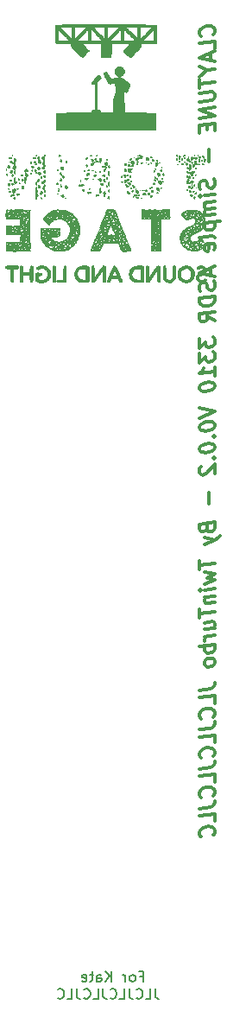
<source format=gbr>
G04 #@! TF.GenerationSoftware,KiCad,Pcbnew,(5.1.7)-1*
G04 #@! TF.CreationDate,2020-12-30T12:14:20+00:00*
G04 #@! TF.ProjectId,Panel,50616e65-6c2e-46b6-9963-61645f706362,rev?*
G04 #@! TF.SameCoordinates,Original*
G04 #@! TF.FileFunction,Legend,Bot*
G04 #@! TF.FilePolarity,Positive*
%FSLAX46Y46*%
G04 Gerber Fmt 4.6, Leading zero omitted, Abs format (unit mm)*
G04 Created by KiCad (PCBNEW (5.1.7)-1) date 2020-12-30 12:14:20*
%MOMM*%
%LPD*%
G01*
G04 APERTURE LIST*
%ADD10C,0.150000*%
%ADD11C,0.300000*%
%ADD12C,0.010000*%
G04 APERTURE END LIST*
D10*
X109438106Y-160029851D02*
X109771440Y-160029851D01*
X109771440Y-160553660D02*
X109771440Y-159553660D01*
X109295249Y-159553660D01*
X108771440Y-160553660D02*
X108866678Y-160506041D01*
X108914297Y-160458422D01*
X108961916Y-160363184D01*
X108961916Y-160077470D01*
X108914297Y-159982232D01*
X108866678Y-159934613D01*
X108771440Y-159886994D01*
X108628582Y-159886994D01*
X108533344Y-159934613D01*
X108485725Y-159982232D01*
X108438106Y-160077470D01*
X108438106Y-160363184D01*
X108485725Y-160458422D01*
X108533344Y-160506041D01*
X108628582Y-160553660D01*
X108771440Y-160553660D01*
X108009535Y-160553660D02*
X108009535Y-159886994D01*
X108009535Y-160077470D02*
X107961916Y-159982232D01*
X107914297Y-159934613D01*
X107819059Y-159886994D01*
X107723820Y-159886994D01*
X106628582Y-160553660D02*
X106628582Y-159553660D01*
X106057154Y-160553660D02*
X106485725Y-159982232D01*
X106057154Y-159553660D02*
X106628582Y-160125089D01*
X105200011Y-160553660D02*
X105200011Y-160029851D01*
X105247630Y-159934613D01*
X105342868Y-159886994D01*
X105533344Y-159886994D01*
X105628582Y-159934613D01*
X105200011Y-160506041D02*
X105295249Y-160553660D01*
X105533344Y-160553660D01*
X105628582Y-160506041D01*
X105676201Y-160410803D01*
X105676201Y-160315565D01*
X105628582Y-160220327D01*
X105533344Y-160172708D01*
X105295249Y-160172708D01*
X105200011Y-160125089D01*
X104866678Y-159886994D02*
X104485725Y-159886994D01*
X104723820Y-159553660D02*
X104723820Y-160410803D01*
X104676201Y-160506041D01*
X104580963Y-160553660D01*
X104485725Y-160553660D01*
X103771440Y-160506041D02*
X103866678Y-160553660D01*
X104057154Y-160553660D01*
X104152392Y-160506041D01*
X104200011Y-160410803D01*
X104200011Y-160029851D01*
X104152392Y-159934613D01*
X104057154Y-159886994D01*
X103866678Y-159886994D01*
X103771440Y-159934613D01*
X103723820Y-160029851D01*
X103723820Y-160125089D01*
X104200011Y-160220327D01*
X110933287Y-161237680D02*
X110933287Y-161951966D01*
X110980906Y-162094823D01*
X111076144Y-162190061D01*
X111219001Y-162237680D01*
X111314240Y-162237680D01*
X109980906Y-162237680D02*
X110457097Y-162237680D01*
X110457097Y-161237680D01*
X109076144Y-162142442D02*
X109123763Y-162190061D01*
X109266620Y-162237680D01*
X109361859Y-162237680D01*
X109504716Y-162190061D01*
X109599954Y-162094823D01*
X109647573Y-161999585D01*
X109695192Y-161809109D01*
X109695192Y-161666252D01*
X109647573Y-161475776D01*
X109599954Y-161380538D01*
X109504716Y-161285300D01*
X109361859Y-161237680D01*
X109266620Y-161237680D01*
X109123763Y-161285300D01*
X109076144Y-161332919D01*
X108361859Y-161237680D02*
X108361859Y-161951966D01*
X108409478Y-162094823D01*
X108504716Y-162190061D01*
X108647573Y-162237680D01*
X108742811Y-162237680D01*
X107409478Y-162237680D02*
X107885668Y-162237680D01*
X107885668Y-161237680D01*
X106504716Y-162142442D02*
X106552335Y-162190061D01*
X106695192Y-162237680D01*
X106790430Y-162237680D01*
X106933287Y-162190061D01*
X107028525Y-162094823D01*
X107076144Y-161999585D01*
X107123763Y-161809109D01*
X107123763Y-161666252D01*
X107076144Y-161475776D01*
X107028525Y-161380538D01*
X106933287Y-161285300D01*
X106790430Y-161237680D01*
X106695192Y-161237680D01*
X106552335Y-161285300D01*
X106504716Y-161332919D01*
X105790430Y-161237680D02*
X105790430Y-161951966D01*
X105838049Y-162094823D01*
X105933287Y-162190061D01*
X106076144Y-162237680D01*
X106171382Y-162237680D01*
X104838049Y-162237680D02*
X105314240Y-162237680D01*
X105314240Y-161237680D01*
X103933287Y-162142442D02*
X103980906Y-162190061D01*
X104123763Y-162237680D01*
X104219001Y-162237680D01*
X104361859Y-162190061D01*
X104457097Y-162094823D01*
X104504716Y-161999585D01*
X104552335Y-161809109D01*
X104552335Y-161666252D01*
X104504716Y-161475776D01*
X104457097Y-161380538D01*
X104361859Y-161285300D01*
X104219001Y-161237680D01*
X104123763Y-161237680D01*
X103980906Y-161285300D01*
X103933287Y-161332919D01*
X103219001Y-161237680D02*
X103219001Y-161951966D01*
X103266620Y-162094823D01*
X103361859Y-162190061D01*
X103504716Y-162237680D01*
X103599954Y-162237680D01*
X102266620Y-162237680D02*
X102742811Y-162237680D01*
X102742811Y-161237680D01*
X101361859Y-162142442D02*
X101409478Y-162190061D01*
X101552335Y-162237680D01*
X101647573Y-162237680D01*
X101790430Y-162190061D01*
X101885668Y-162094823D01*
X101933287Y-161999585D01*
X101980906Y-161809109D01*
X101980906Y-161666252D01*
X101933287Y-161475776D01*
X101885668Y-161380538D01*
X101790430Y-161285300D01*
X101647573Y-161237680D01*
X101552335Y-161237680D01*
X101409478Y-161285300D01*
X101361859Y-161332919D01*
D11*
X116636574Y-67771465D02*
X116708002Y-67691108D01*
X116779431Y-67467894D01*
X116779431Y-67325037D01*
X116708002Y-67119680D01*
X116565145Y-66994680D01*
X116422288Y-66941108D01*
X116136574Y-66905394D01*
X115922288Y-66932180D01*
X115636574Y-67039322D01*
X115493717Y-67128608D01*
X115350860Y-67289322D01*
X115279431Y-67512537D01*
X115279431Y-67655394D01*
X115350860Y-67860751D01*
X115422288Y-67923251D01*
X116779431Y-69110751D02*
X116779431Y-68396465D01*
X115279431Y-68583965D01*
X116350860Y-69592894D02*
X116350860Y-70307180D01*
X116779431Y-69396465D02*
X115279431Y-70083965D01*
X116779431Y-70396465D01*
X116065145Y-71271465D02*
X116779431Y-71182180D01*
X115279431Y-70869680D02*
X116065145Y-71271465D01*
X115279431Y-71869680D01*
X115279431Y-72155394D02*
X115279431Y-73012537D01*
X116779431Y-72396465D02*
X115279431Y-72583965D01*
X115279431Y-73512537D02*
X116493717Y-73360751D01*
X116636574Y-73414322D01*
X116708002Y-73476822D01*
X116779431Y-73610751D01*
X116779431Y-73896465D01*
X116708002Y-74048251D01*
X116636574Y-74128608D01*
X116493717Y-74217894D01*
X115279431Y-74369680D01*
X116779431Y-74896465D02*
X115279431Y-75083965D01*
X116779431Y-75753608D01*
X115279431Y-75941108D01*
X115993717Y-76566108D02*
X115993717Y-77066108D01*
X116779431Y-77182180D02*
X116779431Y-76467894D01*
X115279431Y-76655394D01*
X115279431Y-77369680D01*
X116208002Y-79039322D02*
X116208002Y-80182180D01*
X116708002Y-81905394D02*
X116779431Y-82110751D01*
X116779431Y-82467894D01*
X116708002Y-82619680D01*
X116636574Y-82700037D01*
X116493717Y-82789322D01*
X116350860Y-82807180D01*
X116208002Y-82753608D01*
X116136574Y-82691108D01*
X116065145Y-82557180D01*
X115993717Y-82280394D01*
X115922288Y-82146465D01*
X115850860Y-82083965D01*
X115708002Y-82030394D01*
X115565145Y-82048251D01*
X115422288Y-82137537D01*
X115350860Y-82217894D01*
X115279431Y-82369680D01*
X115279431Y-82726822D01*
X115350860Y-82932180D01*
X116779431Y-83396465D02*
X115779431Y-83521465D01*
X115279431Y-83583965D02*
X115350860Y-83503608D01*
X115422288Y-83566108D01*
X115350860Y-83646465D01*
X115279431Y-83583965D01*
X115422288Y-83566108D01*
X116779431Y-84110751D02*
X115779431Y-84235751D01*
X115922288Y-84217894D02*
X115850860Y-84298251D01*
X115779431Y-84450037D01*
X115779431Y-84664322D01*
X115850860Y-84798251D01*
X115993717Y-84851822D01*
X116779431Y-84753608D01*
X115993717Y-84851822D02*
X115850860Y-84941108D01*
X115779431Y-85092894D01*
X115779431Y-85307180D01*
X115850860Y-85441108D01*
X115993717Y-85494680D01*
X116779431Y-85396465D01*
X115779431Y-86235751D02*
X117279431Y-86048251D01*
X115850860Y-86226822D02*
X115779431Y-86378608D01*
X115779431Y-86664322D01*
X115850860Y-86798251D01*
X115922288Y-86860751D01*
X116065145Y-86914322D01*
X116493717Y-86860751D01*
X116636574Y-86771465D01*
X116708002Y-86691108D01*
X116779431Y-86539322D01*
X116779431Y-86253608D01*
X116708002Y-86119680D01*
X116779431Y-87682180D02*
X116708002Y-87548251D01*
X116565145Y-87494680D01*
X115279431Y-87655394D01*
X116708002Y-88833965D02*
X116779431Y-88682180D01*
X116779431Y-88396465D01*
X116708002Y-88262537D01*
X116565145Y-88208965D01*
X115993717Y-88280394D01*
X115850860Y-88369680D01*
X115779431Y-88521465D01*
X115779431Y-88807180D01*
X115850860Y-88941108D01*
X115993717Y-88994680D01*
X116136574Y-88976822D01*
X116279431Y-88244680D01*
X116350860Y-90664322D02*
X116350860Y-91378608D01*
X116779431Y-90467894D02*
X115279431Y-91155394D01*
X116779431Y-91467894D01*
X116708002Y-91905394D02*
X116779431Y-92110751D01*
X116779431Y-92467894D01*
X116708002Y-92619680D01*
X116636574Y-92700037D01*
X116493717Y-92789322D01*
X116350860Y-92807180D01*
X116208002Y-92753608D01*
X116136574Y-92691108D01*
X116065145Y-92557180D01*
X115993717Y-92280394D01*
X115922288Y-92146465D01*
X115850860Y-92083965D01*
X115708002Y-92030394D01*
X115565145Y-92048251D01*
X115422288Y-92137537D01*
X115350860Y-92217894D01*
X115279431Y-92369680D01*
X115279431Y-92726822D01*
X115350860Y-92932180D01*
X116779431Y-93396465D02*
X115279431Y-93583965D01*
X115279431Y-93941108D01*
X115350860Y-94146465D01*
X115493717Y-94271465D01*
X115636574Y-94325037D01*
X115922288Y-94360751D01*
X116136574Y-94333965D01*
X116422288Y-94226822D01*
X116565145Y-94137537D01*
X116708002Y-93976822D01*
X116779431Y-93753608D01*
X116779431Y-93396465D01*
X116779431Y-95753608D02*
X116065145Y-95342894D01*
X116779431Y-94896465D02*
X115279431Y-95083965D01*
X115279431Y-95655394D01*
X115350860Y-95789322D01*
X115422288Y-95851822D01*
X115565145Y-95905394D01*
X115779431Y-95878608D01*
X115922288Y-95789322D01*
X115993717Y-95708965D01*
X116065145Y-95557180D01*
X116065145Y-94985751D01*
X115279431Y-97583965D02*
X115279431Y-98512537D01*
X115850860Y-97941108D01*
X115850860Y-98155394D01*
X115922288Y-98289322D01*
X115993717Y-98351822D01*
X116136574Y-98405394D01*
X116493717Y-98360751D01*
X116636574Y-98271465D01*
X116708002Y-98191108D01*
X116779431Y-98039322D01*
X116779431Y-97610751D01*
X116708002Y-97476822D01*
X116636574Y-97414322D01*
X115279431Y-99012537D02*
X115279431Y-99941108D01*
X115850860Y-99369680D01*
X115850860Y-99583965D01*
X115922288Y-99717894D01*
X115993717Y-99780394D01*
X116136574Y-99833965D01*
X116493717Y-99789322D01*
X116636574Y-99700037D01*
X116708002Y-99619680D01*
X116779431Y-99467894D01*
X116779431Y-99039322D01*
X116708002Y-98905394D01*
X116636574Y-98842894D01*
X116779431Y-101182180D02*
X116779431Y-100325037D01*
X116779431Y-100753608D02*
X115279431Y-100941108D01*
X115493717Y-100771465D01*
X115636574Y-100610751D01*
X115708002Y-100458965D01*
X115279431Y-102298251D02*
X115279431Y-102441108D01*
X115350860Y-102575037D01*
X115422288Y-102637537D01*
X115565145Y-102691108D01*
X115850860Y-102726822D01*
X116208002Y-102682179D01*
X116493717Y-102575037D01*
X116636574Y-102485751D01*
X116708002Y-102405394D01*
X116779431Y-102253608D01*
X116779431Y-102110751D01*
X116708002Y-101976822D01*
X116636574Y-101914322D01*
X116493717Y-101860751D01*
X116208002Y-101825037D01*
X115850860Y-101869679D01*
X115565145Y-101976822D01*
X115422288Y-102066108D01*
X115350860Y-102146465D01*
X115279431Y-102298251D01*
X115279431Y-104369679D02*
X116779431Y-104682179D01*
X115279431Y-105369679D01*
X115279431Y-106155394D02*
X115279431Y-106298251D01*
X115350860Y-106432179D01*
X115422288Y-106494679D01*
X115565145Y-106548251D01*
X115850860Y-106583965D01*
X116208002Y-106539322D01*
X116493717Y-106432179D01*
X116636574Y-106342894D01*
X116708002Y-106262537D01*
X116779431Y-106110751D01*
X116779431Y-105967894D01*
X116708002Y-105833965D01*
X116636574Y-105771465D01*
X116493717Y-105717894D01*
X116208002Y-105682179D01*
X115850860Y-105726822D01*
X115565145Y-105833965D01*
X115422288Y-105923251D01*
X115350860Y-106003608D01*
X115279431Y-106155394D01*
X116636574Y-107128608D02*
X116708002Y-107191108D01*
X116779431Y-107110751D01*
X116708002Y-107048251D01*
X116636574Y-107128608D01*
X116779431Y-107110751D01*
X115279431Y-108298251D02*
X115279431Y-108441108D01*
X115350860Y-108575037D01*
X115422288Y-108637537D01*
X115565145Y-108691108D01*
X115850860Y-108726822D01*
X116208002Y-108682179D01*
X116493717Y-108575037D01*
X116636574Y-108485751D01*
X116708002Y-108405394D01*
X116779431Y-108253608D01*
X116779431Y-108110751D01*
X116708002Y-107976822D01*
X116636574Y-107914322D01*
X116493717Y-107860751D01*
X116208002Y-107825037D01*
X115850860Y-107869679D01*
X115565145Y-107976822D01*
X115422288Y-108066108D01*
X115350860Y-108146465D01*
X115279431Y-108298251D01*
X116636574Y-109271465D02*
X116708002Y-109333965D01*
X116779431Y-109253608D01*
X116708002Y-109191108D01*
X116636574Y-109271465D01*
X116779431Y-109253608D01*
X115422288Y-110066108D02*
X115350860Y-110146465D01*
X115279431Y-110298251D01*
X115279431Y-110655394D01*
X115350860Y-110789322D01*
X115422288Y-110851822D01*
X115565145Y-110905394D01*
X115708002Y-110887537D01*
X115922288Y-110789322D01*
X116779431Y-109825037D01*
X116779431Y-110753608D01*
X116208002Y-112610751D02*
X116208002Y-113753608D01*
X115993717Y-116137537D02*
X116065145Y-116342894D01*
X116136574Y-116405394D01*
X116279431Y-116458965D01*
X116493717Y-116432179D01*
X116636574Y-116342894D01*
X116708002Y-116262537D01*
X116779431Y-116110751D01*
X116779431Y-115539322D01*
X115279431Y-115726822D01*
X115279431Y-116226822D01*
X115350860Y-116360751D01*
X115422288Y-116423251D01*
X115565145Y-116476822D01*
X115708002Y-116458965D01*
X115850860Y-116369679D01*
X115922288Y-116289322D01*
X115993717Y-116137537D01*
X115993717Y-115637537D01*
X115779431Y-117021465D02*
X116779431Y-117253608D01*
X115779431Y-117735751D02*
X116779431Y-117253608D01*
X117136574Y-117066108D01*
X117208002Y-116985751D01*
X117279431Y-116833965D01*
X115279431Y-119298251D02*
X115279431Y-120155394D01*
X116779431Y-119539322D02*
X115279431Y-119726822D01*
X115779431Y-120450037D02*
X116779431Y-120610751D01*
X116065145Y-120985751D01*
X116779431Y-121182179D01*
X115779431Y-121592894D01*
X116779431Y-122039322D02*
X115779431Y-122164322D01*
X115279431Y-122226822D02*
X115350860Y-122146465D01*
X115422288Y-122208965D01*
X115350860Y-122289322D01*
X115279431Y-122226822D01*
X115422288Y-122208965D01*
X115779431Y-122878608D02*
X116779431Y-122753608D01*
X115922288Y-122860751D02*
X115850860Y-122941108D01*
X115779431Y-123092894D01*
X115779431Y-123307179D01*
X115850860Y-123441108D01*
X115993717Y-123494679D01*
X116779431Y-123396465D01*
X115279431Y-124083965D02*
X115279431Y-124941108D01*
X116779431Y-124325037D02*
X115279431Y-124512537D01*
X115779431Y-126021465D02*
X116779431Y-125896465D01*
X115779431Y-125378608D02*
X116565145Y-125280394D01*
X116708002Y-125333965D01*
X116779431Y-125467894D01*
X116779431Y-125682179D01*
X116708002Y-125833965D01*
X116636574Y-125914322D01*
X116779431Y-126610751D02*
X115779431Y-126735751D01*
X116065145Y-126700037D02*
X115922288Y-126789322D01*
X115850860Y-126869679D01*
X115779431Y-127021465D01*
X115779431Y-127164322D01*
X116779431Y-127539322D02*
X115279431Y-127726822D01*
X115850860Y-127655394D02*
X115779431Y-127807179D01*
X115779431Y-128092894D01*
X115850860Y-128226822D01*
X115922288Y-128289322D01*
X116065145Y-128342894D01*
X116493717Y-128289322D01*
X116636574Y-128200037D01*
X116708002Y-128119679D01*
X116779431Y-127967894D01*
X116779431Y-127682179D01*
X116708002Y-127548251D01*
X116779431Y-129110751D02*
X116708002Y-128976822D01*
X116636574Y-128914322D01*
X116493717Y-128860751D01*
X116065145Y-128914322D01*
X115922288Y-129003608D01*
X115850860Y-129083965D01*
X115779431Y-129235751D01*
X115779431Y-129450037D01*
X115850860Y-129583965D01*
X115922288Y-129646465D01*
X116065145Y-129700037D01*
X116493717Y-129646465D01*
X116636574Y-129557179D01*
X116708002Y-129476822D01*
X116779431Y-129325037D01*
X116779431Y-129110751D01*
X115279431Y-132012537D02*
X116350860Y-131878608D01*
X116565145Y-131780394D01*
X116708002Y-131619679D01*
X116779431Y-131396465D01*
X116779431Y-131253608D01*
X116779431Y-133253608D02*
X116779431Y-132539322D01*
X115279431Y-132726822D01*
X116636574Y-134628608D02*
X116708002Y-134548251D01*
X116779431Y-134325037D01*
X116779431Y-134182179D01*
X116708002Y-133976822D01*
X116565145Y-133851822D01*
X116422288Y-133798251D01*
X116136574Y-133762537D01*
X115922288Y-133789322D01*
X115636574Y-133896465D01*
X115493717Y-133985751D01*
X115350860Y-134146465D01*
X115279431Y-134369679D01*
X115279431Y-134512537D01*
X115350860Y-134717894D01*
X115422288Y-134780394D01*
X115279431Y-135869679D02*
X116350860Y-135735751D01*
X116565145Y-135637537D01*
X116708002Y-135476822D01*
X116779431Y-135253608D01*
X116779431Y-135110751D01*
X116779431Y-137110751D02*
X116779431Y-136396465D01*
X115279431Y-136583965D01*
X116636574Y-138485751D02*
X116708002Y-138405394D01*
X116779431Y-138182179D01*
X116779431Y-138039322D01*
X116708002Y-137833965D01*
X116565145Y-137708965D01*
X116422288Y-137655394D01*
X116136574Y-137619679D01*
X115922288Y-137646465D01*
X115636574Y-137753608D01*
X115493717Y-137842894D01*
X115350860Y-138003608D01*
X115279431Y-138226822D01*
X115279431Y-138369679D01*
X115350860Y-138575037D01*
X115422288Y-138637537D01*
X115279431Y-139726822D02*
X116350860Y-139592894D01*
X116565145Y-139494679D01*
X116708002Y-139333965D01*
X116779431Y-139110751D01*
X116779431Y-138967894D01*
X116779431Y-140967894D02*
X116779431Y-140253608D01*
X115279431Y-140441108D01*
X116636574Y-142342894D02*
X116708002Y-142262537D01*
X116779431Y-142039322D01*
X116779431Y-141896465D01*
X116708002Y-141691108D01*
X116565145Y-141566108D01*
X116422288Y-141512537D01*
X116136574Y-141476822D01*
X115922288Y-141503608D01*
X115636574Y-141610751D01*
X115493717Y-141700037D01*
X115350860Y-141860751D01*
X115279431Y-142083965D01*
X115279431Y-142226822D01*
X115350860Y-142432179D01*
X115422288Y-142494679D01*
X115279431Y-143583965D02*
X116350860Y-143450037D01*
X116565145Y-143351822D01*
X116708002Y-143191108D01*
X116779431Y-142967894D01*
X116779431Y-142825037D01*
X116779431Y-144825037D02*
X116779431Y-144110751D01*
X115279431Y-144298251D01*
X116636574Y-146200037D02*
X116708002Y-146119679D01*
X116779431Y-145896465D01*
X116779431Y-145753608D01*
X116708002Y-145548251D01*
X116565145Y-145423251D01*
X116422288Y-145369679D01*
X116136574Y-145333965D01*
X115922288Y-145360751D01*
X115636574Y-145467894D01*
X115493717Y-145557179D01*
X115350860Y-145717894D01*
X115279431Y-145941108D01*
X115279431Y-146083965D01*
X115350860Y-146289322D01*
X115422288Y-146351822D01*
D12*
G36*
X100895867Y-86873837D02*
G01*
X100891564Y-86885533D01*
X100912158Y-86908090D01*
X100929703Y-86910958D01*
X100963538Y-86897229D01*
X100967841Y-86885533D01*
X100947247Y-86862976D01*
X100929703Y-86860108D01*
X100895867Y-86873837D01*
G37*
X100895867Y-86873837D02*
X100891564Y-86885533D01*
X100912158Y-86908090D01*
X100929703Y-86910958D01*
X100963538Y-86897229D01*
X100967841Y-86885533D01*
X100947247Y-86862976D01*
X100929703Y-86860108D01*
X100895867Y-86873837D01*
G36*
X101850596Y-88331509D02*
G01*
X101827920Y-88353389D01*
X101834000Y-88369338D01*
X101888185Y-88394623D01*
X101948834Y-88394089D01*
X101983512Y-88374542D01*
X101998062Y-88345307D01*
X101972760Y-88327210D01*
X101947102Y-88319894D01*
X101895886Y-88317912D01*
X101850596Y-88331509D01*
G37*
X101850596Y-88331509D02*
X101827920Y-88353389D01*
X101834000Y-88369338D01*
X101888185Y-88394623D01*
X101948834Y-88394089D01*
X101983512Y-88374542D01*
X101998062Y-88345307D01*
X101972760Y-88327210D01*
X101947102Y-88319894D01*
X101895886Y-88317912D01*
X101850596Y-88331509D01*
G36*
X115193366Y-85385433D02*
G01*
X115191518Y-85427584D01*
X115200339Y-85440714D01*
X115231508Y-85449839D01*
X115244217Y-85436284D01*
X115246065Y-85394133D01*
X115237244Y-85381002D01*
X115206076Y-85371878D01*
X115193366Y-85385433D01*
G37*
X115193366Y-85385433D02*
X115191518Y-85427584D01*
X115200339Y-85440714D01*
X115231508Y-85449839D01*
X115244217Y-85436284D01*
X115246065Y-85394133D01*
X115237244Y-85381002D01*
X115206076Y-85371878D01*
X115193366Y-85385433D01*
G36*
X98278332Y-88124987D02*
G01*
X98272746Y-88144092D01*
X98277972Y-88178016D01*
X98282345Y-88182230D01*
X98304282Y-88165381D01*
X98323596Y-88144092D01*
X98341323Y-88114017D01*
X98317965Y-88105989D01*
X98313997Y-88105953D01*
X98278332Y-88124987D01*
G37*
X98278332Y-88124987D02*
X98272746Y-88144092D01*
X98277972Y-88178016D01*
X98282345Y-88182230D01*
X98304282Y-88165381D01*
X98323596Y-88144092D01*
X98341323Y-88114017D01*
X98317965Y-88105989D01*
X98313997Y-88105953D01*
X98278332Y-88124987D01*
G36*
X96588701Y-88395394D02*
G01*
X96550049Y-88418292D01*
X96544390Y-88444753D01*
X96547679Y-88448822D01*
X96590899Y-88467424D01*
X96654625Y-88475234D01*
X96709144Y-88469438D01*
X96718696Y-88465005D01*
X96741688Y-88432952D01*
X96722599Y-88403913D01*
X96669829Y-88387001D01*
X96645518Y-88385633D01*
X96588701Y-88395394D01*
G37*
X96588701Y-88395394D02*
X96550049Y-88418292D01*
X96544390Y-88444753D01*
X96547679Y-88448822D01*
X96590899Y-88467424D01*
X96654625Y-88475234D01*
X96709144Y-88469438D01*
X96718696Y-88465005D01*
X96741688Y-88432952D01*
X96722599Y-88403913D01*
X96669829Y-88387001D01*
X96645518Y-88385633D01*
X96588701Y-88395394D01*
G36*
X106025864Y-86525571D02*
G01*
X106016860Y-86576618D01*
X106021891Y-86612210D01*
X106044746Y-86652388D01*
X106073117Y-86644545D01*
X106087546Y-86618566D01*
X106092437Y-86567551D01*
X106077122Y-86521503D01*
X106052324Y-86504152D01*
X106025864Y-86525571D01*
G37*
X106025864Y-86525571D02*
X106016860Y-86576618D01*
X106021891Y-86612210D01*
X106044746Y-86652388D01*
X106073117Y-86644545D01*
X106087546Y-86618566D01*
X106092437Y-86567551D01*
X106077122Y-86521503D01*
X106052324Y-86504152D01*
X106025864Y-86525571D01*
G36*
X106083970Y-86687021D02*
G01*
X106082796Y-86712501D01*
X106093784Y-86743614D01*
X106123158Y-86780601D01*
X106157585Y-86771100D01*
X106167340Y-86758406D01*
X106170654Y-86715760D01*
X106137590Y-86685951D01*
X106114989Y-86682130D01*
X106083970Y-86687021D01*
G37*
X106083970Y-86687021D02*
X106082796Y-86712501D01*
X106093784Y-86743614D01*
X106123158Y-86780601D01*
X106157585Y-86771100D01*
X106167340Y-86758406D01*
X106170654Y-86715760D01*
X106137590Y-86685951D01*
X106114989Y-86682130D01*
X106083970Y-86687021D01*
G36*
X107655346Y-87316764D02*
G01*
X107643400Y-87364003D01*
X107666601Y-87392047D01*
X107680153Y-87394041D01*
X107712762Y-87375521D01*
X107719660Y-87366401D01*
X107719425Y-87327038D01*
X107707389Y-87309406D01*
X107676239Y-87295161D01*
X107655346Y-87316764D01*
G37*
X107655346Y-87316764D02*
X107643400Y-87364003D01*
X107666601Y-87392047D01*
X107680153Y-87394041D01*
X107712762Y-87375521D01*
X107719660Y-87366401D01*
X107719425Y-87327038D01*
X107707389Y-87309406D01*
X107676239Y-87295161D01*
X107655346Y-87316764D01*
G36*
X105578318Y-87427942D02*
G01*
X105581808Y-87443057D01*
X105595268Y-87444892D01*
X105616196Y-87435590D01*
X105612218Y-87427942D01*
X105582044Y-87424899D01*
X105578318Y-87427942D01*
G37*
X105578318Y-87427942D02*
X105581808Y-87443057D01*
X105595268Y-87444892D01*
X105616196Y-87435590D01*
X105612218Y-87427942D01*
X105582044Y-87424899D01*
X105578318Y-87427942D01*
G36*
X107805028Y-87640469D02*
G01*
X107803356Y-87642050D01*
X107797680Y-87669528D01*
X107817470Y-87681947D01*
X107858566Y-87683489D01*
X107870444Y-87674368D01*
X107869026Y-87645198D01*
X107839631Y-87630242D01*
X107805028Y-87640469D01*
G37*
X107805028Y-87640469D02*
X107803356Y-87642050D01*
X107797680Y-87669528D01*
X107817470Y-87681947D01*
X107858566Y-87683489D01*
X107870444Y-87674368D01*
X107869026Y-87645198D01*
X107839631Y-87630242D01*
X107805028Y-87640469D01*
G36*
X105077277Y-66767272D02*
G01*
X104655587Y-66767771D01*
X104244099Y-66768567D01*
X103845861Y-66769661D01*
X103463923Y-66771055D01*
X103101331Y-66772753D01*
X102761133Y-66774756D01*
X102446379Y-66777067D01*
X102160115Y-66779688D01*
X101905391Y-66782621D01*
X101685253Y-66785869D01*
X101502751Y-66789433D01*
X101360932Y-66793317D01*
X101262845Y-66797522D01*
X101211537Y-66802051D01*
X101205335Y-66803643D01*
X101133106Y-66838252D01*
X101126397Y-67674943D01*
X101124638Y-67903132D01*
X101123613Y-68085956D01*
X101123622Y-68228899D01*
X101124964Y-68337445D01*
X101127939Y-68417077D01*
X101132846Y-68473280D01*
X101139985Y-68511537D01*
X101149654Y-68537333D01*
X101162155Y-68556151D01*
X101175323Y-68570856D01*
X101230959Y-68630078D01*
X102671344Y-68630078D01*
X102671344Y-68739716D01*
X102683335Y-68835358D01*
X102713026Y-68933991D01*
X102721693Y-68953565D01*
X102755152Y-69003983D01*
X102816949Y-69079422D01*
X102901467Y-69174313D01*
X103003089Y-69283084D01*
X103116197Y-69400166D01*
X103235176Y-69519989D01*
X103354407Y-69636982D01*
X103468274Y-69745575D01*
X103571160Y-69840199D01*
X103657447Y-69915284D01*
X103721520Y-69965258D01*
X103757760Y-69984552D01*
X103761079Y-69984275D01*
X103793398Y-69961517D01*
X103852027Y-69910163D01*
X103929722Y-69837479D01*
X104019240Y-69750727D01*
X104113337Y-69657174D01*
X104204770Y-69564082D01*
X104286296Y-69478718D01*
X104350671Y-69408344D01*
X104390651Y-69360226D01*
X104400273Y-69343226D01*
X104383209Y-69317290D01*
X104335846Y-69261794D01*
X104263930Y-69183047D01*
X104173207Y-69087358D01*
X104082455Y-68994228D01*
X103980041Y-68889269D01*
X103891348Y-68796227D01*
X103822105Y-68721288D01*
X103778039Y-68670638D01*
X103764637Y-68651038D01*
X103789117Y-68646228D01*
X103858774Y-68641807D01*
X103967934Y-68637904D01*
X104110925Y-68634650D01*
X104282073Y-68632174D01*
X104475706Y-68630607D01*
X104679953Y-68630078D01*
X105595268Y-68630078D01*
X105595268Y-69250921D01*
X105595880Y-69425326D01*
X105597600Y-69584113D01*
X105600252Y-69719785D01*
X105603661Y-69824846D01*
X105607653Y-69891801D01*
X105610701Y-69911982D01*
X105622428Y-69926634D01*
X105649298Y-69937309D01*
X105698230Y-69944603D01*
X105776144Y-69949116D01*
X105889959Y-69951445D01*
X106046594Y-69952188D01*
X106075986Y-69952200D01*
X106260802Y-69950832D01*
X106398180Y-69946587D01*
X106491465Y-69939254D01*
X106544001Y-69928618D01*
X106556349Y-69921689D01*
X106566761Y-69894552D01*
X106574809Y-69833972D01*
X106580664Y-69736239D01*
X106584497Y-69597646D01*
X106586481Y-69414486D01*
X106586860Y-69260628D01*
X106586860Y-68630078D01*
X107502175Y-68630078D01*
X107740514Y-68630721D01*
X107949070Y-68632587D01*
X108124054Y-68635577D01*
X108261676Y-68639592D01*
X108358147Y-68644534D01*
X108409676Y-68650304D01*
X108417490Y-68653850D01*
X108400160Y-68678558D01*
X108352090Y-68732338D01*
X108279167Y-68808983D01*
X108187275Y-68902287D01*
X108099672Y-68989054D01*
X107996176Y-69092456D01*
X107906776Y-69185562D01*
X107837397Y-69261894D01*
X107793960Y-69314972D01*
X107781855Y-69336724D01*
X107799274Y-69366465D01*
X107846752Y-69423425D01*
X107917118Y-69500456D01*
X108003203Y-69590411D01*
X108097837Y-69686144D01*
X108193849Y-69780506D01*
X108284071Y-69866352D01*
X108361332Y-69936533D01*
X108418462Y-69983903D01*
X108448291Y-70001315D01*
X108448563Y-70001309D01*
X108474524Y-69983412D01*
X108530897Y-69933901D01*
X108612613Y-69857589D01*
X108714600Y-69759288D01*
X108831791Y-69643811D01*
X108947859Y-69527364D01*
X109102989Y-69369270D01*
X109225551Y-69240796D01*
X109319640Y-69136322D01*
X109389348Y-69050229D01*
X109438771Y-68976899D01*
X109472003Y-68910711D01*
X109493136Y-68846048D01*
X109506265Y-68777290D01*
X109508980Y-68757205D01*
X109523496Y-68642790D01*
X110234207Y-68636023D01*
X110443060Y-68633898D01*
X110607087Y-68631643D01*
X110732312Y-68628777D01*
X110824760Y-68624815D01*
X110890455Y-68619276D01*
X110935420Y-68611676D01*
X110965681Y-68601533D01*
X110987260Y-68588364D01*
X111003326Y-68574383D01*
X111061735Y-68519512D01*
X111061735Y-67829494D01*
X110807163Y-67829494D01*
X110806594Y-67973386D01*
X110804911Y-68106416D01*
X110802094Y-68219770D01*
X110798127Y-68304633D01*
X110792991Y-68352192D01*
X110790530Y-68358873D01*
X110760489Y-68364448D01*
X110688774Y-68368877D01*
X110584550Y-68372169D01*
X110456981Y-68374331D01*
X110315231Y-68375371D01*
X110168466Y-68375298D01*
X110025848Y-68374118D01*
X109896542Y-68371841D01*
X109789713Y-68368473D01*
X109714525Y-68364023D01*
X109680142Y-68358498D01*
X109679333Y-68357920D01*
X109692596Y-68336982D01*
X109736902Y-68285707D01*
X109742701Y-68279396D01*
X108875707Y-68279396D01*
X108863924Y-68295530D01*
X108835509Y-68299547D01*
X108802635Y-68312836D01*
X108798872Y-68323284D01*
X108790676Y-68338077D01*
X108762321Y-68349473D01*
X108708153Y-68357974D01*
X108622521Y-68364079D01*
X108499772Y-68368291D01*
X108334253Y-68371108D01*
X108248756Y-68372014D01*
X107838479Y-68375823D01*
X107823129Y-68267765D01*
X107818006Y-68206811D01*
X107814080Y-68110977D01*
X107811931Y-68015956D01*
X107583266Y-68015956D01*
X107582076Y-68142845D01*
X107579318Y-68246268D01*
X107574887Y-68316934D01*
X107569577Y-68344552D01*
X107537874Y-68356088D01*
X107465251Y-68364638D01*
X107360921Y-68370333D01*
X107234100Y-68373303D01*
X107094004Y-68373677D01*
X106949846Y-68371587D01*
X106810844Y-68367162D01*
X106686210Y-68360533D01*
X106585161Y-68351830D01*
X106516912Y-68341183D01*
X106491426Y-68329583D01*
X105686796Y-68329583D01*
X105668512Y-68352793D01*
X105667813Y-68353242D01*
X105631918Y-68360269D01*
X105555072Y-68365940D01*
X105447101Y-68370223D01*
X105317828Y-68373090D01*
X105177079Y-68374510D01*
X105034678Y-68374454D01*
X104900451Y-68372892D01*
X104784221Y-68369794D01*
X104695814Y-68365130D01*
X104645055Y-68358871D01*
X104638104Y-68356365D01*
X104625328Y-68324340D01*
X104614837Y-68252032D01*
X104606673Y-68148350D01*
X104600877Y-68022201D01*
X104597489Y-67882494D01*
X104597278Y-67849992D01*
X104372712Y-67849992D01*
X104371592Y-67986708D01*
X104369056Y-68108812D01*
X104365048Y-68206953D01*
X104359513Y-68271782D01*
X104358843Y-68276263D01*
X104342923Y-68375823D01*
X103958435Y-68375543D01*
X103815816Y-68374462D01*
X103684222Y-68371677D01*
X103575369Y-68367566D01*
X103500975Y-68362504D01*
X103483534Y-68360304D01*
X103478065Y-68358745D01*
X102501969Y-68358745D01*
X102472287Y-68363751D01*
X102399416Y-68367592D01*
X102291012Y-68370116D01*
X102154725Y-68371173D01*
X101998210Y-68370611D01*
X101935643Y-68369950D01*
X101387360Y-68363111D01*
X101380517Y-67797395D01*
X101379392Y-67633949D01*
X101380024Y-67489016D01*
X101382247Y-67369809D01*
X101385895Y-67283542D01*
X101390801Y-67237431D01*
X101393562Y-67231679D01*
X101417986Y-67248922D01*
X101471655Y-67297112D01*
X101549346Y-67370941D01*
X101645841Y-67465098D01*
X101755916Y-67574276D01*
X101874352Y-67693165D01*
X101995928Y-67816457D01*
X102115422Y-67938842D01*
X102227613Y-68055013D01*
X102327281Y-68159659D01*
X102409204Y-68247473D01*
X102468161Y-68313145D01*
X102498932Y-68351366D01*
X102501969Y-68358745D01*
X103478065Y-68358745D01*
X103404504Y-68337779D01*
X103338336Y-68303999D01*
X103336663Y-68302759D01*
X103280205Y-68260172D01*
X103388938Y-68153272D01*
X103462262Y-68082203D01*
X103532956Y-68015317D01*
X103567590Y-67983483D01*
X103613595Y-67935484D01*
X103636827Y-67898287D01*
X103637510Y-67893954D01*
X103657153Y-67868532D01*
X103665500Y-67867315D01*
X103691860Y-67850245D01*
X103747717Y-67802879D01*
X103826713Y-67730983D01*
X103922494Y-67640321D01*
X104013966Y-67551224D01*
X104118248Y-67449945D01*
X104210430Y-67363402D01*
X104284399Y-67297091D01*
X104334043Y-67256511D01*
X104352772Y-67246462D01*
X104358993Y-67274493D01*
X104364129Y-67344014D01*
X104368124Y-67445675D01*
X104370923Y-67570125D01*
X104372470Y-67708014D01*
X104372712Y-67849992D01*
X104597278Y-67849992D01*
X104596550Y-67738135D01*
X104598101Y-67598033D01*
X104602184Y-67471095D01*
X104608839Y-67366229D01*
X104618107Y-67292344D01*
X104630029Y-67258347D01*
X104633049Y-67257105D01*
X104666926Y-67274772D01*
X104731716Y-67328184D01*
X104828080Y-67417953D01*
X104956674Y-67544693D01*
X105118157Y-67709018D01*
X105120679Y-67711613D01*
X105224152Y-67816912D01*
X105339893Y-67932828D01*
X105447475Y-68038950D01*
X105476907Y-68067569D01*
X105578892Y-68169011D01*
X105645515Y-68242973D01*
X105680307Y-68294736D01*
X105686796Y-68329583D01*
X106491426Y-68329583D01*
X106490823Y-68329309D01*
X106503278Y-68298742D01*
X106545659Y-68241751D01*
X106611022Y-68166933D01*
X106679413Y-68095794D01*
X106766563Y-68008536D01*
X106878358Y-67896359D01*
X107003651Y-67770462D01*
X107131292Y-67642047D01*
X107208705Y-67564074D01*
X107313828Y-67460080D01*
X107407116Y-67371468D01*
X107482666Y-67303551D01*
X107534572Y-67261640D01*
X107556834Y-67250942D01*
X107563577Y-67282005D01*
X107569512Y-67354625D01*
X107574530Y-67459512D01*
X107578522Y-67587378D01*
X107581381Y-67728933D01*
X107582999Y-67874889D01*
X107583266Y-68015956D01*
X107811931Y-68015956D01*
X107811342Y-67989941D01*
X107809785Y-67853378D01*
X107809401Y-67710967D01*
X107810181Y-67572385D01*
X107812119Y-67447307D01*
X107815205Y-67345412D01*
X107819432Y-67276376D01*
X107823961Y-67250683D01*
X107836367Y-67249202D01*
X107864015Y-67265147D01*
X107909819Y-67301161D01*
X107976695Y-67359888D01*
X108067557Y-67443969D01*
X108185320Y-67556049D01*
X108332899Y-67698770D01*
X108513207Y-67874775D01*
X108525425Y-67886741D01*
X108659310Y-68019209D01*
X108758500Y-68121007D01*
X108825776Y-68195836D01*
X108863918Y-68247399D01*
X108875707Y-68279396D01*
X109742701Y-68279396D01*
X109807024Y-68209399D01*
X109897741Y-68113365D01*
X110003826Y-68002911D01*
X110120055Y-67883345D01*
X110241205Y-67759971D01*
X110362050Y-67638097D01*
X110477366Y-67523029D01*
X110581930Y-67420073D01*
X110670515Y-67334535D01*
X110737899Y-67271721D01*
X110778856Y-67236939D01*
X110788194Y-67231679D01*
X110793929Y-67255631D01*
X110798659Y-67321609D01*
X110802365Y-67420799D01*
X110805030Y-67544386D01*
X110806636Y-67683556D01*
X110807163Y-67829494D01*
X111061735Y-67829494D01*
X111061735Y-67015563D01*
X110613484Y-67015563D01*
X110544349Y-67091839D01*
X110508615Y-67129795D01*
X110442595Y-67198486D01*
X110351656Y-67292385D01*
X110241162Y-67405967D01*
X110116481Y-67533707D01*
X109982977Y-67670077D01*
X109973930Y-67679304D01*
X109817859Y-67837378D01*
X109693655Y-67960598D01*
X109598624Y-68051415D01*
X109530075Y-68112277D01*
X109485315Y-68145634D01*
X109461653Y-68153936D01*
X109456973Y-68149674D01*
X109452434Y-68112905D01*
X109448693Y-68033453D01*
X109445930Y-67919485D01*
X109444324Y-67779164D01*
X109444054Y-67620656D01*
X109444261Y-67570726D01*
X109445832Y-67410322D01*
X109448545Y-67267513D01*
X109452146Y-67149982D01*
X109456380Y-67065411D01*
X109460993Y-67021485D01*
X109462548Y-67017226D01*
X109491345Y-67013075D01*
X109563522Y-67009958D01*
X109671615Y-67007983D01*
X109808163Y-67007261D01*
X109965701Y-67007899D01*
X110045680Y-67008710D01*
X110613484Y-67015563D01*
X111061735Y-67015563D01*
X111061735Y-67002850D01*
X109180253Y-67002850D01*
X109180253Y-68192585D01*
X108789658Y-67794765D01*
X108661146Y-67663701D01*
X108531791Y-67531468D01*
X108410393Y-67407083D01*
X108305751Y-67299563D01*
X108226662Y-67217924D01*
X108217586Y-67208509D01*
X108142209Y-67129459D01*
X108082131Y-67064965D01*
X108044773Y-67023083D01*
X108036109Y-67011462D01*
X108060338Y-67008987D01*
X108128242Y-67006790D01*
X108232644Y-67004979D01*
X108366368Y-67003662D01*
X108477703Y-67003152D01*
X107413186Y-67003152D01*
X106827281Y-67587786D01*
X106685392Y-67728836D01*
X106554799Y-67857642D01*
X106439875Y-67969967D01*
X106344996Y-68061576D01*
X106274536Y-68128234D01*
X106232871Y-68165704D01*
X106223427Y-68172420D01*
X106218322Y-68148178D01*
X106213782Y-68080184D01*
X106210024Y-67975535D01*
X106207266Y-67841330D01*
X106205727Y-67684664D01*
X106205478Y-67587635D01*
X106205478Y-67199190D01*
X105989893Y-67199190D01*
X105989172Y-67300224D01*
X105988979Y-67307955D01*
X105986724Y-67409847D01*
X105984323Y-67544723D01*
X105982068Y-67694719D01*
X105980313Y-67836428D01*
X105978380Y-67972727D01*
X105975312Y-68065501D01*
X105969982Y-68122073D01*
X105961263Y-68149768D01*
X105948029Y-68155910D01*
X105932155Y-68149527D01*
X105903541Y-68125759D01*
X105844089Y-68070443D01*
X105758625Y-67988276D01*
X105651975Y-67883956D01*
X105528966Y-67762181D01*
X105394424Y-67627649D01*
X105347370Y-67580301D01*
X105212172Y-67443513D01*
X105089347Y-67318235D01*
X104983282Y-67209022D01*
X104898364Y-67120430D01*
X104838981Y-67057012D01*
X104809519Y-67023326D01*
X104807080Y-67019303D01*
X104831319Y-67014613D01*
X104899294Y-67010444D01*
X105003890Y-67006996D01*
X105137992Y-67004470D01*
X105294487Y-67003069D01*
X105389108Y-67002850D01*
X104155533Y-67002850D01*
X104080856Y-67084976D01*
X103997530Y-67174906D01*
X103895835Y-67281968D01*
X103781039Y-67400885D01*
X103658407Y-67526382D01*
X103533205Y-67653186D01*
X103410700Y-67776020D01*
X103296156Y-67889610D01*
X103194841Y-67988680D01*
X103112020Y-68067956D01*
X103052960Y-68122163D01*
X103022925Y-68146025D01*
X103020944Y-68146693D01*
X103015463Y-68122554D01*
X103010599Y-68054736D01*
X103006589Y-67950410D01*
X103003674Y-67816748D01*
X103003294Y-67779272D01*
X102737397Y-67779272D01*
X102736677Y-67910742D01*
X102734921Y-68020744D01*
X102732057Y-68100237D01*
X102728614Y-68137514D01*
X102720172Y-68150239D01*
X102699857Y-68145891D01*
X102663623Y-68121023D01*
X102607423Y-68072185D01*
X102527214Y-67995930D01*
X102418948Y-67888808D01*
X102319772Y-67789035D01*
X102190693Y-67658093D01*
X102061767Y-67526341D01*
X101941497Y-67402537D01*
X101838383Y-67295438D01*
X101760926Y-67213803D01*
X101748998Y-67201018D01*
X101576702Y-67015563D01*
X102140477Y-67008710D01*
X102304763Y-67007384D01*
X102451582Y-67007476D01*
X102573443Y-67008879D01*
X102662853Y-67011481D01*
X102712321Y-67015174D01*
X102719580Y-67017186D01*
X102724064Y-67045827D01*
X102728024Y-67116276D01*
X102731385Y-67219495D01*
X102734077Y-67346444D01*
X102736024Y-67488083D01*
X102737155Y-67635372D01*
X102737397Y-67779272D01*
X103003294Y-67779272D01*
X103002091Y-67660919D01*
X103001875Y-67574922D01*
X103001875Y-67002850D01*
X104155533Y-67002850D01*
X105389108Y-67002850D01*
X105971137Y-67002850D01*
X105982560Y-67060058D01*
X105987534Y-67113169D01*
X105989893Y-67199190D01*
X106205478Y-67199190D01*
X106205478Y-67002850D01*
X107413186Y-67003152D01*
X108477703Y-67003152D01*
X108522238Y-67002948D01*
X108608181Y-67002850D01*
X109180253Y-67002850D01*
X111061735Y-67002850D01*
X111061735Y-66847703D01*
X110973906Y-66811006D01*
X110937505Y-66806314D01*
X110853393Y-66801875D01*
X110724618Y-66797690D01*
X110554228Y-66793763D01*
X110345271Y-66790095D01*
X110100795Y-66786689D01*
X109823849Y-66783547D01*
X109517479Y-66780671D01*
X109184736Y-66778064D01*
X108828666Y-66775728D01*
X108452317Y-66773665D01*
X108058738Y-66771877D01*
X107650977Y-66770368D01*
X107232082Y-66769138D01*
X106805101Y-66768191D01*
X106373082Y-66767528D01*
X105939072Y-66767153D01*
X105506122Y-66767067D01*
X105077277Y-66767272D01*
G37*
X105077277Y-66767272D02*
X104655587Y-66767771D01*
X104244099Y-66768567D01*
X103845861Y-66769661D01*
X103463923Y-66771055D01*
X103101331Y-66772753D01*
X102761133Y-66774756D01*
X102446379Y-66777067D01*
X102160115Y-66779688D01*
X101905391Y-66782621D01*
X101685253Y-66785869D01*
X101502751Y-66789433D01*
X101360932Y-66793317D01*
X101262845Y-66797522D01*
X101211537Y-66802051D01*
X101205335Y-66803643D01*
X101133106Y-66838252D01*
X101126397Y-67674943D01*
X101124638Y-67903132D01*
X101123613Y-68085956D01*
X101123622Y-68228899D01*
X101124964Y-68337445D01*
X101127939Y-68417077D01*
X101132846Y-68473280D01*
X101139985Y-68511537D01*
X101149654Y-68537333D01*
X101162155Y-68556151D01*
X101175323Y-68570856D01*
X101230959Y-68630078D01*
X102671344Y-68630078D01*
X102671344Y-68739716D01*
X102683335Y-68835358D01*
X102713026Y-68933991D01*
X102721693Y-68953565D01*
X102755152Y-69003983D01*
X102816949Y-69079422D01*
X102901467Y-69174313D01*
X103003089Y-69283084D01*
X103116197Y-69400166D01*
X103235176Y-69519989D01*
X103354407Y-69636982D01*
X103468274Y-69745575D01*
X103571160Y-69840199D01*
X103657447Y-69915284D01*
X103721520Y-69965258D01*
X103757760Y-69984552D01*
X103761079Y-69984275D01*
X103793398Y-69961517D01*
X103852027Y-69910163D01*
X103929722Y-69837479D01*
X104019240Y-69750727D01*
X104113337Y-69657174D01*
X104204770Y-69564082D01*
X104286296Y-69478718D01*
X104350671Y-69408344D01*
X104390651Y-69360226D01*
X104400273Y-69343226D01*
X104383209Y-69317290D01*
X104335846Y-69261794D01*
X104263930Y-69183047D01*
X104173207Y-69087358D01*
X104082455Y-68994228D01*
X103980041Y-68889269D01*
X103891348Y-68796227D01*
X103822105Y-68721288D01*
X103778039Y-68670638D01*
X103764637Y-68651038D01*
X103789117Y-68646228D01*
X103858774Y-68641807D01*
X103967934Y-68637904D01*
X104110925Y-68634650D01*
X104282073Y-68632174D01*
X104475706Y-68630607D01*
X104679953Y-68630078D01*
X105595268Y-68630078D01*
X105595268Y-69250921D01*
X105595880Y-69425326D01*
X105597600Y-69584113D01*
X105600252Y-69719785D01*
X105603661Y-69824846D01*
X105607653Y-69891801D01*
X105610701Y-69911982D01*
X105622428Y-69926634D01*
X105649298Y-69937309D01*
X105698230Y-69944603D01*
X105776144Y-69949116D01*
X105889959Y-69951445D01*
X106046594Y-69952188D01*
X106075986Y-69952200D01*
X106260802Y-69950832D01*
X106398180Y-69946587D01*
X106491465Y-69939254D01*
X106544001Y-69928618D01*
X106556349Y-69921689D01*
X106566761Y-69894552D01*
X106574809Y-69833972D01*
X106580664Y-69736239D01*
X106584497Y-69597646D01*
X106586481Y-69414486D01*
X106586860Y-69260628D01*
X106586860Y-68630078D01*
X107502175Y-68630078D01*
X107740514Y-68630721D01*
X107949070Y-68632587D01*
X108124054Y-68635577D01*
X108261676Y-68639592D01*
X108358147Y-68644534D01*
X108409676Y-68650304D01*
X108417490Y-68653850D01*
X108400160Y-68678558D01*
X108352090Y-68732338D01*
X108279167Y-68808983D01*
X108187275Y-68902287D01*
X108099672Y-68989054D01*
X107996176Y-69092456D01*
X107906776Y-69185562D01*
X107837397Y-69261894D01*
X107793960Y-69314972D01*
X107781855Y-69336724D01*
X107799274Y-69366465D01*
X107846752Y-69423425D01*
X107917118Y-69500456D01*
X108003203Y-69590411D01*
X108097837Y-69686144D01*
X108193849Y-69780506D01*
X108284071Y-69866352D01*
X108361332Y-69936533D01*
X108418462Y-69983903D01*
X108448291Y-70001315D01*
X108448563Y-70001309D01*
X108474524Y-69983412D01*
X108530897Y-69933901D01*
X108612613Y-69857589D01*
X108714600Y-69759288D01*
X108831791Y-69643811D01*
X108947859Y-69527364D01*
X109102989Y-69369270D01*
X109225551Y-69240796D01*
X109319640Y-69136322D01*
X109389348Y-69050229D01*
X109438771Y-68976899D01*
X109472003Y-68910711D01*
X109493136Y-68846048D01*
X109506265Y-68777290D01*
X109508980Y-68757205D01*
X109523496Y-68642790D01*
X110234207Y-68636023D01*
X110443060Y-68633898D01*
X110607087Y-68631643D01*
X110732312Y-68628777D01*
X110824760Y-68624815D01*
X110890455Y-68619276D01*
X110935420Y-68611676D01*
X110965681Y-68601533D01*
X110987260Y-68588364D01*
X111003326Y-68574383D01*
X111061735Y-68519512D01*
X111061735Y-67829494D01*
X110807163Y-67829494D01*
X110806594Y-67973386D01*
X110804911Y-68106416D01*
X110802094Y-68219770D01*
X110798127Y-68304633D01*
X110792991Y-68352192D01*
X110790530Y-68358873D01*
X110760489Y-68364448D01*
X110688774Y-68368877D01*
X110584550Y-68372169D01*
X110456981Y-68374331D01*
X110315231Y-68375371D01*
X110168466Y-68375298D01*
X110025848Y-68374118D01*
X109896542Y-68371841D01*
X109789713Y-68368473D01*
X109714525Y-68364023D01*
X109680142Y-68358498D01*
X109679333Y-68357920D01*
X109692596Y-68336982D01*
X109736902Y-68285707D01*
X109742701Y-68279396D01*
X108875707Y-68279396D01*
X108863924Y-68295530D01*
X108835509Y-68299547D01*
X108802635Y-68312836D01*
X108798872Y-68323284D01*
X108790676Y-68338077D01*
X108762321Y-68349473D01*
X108708153Y-68357974D01*
X108622521Y-68364079D01*
X108499772Y-68368291D01*
X108334253Y-68371108D01*
X108248756Y-68372014D01*
X107838479Y-68375823D01*
X107823129Y-68267765D01*
X107818006Y-68206811D01*
X107814080Y-68110977D01*
X107811931Y-68015956D01*
X107583266Y-68015956D01*
X107582076Y-68142845D01*
X107579318Y-68246268D01*
X107574887Y-68316934D01*
X107569577Y-68344552D01*
X107537874Y-68356088D01*
X107465251Y-68364638D01*
X107360921Y-68370333D01*
X107234100Y-68373303D01*
X107094004Y-68373677D01*
X106949846Y-68371587D01*
X106810844Y-68367162D01*
X106686210Y-68360533D01*
X106585161Y-68351830D01*
X106516912Y-68341183D01*
X106491426Y-68329583D01*
X105686796Y-68329583D01*
X105668512Y-68352793D01*
X105667813Y-68353242D01*
X105631918Y-68360269D01*
X105555072Y-68365940D01*
X105447101Y-68370223D01*
X105317828Y-68373090D01*
X105177079Y-68374510D01*
X105034678Y-68374454D01*
X104900451Y-68372892D01*
X104784221Y-68369794D01*
X104695814Y-68365130D01*
X104645055Y-68358871D01*
X104638104Y-68356365D01*
X104625328Y-68324340D01*
X104614837Y-68252032D01*
X104606673Y-68148350D01*
X104600877Y-68022201D01*
X104597489Y-67882494D01*
X104597278Y-67849992D01*
X104372712Y-67849992D01*
X104371592Y-67986708D01*
X104369056Y-68108812D01*
X104365048Y-68206953D01*
X104359513Y-68271782D01*
X104358843Y-68276263D01*
X104342923Y-68375823D01*
X103958435Y-68375543D01*
X103815816Y-68374462D01*
X103684222Y-68371677D01*
X103575369Y-68367566D01*
X103500975Y-68362504D01*
X103483534Y-68360304D01*
X103478065Y-68358745D01*
X102501969Y-68358745D01*
X102472287Y-68363751D01*
X102399416Y-68367592D01*
X102291012Y-68370116D01*
X102154725Y-68371173D01*
X101998210Y-68370611D01*
X101935643Y-68369950D01*
X101387360Y-68363111D01*
X101380517Y-67797395D01*
X101379392Y-67633949D01*
X101380024Y-67489016D01*
X101382247Y-67369809D01*
X101385895Y-67283542D01*
X101390801Y-67237431D01*
X101393562Y-67231679D01*
X101417986Y-67248922D01*
X101471655Y-67297112D01*
X101549346Y-67370941D01*
X101645841Y-67465098D01*
X101755916Y-67574276D01*
X101874352Y-67693165D01*
X101995928Y-67816457D01*
X102115422Y-67938842D01*
X102227613Y-68055013D01*
X102327281Y-68159659D01*
X102409204Y-68247473D01*
X102468161Y-68313145D01*
X102498932Y-68351366D01*
X102501969Y-68358745D01*
X103478065Y-68358745D01*
X103404504Y-68337779D01*
X103338336Y-68303999D01*
X103336663Y-68302759D01*
X103280205Y-68260172D01*
X103388938Y-68153272D01*
X103462262Y-68082203D01*
X103532956Y-68015317D01*
X103567590Y-67983483D01*
X103613595Y-67935484D01*
X103636827Y-67898287D01*
X103637510Y-67893954D01*
X103657153Y-67868532D01*
X103665500Y-67867315D01*
X103691860Y-67850245D01*
X103747717Y-67802879D01*
X103826713Y-67730983D01*
X103922494Y-67640321D01*
X104013966Y-67551224D01*
X104118248Y-67449945D01*
X104210430Y-67363402D01*
X104284399Y-67297091D01*
X104334043Y-67256511D01*
X104352772Y-67246462D01*
X104358993Y-67274493D01*
X104364129Y-67344014D01*
X104368124Y-67445675D01*
X104370923Y-67570125D01*
X104372470Y-67708014D01*
X104372712Y-67849992D01*
X104597278Y-67849992D01*
X104596550Y-67738135D01*
X104598101Y-67598033D01*
X104602184Y-67471095D01*
X104608839Y-67366229D01*
X104618107Y-67292344D01*
X104630029Y-67258347D01*
X104633049Y-67257105D01*
X104666926Y-67274772D01*
X104731716Y-67328184D01*
X104828080Y-67417953D01*
X104956674Y-67544693D01*
X105118157Y-67709018D01*
X105120679Y-67711613D01*
X105224152Y-67816912D01*
X105339893Y-67932828D01*
X105447475Y-68038950D01*
X105476907Y-68067569D01*
X105578892Y-68169011D01*
X105645515Y-68242973D01*
X105680307Y-68294736D01*
X105686796Y-68329583D01*
X106491426Y-68329583D01*
X106490823Y-68329309D01*
X106503278Y-68298742D01*
X106545659Y-68241751D01*
X106611022Y-68166933D01*
X106679413Y-68095794D01*
X106766563Y-68008536D01*
X106878358Y-67896359D01*
X107003651Y-67770462D01*
X107131292Y-67642047D01*
X107208705Y-67564074D01*
X107313828Y-67460080D01*
X107407116Y-67371468D01*
X107482666Y-67303551D01*
X107534572Y-67261640D01*
X107556834Y-67250942D01*
X107563577Y-67282005D01*
X107569512Y-67354625D01*
X107574530Y-67459512D01*
X107578522Y-67587378D01*
X107581381Y-67728933D01*
X107582999Y-67874889D01*
X107583266Y-68015956D01*
X107811931Y-68015956D01*
X107811342Y-67989941D01*
X107809785Y-67853378D01*
X107809401Y-67710967D01*
X107810181Y-67572385D01*
X107812119Y-67447307D01*
X107815205Y-67345412D01*
X107819432Y-67276376D01*
X107823961Y-67250683D01*
X107836367Y-67249202D01*
X107864015Y-67265147D01*
X107909819Y-67301161D01*
X107976695Y-67359888D01*
X108067557Y-67443969D01*
X108185320Y-67556049D01*
X108332899Y-67698770D01*
X108513207Y-67874775D01*
X108525425Y-67886741D01*
X108659310Y-68019209D01*
X108758500Y-68121007D01*
X108825776Y-68195836D01*
X108863918Y-68247399D01*
X108875707Y-68279396D01*
X109742701Y-68279396D01*
X109807024Y-68209399D01*
X109897741Y-68113365D01*
X110003826Y-68002911D01*
X110120055Y-67883345D01*
X110241205Y-67759971D01*
X110362050Y-67638097D01*
X110477366Y-67523029D01*
X110581930Y-67420073D01*
X110670515Y-67334535D01*
X110737899Y-67271721D01*
X110778856Y-67236939D01*
X110788194Y-67231679D01*
X110793929Y-67255631D01*
X110798659Y-67321609D01*
X110802365Y-67420799D01*
X110805030Y-67544386D01*
X110806636Y-67683556D01*
X110807163Y-67829494D01*
X111061735Y-67829494D01*
X111061735Y-67015563D01*
X110613484Y-67015563D01*
X110544349Y-67091839D01*
X110508615Y-67129795D01*
X110442595Y-67198486D01*
X110351656Y-67292385D01*
X110241162Y-67405967D01*
X110116481Y-67533707D01*
X109982977Y-67670077D01*
X109973930Y-67679304D01*
X109817859Y-67837378D01*
X109693655Y-67960598D01*
X109598624Y-68051415D01*
X109530075Y-68112277D01*
X109485315Y-68145634D01*
X109461653Y-68153936D01*
X109456973Y-68149674D01*
X109452434Y-68112905D01*
X109448693Y-68033453D01*
X109445930Y-67919485D01*
X109444324Y-67779164D01*
X109444054Y-67620656D01*
X109444261Y-67570726D01*
X109445832Y-67410322D01*
X109448545Y-67267513D01*
X109452146Y-67149982D01*
X109456380Y-67065411D01*
X109460993Y-67021485D01*
X109462548Y-67017226D01*
X109491345Y-67013075D01*
X109563522Y-67009958D01*
X109671615Y-67007983D01*
X109808163Y-67007261D01*
X109965701Y-67007899D01*
X110045680Y-67008710D01*
X110613484Y-67015563D01*
X111061735Y-67015563D01*
X111061735Y-67002850D01*
X109180253Y-67002850D01*
X109180253Y-68192585D01*
X108789658Y-67794765D01*
X108661146Y-67663701D01*
X108531791Y-67531468D01*
X108410393Y-67407083D01*
X108305751Y-67299563D01*
X108226662Y-67217924D01*
X108217586Y-67208509D01*
X108142209Y-67129459D01*
X108082131Y-67064965D01*
X108044773Y-67023083D01*
X108036109Y-67011462D01*
X108060338Y-67008987D01*
X108128242Y-67006790D01*
X108232644Y-67004979D01*
X108366368Y-67003662D01*
X108477703Y-67003152D01*
X107413186Y-67003152D01*
X106827281Y-67587786D01*
X106685392Y-67728836D01*
X106554799Y-67857642D01*
X106439875Y-67969967D01*
X106344996Y-68061576D01*
X106274536Y-68128234D01*
X106232871Y-68165704D01*
X106223427Y-68172420D01*
X106218322Y-68148178D01*
X106213782Y-68080184D01*
X106210024Y-67975535D01*
X106207266Y-67841330D01*
X106205727Y-67684664D01*
X106205478Y-67587635D01*
X106205478Y-67199190D01*
X105989893Y-67199190D01*
X105989172Y-67300224D01*
X105988979Y-67307955D01*
X105986724Y-67409847D01*
X105984323Y-67544723D01*
X105982068Y-67694719D01*
X105980313Y-67836428D01*
X105978380Y-67972727D01*
X105975312Y-68065501D01*
X105969982Y-68122073D01*
X105961263Y-68149768D01*
X105948029Y-68155910D01*
X105932155Y-68149527D01*
X105903541Y-68125759D01*
X105844089Y-68070443D01*
X105758625Y-67988276D01*
X105651975Y-67883956D01*
X105528966Y-67762181D01*
X105394424Y-67627649D01*
X105347370Y-67580301D01*
X105212172Y-67443513D01*
X105089347Y-67318235D01*
X104983282Y-67209022D01*
X104898364Y-67120430D01*
X104838981Y-67057012D01*
X104809519Y-67023326D01*
X104807080Y-67019303D01*
X104831319Y-67014613D01*
X104899294Y-67010444D01*
X105003890Y-67006996D01*
X105137992Y-67004470D01*
X105294487Y-67003069D01*
X105389108Y-67002850D01*
X104155533Y-67002850D01*
X104080856Y-67084976D01*
X103997530Y-67174906D01*
X103895835Y-67281968D01*
X103781039Y-67400885D01*
X103658407Y-67526382D01*
X103533205Y-67653186D01*
X103410700Y-67776020D01*
X103296156Y-67889610D01*
X103194841Y-67988680D01*
X103112020Y-68067956D01*
X103052960Y-68122163D01*
X103022925Y-68146025D01*
X103020944Y-68146693D01*
X103015463Y-68122554D01*
X103010599Y-68054736D01*
X103006589Y-67950410D01*
X103003674Y-67816748D01*
X103003294Y-67779272D01*
X102737397Y-67779272D01*
X102736677Y-67910742D01*
X102734921Y-68020744D01*
X102732057Y-68100237D01*
X102728614Y-68137514D01*
X102720172Y-68150239D01*
X102699857Y-68145891D01*
X102663623Y-68121023D01*
X102607423Y-68072185D01*
X102527214Y-67995930D01*
X102418948Y-67888808D01*
X102319772Y-67789035D01*
X102190693Y-67658093D01*
X102061767Y-67526341D01*
X101941497Y-67402537D01*
X101838383Y-67295438D01*
X101760926Y-67213803D01*
X101748998Y-67201018D01*
X101576702Y-67015563D01*
X102140477Y-67008710D01*
X102304763Y-67007384D01*
X102451582Y-67007476D01*
X102573443Y-67008879D01*
X102662853Y-67011481D01*
X102712321Y-67015174D01*
X102719580Y-67017186D01*
X102724064Y-67045827D01*
X102728024Y-67116276D01*
X102731385Y-67219495D01*
X102734077Y-67346444D01*
X102736024Y-67488083D01*
X102737155Y-67635372D01*
X102737397Y-67779272D01*
X103003294Y-67779272D01*
X103002091Y-67660919D01*
X103001875Y-67574922D01*
X103001875Y-67002850D01*
X104155533Y-67002850D01*
X105389108Y-67002850D01*
X105971137Y-67002850D01*
X105982560Y-67060058D01*
X105987534Y-67113169D01*
X105989893Y-67199190D01*
X106205478Y-67199190D01*
X106205478Y-67002850D01*
X107413186Y-67003152D01*
X108477703Y-67003152D01*
X108522238Y-67002948D01*
X108608181Y-67002850D01*
X109180253Y-67002850D01*
X111061735Y-67002850D01*
X111061735Y-66847703D01*
X110973906Y-66811006D01*
X110937505Y-66806314D01*
X110853393Y-66801875D01*
X110724618Y-66797690D01*
X110554228Y-66793763D01*
X110345271Y-66790095D01*
X110100795Y-66786689D01*
X109823849Y-66783547D01*
X109517479Y-66780671D01*
X109184736Y-66778064D01*
X108828666Y-66775728D01*
X108452317Y-66773665D01*
X108058738Y-66771877D01*
X107650977Y-66770368D01*
X107232082Y-66769138D01*
X106805101Y-66768191D01*
X106373082Y-66767528D01*
X105939072Y-66767153D01*
X105506122Y-66767067D01*
X105077277Y-66767272D01*
G36*
X107308827Y-70919343D02*
G01*
X107241120Y-70925329D01*
X107194014Y-70940903D01*
X107152386Y-70970647D01*
X107110889Y-71009640D01*
X107052542Y-71077951D01*
X107011460Y-71147391D01*
X107002003Y-71175434D01*
X106984535Y-71233117D01*
X106964957Y-71263639D01*
X106949906Y-71296005D01*
X106942883Y-71356546D01*
X106942816Y-71363311D01*
X106948754Y-71425434D01*
X106963226Y-71461651D01*
X106964957Y-71462983D01*
X106986240Y-71495682D01*
X107002791Y-71547116D01*
X107051189Y-71654359D01*
X107139714Y-71735678D01*
X107262955Y-71787774D01*
X107415497Y-71807346D01*
X107429822Y-71807403D01*
X107525536Y-71803685D01*
X107591239Y-71789549D01*
X107647604Y-71758660D01*
X107686356Y-71728784D01*
X107760527Y-71649519D01*
X107824851Y-71548014D01*
X107869170Y-71443153D01*
X107883556Y-71362187D01*
X107866647Y-71272986D01*
X107822230Y-71167957D01*
X107759776Y-71066178D01*
X107704302Y-71000998D01*
X107659544Y-70960034D01*
X107619003Y-70935479D01*
X107567878Y-70923144D01*
X107491367Y-70918841D01*
X107412260Y-70918366D01*
X107308827Y-70919343D01*
G37*
X107308827Y-70919343D02*
X107241120Y-70925329D01*
X107194014Y-70940903D01*
X107152386Y-70970647D01*
X107110889Y-71009640D01*
X107052542Y-71077951D01*
X107011460Y-71147391D01*
X107002003Y-71175434D01*
X106984535Y-71233117D01*
X106964957Y-71263639D01*
X106949906Y-71296005D01*
X106942883Y-71356546D01*
X106942816Y-71363311D01*
X106948754Y-71425434D01*
X106963226Y-71461651D01*
X106964957Y-71462983D01*
X106986240Y-71495682D01*
X107002791Y-71547116D01*
X107051189Y-71654359D01*
X107139714Y-71735678D01*
X107262955Y-71787774D01*
X107415497Y-71807346D01*
X107429822Y-71807403D01*
X107525536Y-71803685D01*
X107591239Y-71789549D01*
X107647604Y-71758660D01*
X107686356Y-71728784D01*
X107760527Y-71649519D01*
X107824851Y-71548014D01*
X107869170Y-71443153D01*
X107883556Y-71362187D01*
X107866647Y-71272986D01*
X107822230Y-71167957D01*
X107759776Y-71066178D01*
X107704302Y-71000998D01*
X107659544Y-70960034D01*
X107619003Y-70935479D01*
X107567878Y-70923144D01*
X107491367Y-70918841D01*
X107412260Y-70918366D01*
X107308827Y-70919343D01*
G36*
X106026463Y-71412282D02*
G01*
X105939965Y-71454811D01*
X105872955Y-71508318D01*
X105849522Y-71560857D01*
X105860355Y-71599316D01*
X105889648Y-71672066D01*
X105932596Y-71769154D01*
X105984395Y-71880624D01*
X106040237Y-71996524D01*
X106095318Y-72106899D01*
X106144832Y-72201796D01*
X106183974Y-72271260D01*
X106207937Y-72305338D01*
X106209538Y-72306561D01*
X106228893Y-72340674D01*
X106230904Y-72358110D01*
X106249851Y-72410914D01*
X106298430Y-72465780D01*
X106364248Y-72515205D01*
X106434914Y-72551685D01*
X106498033Y-72567718D01*
X106541214Y-72555800D01*
X106546499Y-72549190D01*
X106577078Y-72535662D01*
X106643261Y-72522205D01*
X106718990Y-72512944D01*
X106803116Y-72501415D01*
X106864119Y-72485721D01*
X106887097Y-72471209D01*
X106916745Y-72447920D01*
X106941897Y-72443891D01*
X106963012Y-72449592D01*
X106977798Y-72472574D01*
X106988330Y-72521655D01*
X106996683Y-72605654D01*
X107003227Y-72704502D01*
X107016235Y-72959373D01*
X107021590Y-73168386D01*
X107019050Y-73335990D01*
X107008371Y-73466635D01*
X106989313Y-73564770D01*
X106961632Y-73634844D01*
X106951720Y-73650900D01*
X106927127Y-73712161D01*
X106917390Y-73784383D01*
X106910910Y-73840920D01*
X106895107Y-73867436D01*
X106893117Y-73867715D01*
X106873409Y-73890038D01*
X106854835Y-73945431D01*
X106851143Y-73963061D01*
X106828860Y-74043674D01*
X106798320Y-74112175D01*
X106795373Y-74116899D01*
X106784069Y-74145596D01*
X106775839Y-74194904D01*
X106770694Y-74268824D01*
X106768644Y-74371358D01*
X106769699Y-74506507D01*
X106773869Y-74678273D01*
X106781166Y-74890656D01*
X106791599Y-75147658D01*
X106798445Y-75304252D01*
X106802976Y-75405953D01*
X105506279Y-75405953D01*
X105493566Y-75278826D01*
X105483014Y-75202332D01*
X105466130Y-75163080D01*
X105435178Y-75147484D01*
X105417290Y-75144842D01*
X105344863Y-75135621D01*
X105271094Y-75124621D01*
X105188461Y-75111257D01*
X105188461Y-73751254D01*
X105188591Y-73450304D01*
X105189061Y-73196082D01*
X105189988Y-72984466D01*
X105191493Y-72811334D01*
X105193694Y-72672563D01*
X105196711Y-72564033D01*
X105200662Y-72481619D01*
X105205666Y-72421200D01*
X105211842Y-72378655D01*
X105219309Y-72349860D01*
X105228186Y-72330694D01*
X105229524Y-72328582D01*
X105270133Y-72283294D01*
X105305800Y-72265913D01*
X105337718Y-72251477D01*
X105341014Y-72240972D01*
X105362436Y-72216221D01*
X105398588Y-72201581D01*
X105449980Y-72170578D01*
X105505679Y-72112293D01*
X105550641Y-72045520D01*
X105569823Y-71989049D01*
X105569843Y-71987661D01*
X105553127Y-71931584D01*
X105512375Y-71863280D01*
X105461680Y-71802610D01*
X105415132Y-71769433D01*
X105414955Y-71769377D01*
X105357325Y-71763056D01*
X105279516Y-71767925D01*
X105263028Y-71770406D01*
X105189828Y-71790926D01*
X105147062Y-71830062D01*
X105127898Y-71867805D01*
X105090401Y-71934397D01*
X105033441Y-72012761D01*
X105001999Y-72049797D01*
X104950343Y-72111131D01*
X104916627Y-72159306D01*
X104909250Y-72176924D01*
X104892848Y-72208837D01*
X104851685Y-72262582D01*
X104819490Y-72299308D01*
X104758630Y-72372019D01*
X104707514Y-72443975D01*
X104692236Y-72470148D01*
X104669458Y-72521299D01*
X104677030Y-72550835D01*
X104722112Y-72579213D01*
X104732233Y-72584471D01*
X104787423Y-72608675D01*
X104830057Y-72607834D01*
X104885810Y-72580404D01*
X104895622Y-72574651D01*
X104953267Y-72546073D01*
X104991049Y-72537292D01*
X104995645Y-72539230D01*
X104998559Y-72566828D01*
X105001283Y-72640379D01*
X105003762Y-72754981D01*
X105005937Y-72905735D01*
X105007753Y-73087744D01*
X105009151Y-73296106D01*
X105010077Y-73525923D01*
X105010473Y-73772295D01*
X105010483Y-73820207D01*
X105010430Y-74106435D01*
X105010161Y-74346060D01*
X105009510Y-74543330D01*
X105008312Y-74702495D01*
X105006401Y-74827802D01*
X105003613Y-74923500D01*
X104999781Y-74993837D01*
X104994741Y-75043061D01*
X104988327Y-75075420D01*
X104980374Y-75095163D01*
X104970717Y-75106539D01*
X104960154Y-75113282D01*
X104896041Y-75128540D01*
X104847943Y-75124686D01*
X104779692Y-75130025D01*
X104722056Y-75170733D01*
X104689942Y-75232203D01*
X104690439Y-75279009D01*
X104698043Y-75306274D01*
X104703861Y-75329748D01*
X104704430Y-75349717D01*
X104696288Y-75366462D01*
X104675973Y-75380268D01*
X104640021Y-75391419D01*
X104584971Y-75400197D01*
X104507360Y-75406887D01*
X104403725Y-75411771D01*
X104270604Y-75415133D01*
X104104533Y-75417258D01*
X103902052Y-75418428D01*
X103659696Y-75418926D01*
X103374003Y-75419037D01*
X103041512Y-75419044D01*
X102980085Y-75419055D01*
X102650659Y-75419487D01*
X102348491Y-75420598D01*
X102076566Y-75422346D01*
X101837869Y-75424688D01*
X101635386Y-75427584D01*
X101472101Y-75430990D01*
X101351000Y-75434866D01*
X101275068Y-75439168D01*
X101247790Y-75443387D01*
X101236971Y-75456524D01*
X101228365Y-75484191D01*
X101221731Y-75531542D01*
X101216826Y-75603731D01*
X101213408Y-75705912D01*
X101211235Y-75843241D01*
X101210065Y-76020871D01*
X101209656Y-76243958D01*
X101209652Y-76255426D01*
X101209382Y-77043523D01*
X101267786Y-77070134D01*
X101301058Y-77073852D01*
X101381949Y-77077308D01*
X101507417Y-77080505D01*
X101674420Y-77083444D01*
X101879918Y-77086127D01*
X102120868Y-77088556D01*
X102394228Y-77090734D01*
X102696958Y-77092661D01*
X103026015Y-77094340D01*
X103378358Y-77095774D01*
X103750945Y-77096963D01*
X104140734Y-77097910D01*
X104544685Y-77098618D01*
X104959755Y-77099087D01*
X105382903Y-77099319D01*
X105811087Y-77099318D01*
X106241266Y-77099084D01*
X106670397Y-77098620D01*
X107095440Y-77097927D01*
X107513353Y-77097008D01*
X107921093Y-77095865D01*
X108315621Y-77094499D01*
X108693893Y-77092912D01*
X109052868Y-77091107D01*
X109389505Y-77089085D01*
X109700762Y-77086849D01*
X109983597Y-77084400D01*
X110234969Y-77081740D01*
X110451837Y-77078871D01*
X110631158Y-77075796D01*
X110769891Y-77072515D01*
X110864994Y-77069032D01*
X110913426Y-77065347D01*
X110918930Y-77063918D01*
X110931574Y-77051386D01*
X110941569Y-77030712D01*
X110949195Y-76996435D01*
X110954735Y-76943090D01*
X110958470Y-76865215D01*
X110960683Y-76757346D01*
X110961654Y-76614020D01*
X110961665Y-76429774D01*
X110961159Y-76244974D01*
X110959818Y-76008101D01*
X110957462Y-75818209D01*
X110953928Y-75671435D01*
X110949056Y-75563917D01*
X110942684Y-75491793D01*
X110934650Y-75451199D01*
X110927482Y-75439150D01*
X110897074Y-75435580D01*
X110820365Y-75432205D01*
X110701905Y-75429084D01*
X110546245Y-75426278D01*
X110357934Y-75423847D01*
X110141523Y-75421848D01*
X109901562Y-75420343D01*
X109642600Y-75419391D01*
X109393559Y-75419055D01*
X107890649Y-75418666D01*
X107888368Y-75380393D01*
X107412356Y-75380393D01*
X107410520Y-75396424D01*
X107409175Y-75399597D01*
X107377545Y-75414290D01*
X107335409Y-75418666D01*
X107273346Y-75418666D01*
X107275353Y-74852950D01*
X107276361Y-74691338D01*
X107278080Y-74549967D01*
X107280357Y-74435627D01*
X107283039Y-74355109D01*
X107285974Y-74315203D01*
X107287513Y-74312660D01*
X107294989Y-74348198D01*
X107306095Y-74420822D01*
X107318836Y-74517077D01*
X107323353Y-74554202D01*
X107350530Y-74783692D01*
X107372041Y-74967703D01*
X107388393Y-75111229D01*
X107400094Y-75219266D01*
X107407650Y-75296809D01*
X107411568Y-75348853D01*
X107412356Y-75380393D01*
X107888368Y-75380393D01*
X107872840Y-75119917D01*
X107868317Y-75026772D01*
X107863509Y-74897107D01*
X107858530Y-74737146D01*
X107853498Y-74553109D01*
X107848529Y-74351219D01*
X107843738Y-74137696D01*
X107839243Y-73918764D01*
X107835159Y-73700643D01*
X107831602Y-73489555D01*
X107828690Y-73291722D01*
X107826538Y-73113365D01*
X107825263Y-72960707D01*
X107824980Y-72839969D01*
X107825806Y-72757372D01*
X107827858Y-72719138D01*
X107827967Y-72718621D01*
X107843146Y-72690082D01*
X107876852Y-72700049D01*
X107886154Y-72705668D01*
X107921630Y-72754799D01*
X107933479Y-72831600D01*
X107921044Y-72918377D01*
X107896269Y-72977825D01*
X107875611Y-73036736D01*
X107863095Y-73116960D01*
X107858991Y-73203042D01*
X107863566Y-73279525D01*
X107877091Y-73330954D01*
X107889913Y-73343437D01*
X107935034Y-73356573D01*
X108000480Y-73377264D01*
X108003382Y-73378212D01*
X108065777Y-73391772D01*
X108112301Y-73376095D01*
X108149579Y-73345143D01*
X108193580Y-73293957D01*
X108213922Y-73249773D01*
X108214087Y-73246869D01*
X108223755Y-73199959D01*
X108247773Y-73131303D01*
X108255749Y-73112171D01*
X108298015Y-73013768D01*
X108327023Y-72943202D01*
X108350099Y-72881810D01*
X108374563Y-72810929D01*
X108378294Y-72799847D01*
X108401728Y-72719463D01*
X108415567Y-72651433D01*
X108417120Y-72632805D01*
X108395825Y-72566332D01*
X108337718Y-72489698D01*
X108252693Y-72412855D01*
X108150640Y-72345754D01*
X108112385Y-72326250D01*
X108069689Y-72300205D01*
X108007384Y-72255900D01*
X107981599Y-72236264D01*
X107923374Y-72193321D01*
X107882612Y-72167539D01*
X107873788Y-72164212D01*
X107847111Y-72150808D01*
X107789832Y-72115236D01*
X107713031Y-72064449D01*
X107691506Y-72049797D01*
X107600773Y-71990493D01*
X107532752Y-71955981D01*
X107470057Y-71939783D01*
X107395301Y-71935419D01*
X107384482Y-71935383D01*
X107296386Y-71940075D01*
X107223238Y-71952088D01*
X107195182Y-71961819D01*
X107144186Y-71979392D01*
X107062362Y-71997979D01*
X106987094Y-72010594D01*
X106880287Y-72027761D01*
X106774783Y-72048094D01*
X106718715Y-72060929D01*
X106647239Y-72075041D01*
X106596449Y-72077607D01*
X106586272Y-72074859D01*
X106563041Y-72047953D01*
X106518132Y-71985568D01*
X106456706Y-71895420D01*
X106383922Y-71785223D01*
X106304939Y-71662691D01*
X106224917Y-71535539D01*
X106216684Y-71522265D01*
X106156166Y-71440825D01*
X106096865Y-71405166D01*
X106026463Y-71412282D01*
G37*
X106026463Y-71412282D02*
X105939965Y-71454811D01*
X105872955Y-71508318D01*
X105849522Y-71560857D01*
X105860355Y-71599316D01*
X105889648Y-71672066D01*
X105932596Y-71769154D01*
X105984395Y-71880624D01*
X106040237Y-71996524D01*
X106095318Y-72106899D01*
X106144832Y-72201796D01*
X106183974Y-72271260D01*
X106207937Y-72305338D01*
X106209538Y-72306561D01*
X106228893Y-72340674D01*
X106230904Y-72358110D01*
X106249851Y-72410914D01*
X106298430Y-72465780D01*
X106364248Y-72515205D01*
X106434914Y-72551685D01*
X106498033Y-72567718D01*
X106541214Y-72555800D01*
X106546499Y-72549190D01*
X106577078Y-72535662D01*
X106643261Y-72522205D01*
X106718990Y-72512944D01*
X106803116Y-72501415D01*
X106864119Y-72485721D01*
X106887097Y-72471209D01*
X106916745Y-72447920D01*
X106941897Y-72443891D01*
X106963012Y-72449592D01*
X106977798Y-72472574D01*
X106988330Y-72521655D01*
X106996683Y-72605654D01*
X107003227Y-72704502D01*
X107016235Y-72959373D01*
X107021590Y-73168386D01*
X107019050Y-73335990D01*
X107008371Y-73466635D01*
X106989313Y-73564770D01*
X106961632Y-73634844D01*
X106951720Y-73650900D01*
X106927127Y-73712161D01*
X106917390Y-73784383D01*
X106910910Y-73840920D01*
X106895107Y-73867436D01*
X106893117Y-73867715D01*
X106873409Y-73890038D01*
X106854835Y-73945431D01*
X106851143Y-73963061D01*
X106828860Y-74043674D01*
X106798320Y-74112175D01*
X106795373Y-74116899D01*
X106784069Y-74145596D01*
X106775839Y-74194904D01*
X106770694Y-74268824D01*
X106768644Y-74371358D01*
X106769699Y-74506507D01*
X106773869Y-74678273D01*
X106781166Y-74890656D01*
X106791599Y-75147658D01*
X106798445Y-75304252D01*
X106802976Y-75405953D01*
X105506279Y-75405953D01*
X105493566Y-75278826D01*
X105483014Y-75202332D01*
X105466130Y-75163080D01*
X105435178Y-75147484D01*
X105417290Y-75144842D01*
X105344863Y-75135621D01*
X105271094Y-75124621D01*
X105188461Y-75111257D01*
X105188461Y-73751254D01*
X105188591Y-73450304D01*
X105189061Y-73196082D01*
X105189988Y-72984466D01*
X105191493Y-72811334D01*
X105193694Y-72672563D01*
X105196711Y-72564033D01*
X105200662Y-72481619D01*
X105205666Y-72421200D01*
X105211842Y-72378655D01*
X105219309Y-72349860D01*
X105228186Y-72330694D01*
X105229524Y-72328582D01*
X105270133Y-72283294D01*
X105305800Y-72265913D01*
X105337718Y-72251477D01*
X105341014Y-72240972D01*
X105362436Y-72216221D01*
X105398588Y-72201581D01*
X105449980Y-72170578D01*
X105505679Y-72112293D01*
X105550641Y-72045520D01*
X105569823Y-71989049D01*
X105569843Y-71987661D01*
X105553127Y-71931584D01*
X105512375Y-71863280D01*
X105461680Y-71802610D01*
X105415132Y-71769433D01*
X105414955Y-71769377D01*
X105357325Y-71763056D01*
X105279516Y-71767925D01*
X105263028Y-71770406D01*
X105189828Y-71790926D01*
X105147062Y-71830062D01*
X105127898Y-71867805D01*
X105090401Y-71934397D01*
X105033441Y-72012761D01*
X105001999Y-72049797D01*
X104950343Y-72111131D01*
X104916627Y-72159306D01*
X104909250Y-72176924D01*
X104892848Y-72208837D01*
X104851685Y-72262582D01*
X104819490Y-72299308D01*
X104758630Y-72372019D01*
X104707514Y-72443975D01*
X104692236Y-72470148D01*
X104669458Y-72521299D01*
X104677030Y-72550835D01*
X104722112Y-72579213D01*
X104732233Y-72584471D01*
X104787423Y-72608675D01*
X104830057Y-72607834D01*
X104885810Y-72580404D01*
X104895622Y-72574651D01*
X104953267Y-72546073D01*
X104991049Y-72537292D01*
X104995645Y-72539230D01*
X104998559Y-72566828D01*
X105001283Y-72640379D01*
X105003762Y-72754981D01*
X105005937Y-72905735D01*
X105007753Y-73087744D01*
X105009151Y-73296106D01*
X105010077Y-73525923D01*
X105010473Y-73772295D01*
X105010483Y-73820207D01*
X105010430Y-74106435D01*
X105010161Y-74346060D01*
X105009510Y-74543330D01*
X105008312Y-74702495D01*
X105006401Y-74827802D01*
X105003613Y-74923500D01*
X104999781Y-74993837D01*
X104994741Y-75043061D01*
X104988327Y-75075420D01*
X104980374Y-75095163D01*
X104970717Y-75106539D01*
X104960154Y-75113282D01*
X104896041Y-75128540D01*
X104847943Y-75124686D01*
X104779692Y-75130025D01*
X104722056Y-75170733D01*
X104689942Y-75232203D01*
X104690439Y-75279009D01*
X104698043Y-75306274D01*
X104703861Y-75329748D01*
X104704430Y-75349717D01*
X104696288Y-75366462D01*
X104675973Y-75380268D01*
X104640021Y-75391419D01*
X104584971Y-75400197D01*
X104507360Y-75406887D01*
X104403725Y-75411771D01*
X104270604Y-75415133D01*
X104104533Y-75417258D01*
X103902052Y-75418428D01*
X103659696Y-75418926D01*
X103374003Y-75419037D01*
X103041512Y-75419044D01*
X102980085Y-75419055D01*
X102650659Y-75419487D01*
X102348491Y-75420598D01*
X102076566Y-75422346D01*
X101837869Y-75424688D01*
X101635386Y-75427584D01*
X101472101Y-75430990D01*
X101351000Y-75434866D01*
X101275068Y-75439168D01*
X101247790Y-75443387D01*
X101236971Y-75456524D01*
X101228365Y-75484191D01*
X101221731Y-75531542D01*
X101216826Y-75603731D01*
X101213408Y-75705912D01*
X101211235Y-75843241D01*
X101210065Y-76020871D01*
X101209656Y-76243958D01*
X101209652Y-76255426D01*
X101209382Y-77043523D01*
X101267786Y-77070134D01*
X101301058Y-77073852D01*
X101381949Y-77077308D01*
X101507417Y-77080505D01*
X101674420Y-77083444D01*
X101879918Y-77086127D01*
X102120868Y-77088556D01*
X102394228Y-77090734D01*
X102696958Y-77092661D01*
X103026015Y-77094340D01*
X103378358Y-77095774D01*
X103750945Y-77096963D01*
X104140734Y-77097910D01*
X104544685Y-77098618D01*
X104959755Y-77099087D01*
X105382903Y-77099319D01*
X105811087Y-77099318D01*
X106241266Y-77099084D01*
X106670397Y-77098620D01*
X107095440Y-77097927D01*
X107513353Y-77097008D01*
X107921093Y-77095865D01*
X108315621Y-77094499D01*
X108693893Y-77092912D01*
X109052868Y-77091107D01*
X109389505Y-77089085D01*
X109700762Y-77086849D01*
X109983597Y-77084400D01*
X110234969Y-77081740D01*
X110451837Y-77078871D01*
X110631158Y-77075796D01*
X110769891Y-77072515D01*
X110864994Y-77069032D01*
X110913426Y-77065347D01*
X110918930Y-77063918D01*
X110931574Y-77051386D01*
X110941569Y-77030712D01*
X110949195Y-76996435D01*
X110954735Y-76943090D01*
X110958470Y-76865215D01*
X110960683Y-76757346D01*
X110961654Y-76614020D01*
X110961665Y-76429774D01*
X110961159Y-76244974D01*
X110959818Y-76008101D01*
X110957462Y-75818209D01*
X110953928Y-75671435D01*
X110949056Y-75563917D01*
X110942684Y-75491793D01*
X110934650Y-75451199D01*
X110927482Y-75439150D01*
X110897074Y-75435580D01*
X110820365Y-75432205D01*
X110701905Y-75429084D01*
X110546245Y-75426278D01*
X110357934Y-75423847D01*
X110141523Y-75421848D01*
X109901562Y-75420343D01*
X109642600Y-75419391D01*
X109393559Y-75419055D01*
X107890649Y-75418666D01*
X107888368Y-75380393D01*
X107412356Y-75380393D01*
X107410520Y-75396424D01*
X107409175Y-75399597D01*
X107377545Y-75414290D01*
X107335409Y-75418666D01*
X107273346Y-75418666D01*
X107275353Y-74852950D01*
X107276361Y-74691338D01*
X107278080Y-74549967D01*
X107280357Y-74435627D01*
X107283039Y-74355109D01*
X107285974Y-74315203D01*
X107287513Y-74312660D01*
X107294989Y-74348198D01*
X107306095Y-74420822D01*
X107318836Y-74517077D01*
X107323353Y-74554202D01*
X107350530Y-74783692D01*
X107372041Y-74967703D01*
X107388393Y-75111229D01*
X107400094Y-75219266D01*
X107407650Y-75296809D01*
X107411568Y-75348853D01*
X107412356Y-75380393D01*
X107888368Y-75380393D01*
X107872840Y-75119917D01*
X107868317Y-75026772D01*
X107863509Y-74897107D01*
X107858530Y-74737146D01*
X107853498Y-74553109D01*
X107848529Y-74351219D01*
X107843738Y-74137696D01*
X107839243Y-73918764D01*
X107835159Y-73700643D01*
X107831602Y-73489555D01*
X107828690Y-73291722D01*
X107826538Y-73113365D01*
X107825263Y-72960707D01*
X107824980Y-72839969D01*
X107825806Y-72757372D01*
X107827858Y-72719138D01*
X107827967Y-72718621D01*
X107843146Y-72690082D01*
X107876852Y-72700049D01*
X107886154Y-72705668D01*
X107921630Y-72754799D01*
X107933479Y-72831600D01*
X107921044Y-72918377D01*
X107896269Y-72977825D01*
X107875611Y-73036736D01*
X107863095Y-73116960D01*
X107858991Y-73203042D01*
X107863566Y-73279525D01*
X107877091Y-73330954D01*
X107889913Y-73343437D01*
X107935034Y-73356573D01*
X108000480Y-73377264D01*
X108003382Y-73378212D01*
X108065777Y-73391772D01*
X108112301Y-73376095D01*
X108149579Y-73345143D01*
X108193580Y-73293957D01*
X108213922Y-73249773D01*
X108214087Y-73246869D01*
X108223755Y-73199959D01*
X108247773Y-73131303D01*
X108255749Y-73112171D01*
X108298015Y-73013768D01*
X108327023Y-72943202D01*
X108350099Y-72881810D01*
X108374563Y-72810929D01*
X108378294Y-72799847D01*
X108401728Y-72719463D01*
X108415567Y-72651433D01*
X108417120Y-72632805D01*
X108395825Y-72566332D01*
X108337718Y-72489698D01*
X108252693Y-72412855D01*
X108150640Y-72345754D01*
X108112385Y-72326250D01*
X108069689Y-72300205D01*
X108007384Y-72255900D01*
X107981599Y-72236264D01*
X107923374Y-72193321D01*
X107882612Y-72167539D01*
X107873788Y-72164212D01*
X107847111Y-72150808D01*
X107789832Y-72115236D01*
X107713031Y-72064449D01*
X107691506Y-72049797D01*
X107600773Y-71990493D01*
X107532752Y-71955981D01*
X107470057Y-71939783D01*
X107395301Y-71935419D01*
X107384482Y-71935383D01*
X107296386Y-71940075D01*
X107223238Y-71952088D01*
X107195182Y-71961819D01*
X107144186Y-71979392D01*
X107062362Y-71997979D01*
X106987094Y-72010594D01*
X106880287Y-72027761D01*
X106774783Y-72048094D01*
X106718715Y-72060929D01*
X106647239Y-72075041D01*
X106596449Y-72077607D01*
X106586272Y-72074859D01*
X106563041Y-72047953D01*
X106518132Y-71985568D01*
X106456706Y-71895420D01*
X106383922Y-71785223D01*
X106304939Y-71662691D01*
X106224917Y-71535539D01*
X106216684Y-71522265D01*
X106156166Y-71440825D01*
X106096865Y-71405166D01*
X106026463Y-71412282D01*
G36*
X96857895Y-79555397D02*
G01*
X96853414Y-79571474D01*
X96864366Y-79607761D01*
X96885196Y-79613861D01*
X96918204Y-79592474D01*
X96925198Y-79560892D01*
X96911802Y-79523615D01*
X96883450Y-79522656D01*
X96857895Y-79555397D01*
G37*
X96857895Y-79555397D02*
X96853414Y-79571474D01*
X96864366Y-79607761D01*
X96885196Y-79613861D01*
X96918204Y-79592474D01*
X96925198Y-79560892D01*
X96911802Y-79523615D01*
X96883450Y-79522656D01*
X96857895Y-79555397D01*
G36*
X99196387Y-79578991D02*
G01*
X99192934Y-79586529D01*
X99205207Y-79609713D01*
X99226199Y-79613861D01*
X99257843Y-79600960D01*
X99259464Y-79586529D01*
X99233215Y-79560260D01*
X99226199Y-79559197D01*
X99196387Y-79578991D01*
G37*
X99196387Y-79578991D02*
X99192934Y-79586529D01*
X99205207Y-79609713D01*
X99226199Y-79613861D01*
X99257843Y-79600960D01*
X99259464Y-79586529D01*
X99233215Y-79560260D01*
X99226199Y-79559197D01*
X99196387Y-79578991D01*
G36*
X105163036Y-79555643D02*
G01*
X105121818Y-79575768D01*
X105112185Y-79591401D01*
X105133506Y-79609658D01*
X105163036Y-79613861D01*
X105204269Y-79598967D01*
X105213887Y-79578103D01*
X105195198Y-79553120D01*
X105163036Y-79555643D01*
G37*
X105163036Y-79555643D02*
X105121818Y-79575768D01*
X105112185Y-79591401D01*
X105133506Y-79609658D01*
X105163036Y-79613861D01*
X105204269Y-79598967D01*
X105213887Y-79578103D01*
X105195198Y-79553120D01*
X105163036Y-79555643D01*
G36*
X114731053Y-79558243D02*
G01*
X114728022Y-79597980D01*
X114733060Y-79606975D01*
X114744616Y-79599392D01*
X114746414Y-79573604D01*
X114740205Y-79546475D01*
X114731053Y-79558243D01*
G37*
X114731053Y-79558243D02*
X114728022Y-79597980D01*
X114733060Y-79606975D01*
X114744616Y-79599392D01*
X114746414Y-79573604D01*
X114740205Y-79546475D01*
X114731053Y-79558243D01*
G36*
X115053818Y-79582682D02*
G01*
X115053526Y-79588436D01*
X115073072Y-79612884D01*
X115080452Y-79613861D01*
X115095637Y-79598285D01*
X115091664Y-79588436D01*
X115068817Y-79564180D01*
X115064739Y-79563010D01*
X115053818Y-79582682D01*
G37*
X115053818Y-79582682D02*
X115053526Y-79588436D01*
X115073072Y-79612884D01*
X115080452Y-79613861D01*
X115095637Y-79598285D01*
X115091664Y-79588436D01*
X115068817Y-79564180D01*
X115064739Y-79563010D01*
X115053818Y-79582682D01*
G36*
X104562677Y-79570846D02*
G01*
X104553628Y-79575227D01*
X104537715Y-79605654D01*
X104541199Y-79615618D01*
X104579216Y-79637747D01*
X104625517Y-79629342D01*
X104641926Y-79613682D01*
X104637902Y-79586576D01*
X104604371Y-79569199D01*
X104562677Y-79570846D01*
G37*
X104562677Y-79570846D02*
X104553628Y-79575227D01*
X104537715Y-79605654D01*
X104541199Y-79615618D01*
X104579216Y-79637747D01*
X104625517Y-79629342D01*
X104641926Y-79613682D01*
X104637902Y-79586576D01*
X104604371Y-79569199D01*
X104562677Y-79570846D01*
G36*
X109301024Y-79567905D02*
G01*
X109234996Y-79578016D01*
X109196773Y-79594194D01*
X109192966Y-79601149D01*
X109214878Y-79619050D01*
X109266744Y-79631526D01*
X109327761Y-79636222D01*
X109377126Y-79630785D01*
X109390922Y-79623547D01*
X109409210Y-79588800D01*
X109380297Y-79569857D01*
X109305589Y-79567590D01*
X109301024Y-79567905D01*
G37*
X109301024Y-79567905D02*
X109234996Y-79578016D01*
X109196773Y-79594194D01*
X109192966Y-79601149D01*
X109214878Y-79619050D01*
X109266744Y-79631526D01*
X109327761Y-79636222D01*
X109377126Y-79630785D01*
X109390922Y-79623547D01*
X109409210Y-79588800D01*
X109380297Y-79569857D01*
X109305589Y-79567590D01*
X109301024Y-79567905D01*
G36*
X100048491Y-79550493D02*
G01*
X100027100Y-79562480D01*
X100002382Y-79585862D01*
X100016824Y-79614028D01*
X100028613Y-79626260D01*
X100066512Y-79650701D01*
X100085821Y-79648367D01*
X100100593Y-79613172D01*
X100101794Y-79568250D01*
X100089778Y-79539566D01*
X100084307Y-79537974D01*
X100048491Y-79550493D01*
G37*
X100048491Y-79550493D02*
X100027100Y-79562480D01*
X100002382Y-79585862D01*
X100016824Y-79614028D01*
X100028613Y-79626260D01*
X100066512Y-79650701D01*
X100085821Y-79648367D01*
X100100593Y-79613172D01*
X100101794Y-79568250D01*
X100089778Y-79539566D01*
X100084307Y-79537974D01*
X100048491Y-79550493D01*
G36*
X101449464Y-79550937D02*
G01*
X101434637Y-79599338D01*
X101439997Y-79622060D01*
X101472906Y-79660284D01*
X101520856Y-79652224D01*
X101563507Y-79615885D01*
X101592384Y-79578101D01*
X101582270Y-79555084D01*
X101551769Y-79537126D01*
X101493547Y-79526371D01*
X101449464Y-79550937D01*
G37*
X101449464Y-79550937D02*
X101434637Y-79599338D01*
X101439997Y-79622060D01*
X101472906Y-79660284D01*
X101520856Y-79652224D01*
X101563507Y-79615885D01*
X101592384Y-79578101D01*
X101582270Y-79555084D01*
X101551769Y-79537126D01*
X101493547Y-79526371D01*
X101449464Y-79550937D01*
G36*
X113012096Y-79528950D02*
G01*
X113004994Y-79545784D01*
X112998585Y-79602357D01*
X113016296Y-79648969D01*
X113044918Y-79664712D01*
X113076269Y-79644296D01*
X113087331Y-79624603D01*
X113083455Y-79576552D01*
X113062041Y-79543812D01*
X113029457Y-79516874D01*
X113012096Y-79528950D01*
G37*
X113012096Y-79528950D02*
X113004994Y-79545784D01*
X112998585Y-79602357D01*
X113016296Y-79648969D01*
X113044918Y-79664712D01*
X113076269Y-79644296D01*
X113087331Y-79624603D01*
X113083455Y-79576552D01*
X113062041Y-79543812D01*
X113029457Y-79516874D01*
X113012096Y-79528950D01*
G36*
X113702798Y-79539784D02*
G01*
X113662187Y-79581173D01*
X113647971Y-79613056D01*
X113648020Y-79652983D01*
X113685474Y-79663080D01*
X113689290Y-79662991D01*
X113756780Y-79650340D01*
X113801324Y-79633681D01*
X113844906Y-79604746D01*
X113858531Y-79583731D01*
X113836863Y-79555913D01*
X113786786Y-79536660D01*
X113730694Y-79532290D01*
X113702798Y-79539784D01*
G37*
X113702798Y-79539784D02*
X113662187Y-79581173D01*
X113647971Y-79613056D01*
X113648020Y-79652983D01*
X113685474Y-79663080D01*
X113689290Y-79662991D01*
X113756780Y-79650340D01*
X113801324Y-79633681D01*
X113844906Y-79604746D01*
X113858531Y-79583731D01*
X113836863Y-79555913D01*
X113786786Y-79536660D01*
X113730694Y-79532290D01*
X113702798Y-79539784D01*
G36*
X108824297Y-79753701D02*
G01*
X108837010Y-79766414D01*
X108849723Y-79753701D01*
X108837010Y-79740988D01*
X108824297Y-79753701D01*
G37*
X108824297Y-79753701D02*
X108837010Y-79766414D01*
X108849723Y-79753701D01*
X108837010Y-79740988D01*
X108824297Y-79753701D01*
G36*
X110451752Y-79702710D02*
G01*
X110425835Y-79733054D01*
X110444733Y-79756816D01*
X110502375Y-79766414D01*
X110555939Y-79759543D01*
X110578646Y-79742990D01*
X110578651Y-79742702D01*
X110557424Y-79716524D01*
X110510523Y-79699006D01*
X110463119Y-79698081D01*
X110451752Y-79702710D01*
G37*
X110451752Y-79702710D02*
X110425835Y-79733054D01*
X110444733Y-79756816D01*
X110502375Y-79766414D01*
X110555939Y-79759543D01*
X110578646Y-79742990D01*
X110578651Y-79742702D01*
X110557424Y-79716524D01*
X110510523Y-79699006D01*
X110463119Y-79698081D01*
X110451752Y-79702710D01*
G36*
X114121261Y-79724038D02*
G01*
X114118218Y-79754212D01*
X114121261Y-79757939D01*
X114136376Y-79754449D01*
X114138211Y-79740988D01*
X114128908Y-79720060D01*
X114121261Y-79724038D01*
G37*
X114121261Y-79724038D02*
X114118218Y-79754212D01*
X114121261Y-79757939D01*
X114136376Y-79754449D01*
X114138211Y-79740988D01*
X114128908Y-79720060D01*
X114121261Y-79724038D01*
G36*
X96595013Y-79762895D02*
G01*
X96573952Y-79798196D01*
X96577518Y-79827053D01*
X96610497Y-79840070D01*
X96669079Y-79842690D01*
X96733361Y-79838533D01*
X96769410Y-79828126D01*
X96772256Y-79823621D01*
X96751196Y-79776801D01*
X96702464Y-79749513D01*
X96644318Y-79744098D01*
X96595013Y-79762895D01*
G37*
X96595013Y-79762895D02*
X96573952Y-79798196D01*
X96577518Y-79827053D01*
X96610497Y-79840070D01*
X96669079Y-79842690D01*
X96733361Y-79838533D01*
X96769410Y-79828126D01*
X96772256Y-79823621D01*
X96751196Y-79776801D01*
X96702464Y-79749513D01*
X96644318Y-79744098D01*
X96595013Y-79762895D01*
G36*
X113734209Y-79803864D02*
G01*
X113718691Y-79817265D01*
X113728728Y-79835182D01*
X113778496Y-79842667D01*
X113782255Y-79842690D01*
X113833938Y-79835920D01*
X113846493Y-79818475D01*
X113845819Y-79817265D01*
X113809851Y-79795684D01*
X113782255Y-79791839D01*
X113734209Y-79803864D01*
G37*
X113734209Y-79803864D02*
X113718691Y-79817265D01*
X113728728Y-79835182D01*
X113778496Y-79842667D01*
X113782255Y-79842690D01*
X113833938Y-79835920D01*
X113846493Y-79818475D01*
X113845819Y-79817265D01*
X113809851Y-79795684D01*
X113782255Y-79791839D01*
X113734209Y-79803864D01*
G36*
X115553506Y-79646876D02*
G01*
X115526087Y-79677743D01*
X115534083Y-79725163D01*
X115572066Y-79775400D01*
X115616574Y-79806459D01*
X115668282Y-79829788D01*
X115693383Y-79826280D01*
X115705900Y-79803231D01*
X115700130Y-79757626D01*
X115664677Y-79705443D01*
X115614968Y-79662508D01*
X115566429Y-79644650D01*
X115553506Y-79646876D01*
G37*
X115553506Y-79646876D02*
X115526087Y-79677743D01*
X115534083Y-79725163D01*
X115572066Y-79775400D01*
X115616574Y-79806459D01*
X115668282Y-79829788D01*
X115693383Y-79826280D01*
X115705900Y-79803231D01*
X115700130Y-79757626D01*
X115664677Y-79705443D01*
X115614968Y-79662508D01*
X115566429Y-79644650D01*
X115553506Y-79646876D01*
G36*
X115187996Y-79706960D02*
G01*
X115157480Y-79750323D01*
X115170090Y-79809568D01*
X115172976Y-79814364D01*
X115220320Y-79857350D01*
X115272624Y-79851305D01*
X115317869Y-79804989D01*
X115346506Y-79742212D01*
X115331414Y-79704898D01*
X115271187Y-79690495D01*
X115254631Y-79690138D01*
X115187996Y-79706960D01*
G37*
X115187996Y-79706960D02*
X115157480Y-79750323D01*
X115170090Y-79809568D01*
X115172976Y-79814364D01*
X115220320Y-79857350D01*
X115272624Y-79851305D01*
X115317869Y-79804989D01*
X115346506Y-79742212D01*
X115331414Y-79704898D01*
X115271187Y-79690495D01*
X115254631Y-79690138D01*
X115187996Y-79706960D01*
G36*
X98954802Y-79795503D02*
G01*
X98948138Y-79834298D01*
X98963800Y-79860906D01*
X99017740Y-79888479D01*
X99099786Y-79884552D01*
X99160589Y-79865729D01*
X99199985Y-79838954D01*
X99191422Y-79812029D01*
X99137694Y-79787943D01*
X99075264Y-79774464D01*
X98999751Y-79773563D01*
X98954802Y-79795503D01*
G37*
X98954802Y-79795503D02*
X98948138Y-79834298D01*
X98963800Y-79860906D01*
X99017740Y-79888479D01*
X99099786Y-79884552D01*
X99160589Y-79865729D01*
X99199985Y-79838954D01*
X99191422Y-79812029D01*
X99137694Y-79787943D01*
X99075264Y-79774464D01*
X98999751Y-79773563D01*
X98954802Y-79795503D01*
G36*
X104157921Y-79806667D02*
G01*
X104109932Y-79841956D01*
X104071624Y-79883918D01*
X104057286Y-79918762D01*
X104061035Y-79927209D01*
X104109805Y-79944766D01*
X104167890Y-79926054D01*
X104208141Y-79887884D01*
X104242159Y-79829555D01*
X104239056Y-79799781D01*
X104201302Y-79791839D01*
X104157921Y-79806667D01*
G37*
X104157921Y-79806667D02*
X104109932Y-79841956D01*
X104071624Y-79883918D01*
X104057286Y-79918762D01*
X104061035Y-79927209D01*
X104109805Y-79944766D01*
X104167890Y-79926054D01*
X104208141Y-79887884D01*
X104242159Y-79829555D01*
X104239056Y-79799781D01*
X104201302Y-79791839D01*
X104157921Y-79806667D01*
G36*
X113255556Y-79598949D02*
G01*
X113267390Y-79605275D01*
X113296837Y-79637219D01*
X113288014Y-79680839D01*
X113251312Y-79713962D01*
X113196424Y-79764766D01*
X113189697Y-79830438D01*
X113213394Y-79882160D01*
X113255022Y-79933363D01*
X113288475Y-79941094D01*
X113307647Y-79927442D01*
X113318875Y-79892895D01*
X113324460Y-79830011D01*
X113324597Y-79818112D01*
X113332897Y-79747609D01*
X113353199Y-79697198D01*
X113356379Y-79693511D01*
X113372418Y-79662638D01*
X113346697Y-79630861D01*
X113338807Y-79624862D01*
X113289921Y-79597096D01*
X113262531Y-79590443D01*
X113255556Y-79598949D01*
G37*
X113255556Y-79598949D02*
X113267390Y-79605275D01*
X113296837Y-79637219D01*
X113288014Y-79680839D01*
X113251312Y-79713962D01*
X113196424Y-79764766D01*
X113189697Y-79830438D01*
X113213394Y-79882160D01*
X113255022Y-79933363D01*
X113288475Y-79941094D01*
X113307647Y-79927442D01*
X113318875Y-79892895D01*
X113324460Y-79830011D01*
X113324597Y-79818112D01*
X113332897Y-79747609D01*
X113353199Y-79697198D01*
X113356379Y-79693511D01*
X113372418Y-79662638D01*
X113346697Y-79630861D01*
X113338807Y-79624862D01*
X113289921Y-79597096D01*
X113262531Y-79590443D01*
X113255556Y-79598949D01*
G36*
X114809192Y-79777021D02*
G01*
X114776061Y-79816292D01*
X114773847Y-79829430D01*
X114794369Y-79870322D01*
X114842455Y-79912713D01*
X114897882Y-79940717D01*
X114920163Y-79944392D01*
X114953775Y-79923306D01*
X114974728Y-79887185D01*
X114986205Y-79813815D01*
X114954991Y-79766946D01*
X114925011Y-79753260D01*
X114865840Y-79752484D01*
X114809192Y-79777021D01*
G37*
X114809192Y-79777021D02*
X114776061Y-79816292D01*
X114773847Y-79829430D01*
X114794369Y-79870322D01*
X114842455Y-79912713D01*
X114897882Y-79940717D01*
X114920163Y-79944392D01*
X114953775Y-79923306D01*
X114974728Y-79887185D01*
X114986205Y-79813815D01*
X114954991Y-79766946D01*
X114925011Y-79753260D01*
X114865840Y-79752484D01*
X114809192Y-79777021D01*
G36*
X114445372Y-79756863D02*
G01*
X114407363Y-79830467D01*
X114392465Y-79906719D01*
X114399852Y-79966726D01*
X114429862Y-79994456D01*
X114456638Y-80001582D01*
X114512936Y-79998347D01*
X114566207Y-79958786D01*
X114583765Y-79939032D01*
X114633004Y-79868970D01*
X114640547Y-79816316D01*
X114605666Y-79768355D01*
X114572499Y-79742452D01*
X114498279Y-79689603D01*
X114445372Y-79756863D01*
G37*
X114445372Y-79756863D02*
X114407363Y-79830467D01*
X114392465Y-79906719D01*
X114399852Y-79966726D01*
X114429862Y-79994456D01*
X114456638Y-80001582D01*
X114512936Y-79998347D01*
X114566207Y-79958786D01*
X114583765Y-79939032D01*
X114633004Y-79868970D01*
X114640547Y-79816316D01*
X114605666Y-79768355D01*
X114572499Y-79742452D01*
X114498279Y-79689603D01*
X114445372Y-79756863D01*
G36*
X106111435Y-79936060D02*
G01*
X106103777Y-79968317D01*
X106116976Y-80021416D01*
X106154307Y-80030303D01*
X106195376Y-80007624D01*
X106227246Y-79976833D01*
X106218021Y-79954416D01*
X106205478Y-79945264D01*
X106147155Y-79920758D01*
X106111435Y-79936060D01*
G37*
X106111435Y-79936060D02*
X106103777Y-79968317D01*
X106116976Y-80021416D01*
X106154307Y-80030303D01*
X106195376Y-80007624D01*
X106227246Y-79976833D01*
X106218021Y-79954416D01*
X106205478Y-79945264D01*
X106147155Y-79920758D01*
X106111435Y-79936060D01*
G36*
X108485836Y-79878879D02*
G01*
X108444340Y-79908957D01*
X108395087Y-79956796D01*
X108383625Y-79990263D01*
X108394449Y-80010829D01*
X108428127Y-80040858D01*
X108461544Y-80035892D01*
X108509244Y-79993081D01*
X108514760Y-79987248D01*
X108562699Y-79920387D01*
X108569486Y-79875178D01*
X108541680Y-79858912D01*
X108485836Y-79878879D01*
G37*
X108485836Y-79878879D02*
X108444340Y-79908957D01*
X108395087Y-79956796D01*
X108383625Y-79990263D01*
X108394449Y-80010829D01*
X108428127Y-80040858D01*
X108461544Y-80035892D01*
X108509244Y-79993081D01*
X108514760Y-79987248D01*
X108562699Y-79920387D01*
X108569486Y-79875178D01*
X108541680Y-79858912D01*
X108485836Y-79878879D01*
G36*
X109453043Y-79651685D02*
G01*
X109419563Y-79697995D01*
X109412892Y-79715563D01*
X109389116Y-79765471D01*
X109352447Y-79787147D01*
X109284778Y-79791839D01*
X109216635Y-79797675D01*
X109172718Y-79812193D01*
X109167540Y-79817265D01*
X109131549Y-79838898D01*
X109104322Y-79842690D01*
X109056986Y-79861493D01*
X109006173Y-79907192D01*
X109002679Y-79911516D01*
X108972723Y-79953196D01*
X108968859Y-79979912D01*
X108997982Y-79999409D01*
X109066988Y-80019434D01*
X109107626Y-80029405D01*
X109158970Y-80033812D01*
X109183916Y-80005100D01*
X109190969Y-79981436D01*
X109231454Y-79919158D01*
X109311509Y-79880165D01*
X109412000Y-79868116D01*
X109490756Y-79855905D01*
X109562897Y-79829325D01*
X109621442Y-79779780D01*
X109636448Y-79723888D01*
X109611553Y-79674280D01*
X109550395Y-79643591D01*
X109508186Y-79639287D01*
X109453043Y-79651685D01*
G37*
X109453043Y-79651685D02*
X109419563Y-79697995D01*
X109412892Y-79715563D01*
X109389116Y-79765471D01*
X109352447Y-79787147D01*
X109284778Y-79791839D01*
X109216635Y-79797675D01*
X109172718Y-79812193D01*
X109167540Y-79817265D01*
X109131549Y-79838898D01*
X109104322Y-79842690D01*
X109056986Y-79861493D01*
X109006173Y-79907192D01*
X109002679Y-79911516D01*
X108972723Y-79953196D01*
X108968859Y-79979912D01*
X108997982Y-79999409D01*
X109066988Y-80019434D01*
X109107626Y-80029405D01*
X109158970Y-80033812D01*
X109183916Y-80005100D01*
X109190969Y-79981436D01*
X109231454Y-79919158D01*
X109311509Y-79880165D01*
X109412000Y-79868116D01*
X109490756Y-79855905D01*
X109562897Y-79829325D01*
X109621442Y-79779780D01*
X109636448Y-79723888D01*
X109611553Y-79674280D01*
X109550395Y-79643591D01*
X109508186Y-79639287D01*
X109453043Y-79651685D01*
G36*
X110040017Y-79760026D02*
G01*
X110016654Y-79782305D01*
X109994400Y-79840587D01*
X109992741Y-79918858D01*
X110010758Y-79991029D01*
X110024831Y-80014312D01*
X110074605Y-80040261D01*
X110145643Y-80041947D01*
X110214795Y-80019875D01*
X110230215Y-80009850D01*
X110262065Y-79966649D01*
X110258582Y-79902600D01*
X110221865Y-79815869D01*
X110166350Y-79759790D01*
X110102309Y-79739473D01*
X110040017Y-79760026D01*
G37*
X110040017Y-79760026D02*
X110016654Y-79782305D01*
X109994400Y-79840587D01*
X109992741Y-79918858D01*
X110010758Y-79991029D01*
X110024831Y-80014312D01*
X110074605Y-80040261D01*
X110145643Y-80041947D01*
X110214795Y-80019875D01*
X110230215Y-80009850D01*
X110262065Y-79966649D01*
X110258582Y-79902600D01*
X110221865Y-79815869D01*
X110166350Y-79759790D01*
X110102309Y-79739473D01*
X110040017Y-79760026D01*
G36*
X113011446Y-79881417D02*
G01*
X113005085Y-79903953D01*
X112998361Y-79974977D01*
X113012970Y-80026055D01*
X113042731Y-80046692D01*
X113078818Y-80029143D01*
X113095405Y-79982713D01*
X113088476Y-79920925D01*
X113061516Y-79871508D01*
X113058678Y-79868985D01*
X113029512Y-79854923D01*
X113011446Y-79881417D01*
G37*
X113011446Y-79881417D02*
X113005085Y-79903953D01*
X112998361Y-79974977D01*
X113012970Y-80026055D01*
X113042731Y-80046692D01*
X113078818Y-80029143D01*
X113095405Y-79982713D01*
X113088476Y-79920925D01*
X113061516Y-79871508D01*
X113058678Y-79868985D01*
X113029512Y-79854923D01*
X113011446Y-79881417D01*
G36*
X113476048Y-79889836D02*
G01*
X113454253Y-79940213D01*
X113447649Y-79997064D01*
X113455687Y-80028652D01*
X113496668Y-80063465D01*
X113549027Y-80068709D01*
X113589739Y-80043636D01*
X113595158Y-80033185D01*
X113592454Y-79989377D01*
X113568606Y-79933110D01*
X113535102Y-79885671D01*
X113506070Y-79868116D01*
X113476048Y-79889836D01*
G37*
X113476048Y-79889836D02*
X113454253Y-79940213D01*
X113447649Y-79997064D01*
X113455687Y-80028652D01*
X113496668Y-80063465D01*
X113549027Y-80068709D01*
X113589739Y-80043636D01*
X113595158Y-80033185D01*
X113592454Y-79989377D01*
X113568606Y-79933110D01*
X113535102Y-79885671D01*
X113506070Y-79868116D01*
X113476048Y-79889836D01*
G36*
X110622890Y-79977875D02*
G01*
X110593646Y-80011178D01*
X110591743Y-80067282D01*
X110625687Y-80104947D01*
X110682037Y-80118237D01*
X110747349Y-80101215D01*
X110768154Y-80088245D01*
X110797969Y-80061685D01*
X110790764Y-80039488D01*
X110754643Y-80011968D01*
X110680200Y-79975322D01*
X110622890Y-79977875D01*
G37*
X110622890Y-79977875D02*
X110593646Y-80011178D01*
X110591743Y-80067282D01*
X110625687Y-80104947D01*
X110682037Y-80118237D01*
X110747349Y-80101215D01*
X110768154Y-80088245D01*
X110797969Y-80061685D01*
X110790764Y-80039488D01*
X110754643Y-80011968D01*
X110680200Y-79975322D01*
X110622890Y-79977875D01*
G36*
X115417473Y-80013792D02*
G01*
X115409482Y-80058806D01*
X115421148Y-80108874D01*
X115447254Y-80120886D01*
X115474458Y-80089509D01*
X115476097Y-80085449D01*
X115479423Y-80036633D01*
X115473798Y-80021886D01*
X115442289Y-79995498D01*
X115417473Y-80013792D01*
G37*
X115417473Y-80013792D02*
X115409482Y-80058806D01*
X115421148Y-80108874D01*
X115447254Y-80120886D01*
X115474458Y-80089509D01*
X115476097Y-80085449D01*
X115479423Y-80036633D01*
X115473798Y-80021886D01*
X115442289Y-79995498D01*
X115417473Y-80013792D01*
G36*
X104633396Y-79925098D02*
G01*
X104629326Y-79967494D01*
X104661855Y-80037358D01*
X104695683Y-80085928D01*
X104756022Y-80152266D01*
X104799290Y-80171189D01*
X104824939Y-80142735D01*
X104832505Y-80076228D01*
X104826321Y-80008176D01*
X104798359Y-79967818D01*
X104746107Y-79938035D01*
X104672758Y-79914002D01*
X104633396Y-79925098D01*
G37*
X104633396Y-79925098D02*
X104629326Y-79967494D01*
X104661855Y-80037358D01*
X104695683Y-80085928D01*
X104756022Y-80152266D01*
X104799290Y-80171189D01*
X104824939Y-80142735D01*
X104832505Y-80076228D01*
X104826321Y-80008176D01*
X104798359Y-79967818D01*
X104746107Y-79938035D01*
X104672758Y-79914002D01*
X104633396Y-79925098D01*
G36*
X101594051Y-80015403D02*
G01*
X101578094Y-80081608D01*
X101578051Y-80086204D01*
X101596337Y-80151576D01*
X101645373Y-80179329D01*
X101698822Y-80171112D01*
X101745801Y-80133327D01*
X101751041Y-80080641D01*
X101714796Y-80026829D01*
X101695892Y-80012538D01*
X101635110Y-79991259D01*
X101594051Y-80015403D01*
G37*
X101594051Y-80015403D02*
X101578094Y-80081608D01*
X101578051Y-80086204D01*
X101596337Y-80151576D01*
X101645373Y-80179329D01*
X101698822Y-80171112D01*
X101745801Y-80133327D01*
X101751041Y-80080641D01*
X101714796Y-80026829D01*
X101695892Y-80012538D01*
X101635110Y-79991259D01*
X101594051Y-80015403D01*
G36*
X111065929Y-80066338D02*
G01*
X111064411Y-80112790D01*
X111081079Y-80164029D01*
X111084371Y-80169579D01*
X111109385Y-80189076D01*
X111123761Y-80175708D01*
X111131170Y-80132270D01*
X111119168Y-80081735D01*
X111095070Y-80048854D01*
X111085447Y-80046094D01*
X111065929Y-80066338D01*
G37*
X111065929Y-80066338D02*
X111064411Y-80112790D01*
X111081079Y-80164029D01*
X111084371Y-80169579D01*
X111109385Y-80189076D01*
X111123761Y-80175708D01*
X111131170Y-80132270D01*
X111119168Y-80081735D01*
X111095070Y-80048854D01*
X111085447Y-80046094D01*
X111065929Y-80066338D01*
G36*
X115781590Y-79952496D02*
G01*
X115723922Y-79987090D01*
X115700248Y-80007236D01*
X115653624Y-80062918D01*
X115645049Y-80116387D01*
X115648571Y-80134363D01*
X115675329Y-80182033D01*
X115714074Y-80200044D01*
X115747619Y-80180599D01*
X115748235Y-80179577D01*
X115760916Y-80143415D01*
X115776333Y-80081795D01*
X115777181Y-80077875D01*
X115795445Y-80021832D01*
X115816314Y-79995524D01*
X115818309Y-79995243D01*
X115841048Y-79975835D01*
X115841715Y-79969817D01*
X115824740Y-79945710D01*
X115781590Y-79952496D01*
G37*
X115781590Y-79952496D02*
X115723922Y-79987090D01*
X115700248Y-80007236D01*
X115653624Y-80062918D01*
X115645049Y-80116387D01*
X115648571Y-80134363D01*
X115675329Y-80182033D01*
X115714074Y-80200044D01*
X115747619Y-80180599D01*
X115748235Y-80179577D01*
X115760916Y-80143415D01*
X115776333Y-80081795D01*
X115777181Y-80077875D01*
X115795445Y-80021832D01*
X115816314Y-79995524D01*
X115818309Y-79995243D01*
X115841048Y-79975835D01*
X115841715Y-79969817D01*
X115824740Y-79945710D01*
X115781590Y-79952496D01*
G36*
X104976311Y-79864618D02*
G01*
X104938427Y-79918236D01*
X104934207Y-79945789D01*
X104952570Y-79987820D01*
X104998215Y-80040085D01*
X105013730Y-80053748D01*
X105068243Y-80110976D01*
X105078278Y-80157664D01*
X105076432Y-80163460D01*
X105077355Y-80210675D01*
X105092255Y-80228006D01*
X105150923Y-80245143D01*
X105229105Y-80246875D01*
X105297941Y-80233476D01*
X105313497Y-80225902D01*
X105327763Y-80205337D01*
X105304520Y-80177908D01*
X105262646Y-80150110D01*
X105195590Y-80115728D01*
X105139793Y-80097782D01*
X105131254Y-80097039D01*
X105092542Y-80086152D01*
X105095038Y-80050277D01*
X105109978Y-80023369D01*
X105119736Y-79972307D01*
X105104976Y-79911283D01*
X105073960Y-79861182D01*
X105038507Y-79842690D01*
X104976311Y-79864618D01*
G37*
X104976311Y-79864618D02*
X104938427Y-79918236D01*
X104934207Y-79945789D01*
X104952570Y-79987820D01*
X104998215Y-80040085D01*
X105013730Y-80053748D01*
X105068243Y-80110976D01*
X105078278Y-80157664D01*
X105076432Y-80163460D01*
X105077355Y-80210675D01*
X105092255Y-80228006D01*
X105150923Y-80245143D01*
X105229105Y-80246875D01*
X105297941Y-80233476D01*
X105313497Y-80225902D01*
X105327763Y-80205337D01*
X105304520Y-80177908D01*
X105262646Y-80150110D01*
X105195590Y-80115728D01*
X105139793Y-80097782D01*
X105131254Y-80097039D01*
X105092542Y-80086152D01*
X105095038Y-80050277D01*
X105109978Y-80023369D01*
X105119736Y-79972307D01*
X105104976Y-79911283D01*
X105073960Y-79861182D01*
X105038507Y-79842690D01*
X104976311Y-79864618D01*
G36*
X113261034Y-80156684D02*
G01*
X113237764Y-80185398D01*
X113235608Y-80200417D01*
X113255236Y-80234017D01*
X113296930Y-80244823D01*
X113334907Y-80227249D01*
X113338197Y-80222637D01*
X113336278Y-80188435D01*
X113304097Y-80160854D01*
X113261226Y-80156623D01*
X113261034Y-80156684D01*
G37*
X113261034Y-80156684D02*
X113237764Y-80185398D01*
X113235608Y-80200417D01*
X113255236Y-80234017D01*
X113296930Y-80244823D01*
X113334907Y-80227249D01*
X113338197Y-80222637D01*
X113336278Y-80188435D01*
X113304097Y-80160854D01*
X113261226Y-80156623D01*
X113261034Y-80156684D01*
G36*
X113781840Y-80186190D02*
G01*
X113768309Y-80215470D01*
X113787441Y-80243936D01*
X113807680Y-80249497D01*
X113840834Y-80231192D01*
X113844733Y-80225828D01*
X113843081Y-80195688D01*
X113812515Y-80179585D01*
X113781840Y-80186190D01*
G37*
X113781840Y-80186190D02*
X113768309Y-80215470D01*
X113787441Y-80243936D01*
X113807680Y-80249497D01*
X113840834Y-80231192D01*
X113844733Y-80225828D01*
X113843081Y-80195688D01*
X113812515Y-80179585D01*
X113781840Y-80186190D01*
G36*
X114064591Y-79903869D02*
G01*
X114059493Y-79908464D01*
X114017135Y-79972755D01*
X114021277Y-80037222D01*
X114069009Y-80090006D01*
X114108506Y-80108376D01*
X114180007Y-80143565D01*
X114234826Y-80189055D01*
X114235633Y-80190055D01*
X114276794Y-80225944D01*
X114307469Y-80232391D01*
X114320076Y-80203861D01*
X114310366Y-80146572D01*
X114283918Y-80074286D01*
X114246312Y-80000760D01*
X114203124Y-79939754D01*
X114179588Y-79916971D01*
X114130924Y-79882138D01*
X114099786Y-79878281D01*
X114064591Y-79903869D01*
G37*
X114064591Y-79903869D02*
X114059493Y-79908464D01*
X114017135Y-79972755D01*
X114021277Y-80037222D01*
X114069009Y-80090006D01*
X114108506Y-80108376D01*
X114180007Y-80143565D01*
X114234826Y-80189055D01*
X114235633Y-80190055D01*
X114276794Y-80225944D01*
X114307469Y-80232391D01*
X114320076Y-80203861D01*
X114310366Y-80146572D01*
X114283918Y-80074286D01*
X114246312Y-80000760D01*
X114203124Y-79939754D01*
X114179588Y-79916971D01*
X114130924Y-79882138D01*
X114099786Y-79878281D01*
X114064591Y-79903869D01*
G36*
X115211495Y-79986602D02*
G01*
X115172278Y-80044970D01*
X115167892Y-80054800D01*
X115148680Y-80132592D01*
X115162087Y-80190835D01*
X115190092Y-80238743D01*
X115219554Y-80244920D01*
X115246664Y-80230039D01*
X115265304Y-80196376D01*
X115282400Y-80133053D01*
X115294647Y-80059747D01*
X115298741Y-79996137D01*
X115291644Y-79962155D01*
X115255497Y-79955842D01*
X115211495Y-79986602D01*
G37*
X115211495Y-79986602D02*
X115172278Y-80044970D01*
X115167892Y-80054800D01*
X115148680Y-80132592D01*
X115162087Y-80190835D01*
X115190092Y-80238743D01*
X115219554Y-80244920D01*
X115246664Y-80230039D01*
X115265304Y-80196376D01*
X115282400Y-80133053D01*
X115294647Y-80059747D01*
X115298741Y-79996137D01*
X115291644Y-79962155D01*
X115255497Y-79955842D01*
X115211495Y-79986602D01*
G36*
X99032198Y-80166766D02*
G01*
X99018848Y-80178984D01*
X98993787Y-80221540D01*
X98995862Y-80247057D01*
X99036357Y-80271143D01*
X99096126Y-80271163D01*
X99150447Y-80248550D01*
X99162109Y-80237418D01*
X99176402Y-80206826D01*
X99151715Y-80182057D01*
X99126145Y-80169345D01*
X99070976Y-80152013D01*
X99032198Y-80166766D01*
G37*
X99032198Y-80166766D02*
X99018848Y-80178984D01*
X98993787Y-80221540D01*
X98995862Y-80247057D01*
X99036357Y-80271143D01*
X99096126Y-80271163D01*
X99150447Y-80248550D01*
X99162109Y-80237418D01*
X99176402Y-80206826D01*
X99151715Y-80182057D01*
X99126145Y-80169345D01*
X99070976Y-80152013D01*
X99032198Y-80166766D01*
G36*
X108295949Y-80217680D02*
G01*
X108290363Y-80236784D01*
X108295590Y-80270708D01*
X108299963Y-80274922D01*
X108321900Y-80258073D01*
X108341214Y-80236784D01*
X108358941Y-80206709D01*
X108335583Y-80198682D01*
X108331615Y-80198646D01*
X108295949Y-80217680D01*
G37*
X108295949Y-80217680D02*
X108290363Y-80236784D01*
X108295590Y-80270708D01*
X108299963Y-80274922D01*
X108321900Y-80258073D01*
X108341214Y-80236784D01*
X108358941Y-80206709D01*
X108335583Y-80198682D01*
X108331615Y-80198646D01*
X108295949Y-80217680D01*
G36*
X109127224Y-80155135D02*
G01*
X109110807Y-80218444D01*
X109124152Y-80255855D01*
X109161087Y-80258223D01*
X109186698Y-80243236D01*
X109213674Y-80213609D01*
X109208224Y-80176442D01*
X109193905Y-80148089D01*
X109159262Y-80084819D01*
X109127224Y-80155135D01*
G37*
X109127224Y-80155135D02*
X109110807Y-80218444D01*
X109124152Y-80255855D01*
X109161087Y-80258223D01*
X109186698Y-80243236D01*
X109213674Y-80213609D01*
X109208224Y-80176442D01*
X109193905Y-80148089D01*
X109159262Y-80084819D01*
X109127224Y-80155135D01*
G36*
X105447550Y-79889748D02*
G01*
X105412410Y-79941427D01*
X105410049Y-80003324D01*
X105416709Y-80019582D01*
X105439087Y-80081620D01*
X105443862Y-80114342D01*
X105454475Y-80170172D01*
X105477610Y-80236784D01*
X105500980Y-80286945D01*
X105516819Y-80294235D01*
X105537253Y-80262683D01*
X105540027Y-80257525D01*
X105562073Y-80190591D01*
X105569843Y-80123243D01*
X105581634Y-80059580D01*
X105607981Y-80029863D01*
X105641732Y-80000047D01*
X105646119Y-79983750D01*
X105624972Y-79936955D01*
X105575050Y-79893255D01*
X105516629Y-79869152D01*
X105504037Y-79868116D01*
X105447550Y-79889748D01*
G37*
X105447550Y-79889748D02*
X105412410Y-79941427D01*
X105410049Y-80003324D01*
X105416709Y-80019582D01*
X105439087Y-80081620D01*
X105443862Y-80114342D01*
X105454475Y-80170172D01*
X105477610Y-80236784D01*
X105500980Y-80286945D01*
X105516819Y-80294235D01*
X105537253Y-80262683D01*
X105540027Y-80257525D01*
X105562073Y-80190591D01*
X105569843Y-80123243D01*
X105581634Y-80059580D01*
X105607981Y-80029863D01*
X105641732Y-80000047D01*
X105646119Y-79983750D01*
X105624972Y-79936955D01*
X105575050Y-79893255D01*
X105516629Y-79869152D01*
X105504037Y-79868116D01*
X105447550Y-79889748D01*
G36*
X111299039Y-80283398D02*
G01*
X111302529Y-80298513D01*
X111315989Y-80300348D01*
X111336917Y-80291045D01*
X111332939Y-80283398D01*
X111302765Y-80280355D01*
X111299039Y-80283398D01*
G37*
X111299039Y-80283398D02*
X111302529Y-80298513D01*
X111315989Y-80300348D01*
X111336917Y-80291045D01*
X111332939Y-80283398D01*
X111302765Y-80280355D01*
X111299039Y-80283398D01*
G36*
X102167699Y-80141999D02*
G01*
X102158552Y-80156353D01*
X102145016Y-80215520D01*
X102158006Y-80275953D01*
X102190744Y-80317816D01*
X102216443Y-80325773D01*
X102256128Y-80309114D01*
X102264537Y-80287635D01*
X102251065Y-80253796D01*
X102239596Y-80249497D01*
X102215820Y-80227852D01*
X102197900Y-80182739D01*
X102183156Y-80139714D01*
X102167699Y-80141999D01*
G37*
X102167699Y-80141999D02*
X102158552Y-80156353D01*
X102145016Y-80215520D01*
X102158006Y-80275953D01*
X102190744Y-80317816D01*
X102216443Y-80325773D01*
X102256128Y-80309114D01*
X102264537Y-80287635D01*
X102251065Y-80253796D01*
X102239596Y-80249497D01*
X102215820Y-80227852D01*
X102197900Y-80182739D01*
X102183156Y-80139714D01*
X102167699Y-80141999D01*
G36*
X104891313Y-80215295D02*
G01*
X104855985Y-80252996D01*
X104843134Y-80293382D01*
X104850350Y-80309718D01*
X104887783Y-80324166D01*
X104935458Y-80295106D01*
X104945104Y-80285819D01*
X104981055Y-80236164D01*
X104972446Y-80206185D01*
X104935102Y-80198646D01*
X104891313Y-80215295D01*
G37*
X104891313Y-80215295D02*
X104855985Y-80252996D01*
X104843134Y-80293382D01*
X104850350Y-80309718D01*
X104887783Y-80324166D01*
X104935458Y-80295106D01*
X104945104Y-80285819D01*
X104981055Y-80236164D01*
X104972446Y-80206185D01*
X104935102Y-80198646D01*
X104891313Y-80215295D01*
G36*
X110002342Y-80283398D02*
G01*
X109999299Y-80313572D01*
X110002342Y-80317298D01*
X110017457Y-80313808D01*
X110019292Y-80300348D01*
X110009989Y-80279420D01*
X110002342Y-80283398D01*
G37*
X110002342Y-80283398D02*
X109999299Y-80313572D01*
X110002342Y-80317298D01*
X110017457Y-80313808D01*
X110019292Y-80300348D01*
X110009989Y-80279420D01*
X110002342Y-80283398D01*
G36*
X99404177Y-79715563D02*
G01*
X99370519Y-79773507D01*
X99374602Y-79849441D01*
X99405309Y-79912866D01*
X99430435Y-79970199D01*
X99418021Y-80018554D01*
X99390854Y-80104428D01*
X99397459Y-80184092D01*
X99435407Y-80242084D01*
X99455028Y-80254123D01*
X99501633Y-80281272D01*
X99518591Y-80301464D01*
X99539741Y-80321733D01*
X99570898Y-80333521D01*
X99619180Y-80329357D01*
X99650734Y-80286781D01*
X99661730Y-80206890D01*
X99633715Y-80123356D01*
X99574090Y-80053309D01*
X99540436Y-80031529D01*
X99488480Y-79987832D01*
X99467151Y-79935348D01*
X99481523Y-79890257D01*
X99493166Y-79880828D01*
X99515563Y-79841404D01*
X99514661Y-79782365D01*
X99492351Y-79728274D01*
X99480453Y-79715563D01*
X99439759Y-79696728D01*
X99404177Y-79715563D01*
G37*
X99404177Y-79715563D02*
X99370519Y-79773507D01*
X99374602Y-79849441D01*
X99405309Y-79912866D01*
X99430435Y-79970199D01*
X99418021Y-80018554D01*
X99390854Y-80104428D01*
X99397459Y-80184092D01*
X99435407Y-80242084D01*
X99455028Y-80254123D01*
X99501633Y-80281272D01*
X99518591Y-80301464D01*
X99539741Y-80321733D01*
X99570898Y-80333521D01*
X99619180Y-80329357D01*
X99650734Y-80286781D01*
X99661730Y-80206890D01*
X99633715Y-80123356D01*
X99574090Y-80053309D01*
X99540436Y-80031529D01*
X99488480Y-79987832D01*
X99467151Y-79935348D01*
X99481523Y-79890257D01*
X99493166Y-79880828D01*
X99515563Y-79841404D01*
X99514661Y-79782365D01*
X99492351Y-79728274D01*
X99480453Y-79715563D01*
X99439759Y-79696728D01*
X99404177Y-79715563D01*
G36*
X109489129Y-80269811D02*
G01*
X109477551Y-80297692D01*
X109487822Y-80316030D01*
X109517184Y-80344029D01*
X109549331Y-80345056D01*
X109603614Y-80319069D01*
X109609570Y-80315780D01*
X109670219Y-80282162D01*
X109605234Y-80265852D01*
X109535159Y-80257716D01*
X109489129Y-80269811D01*
G37*
X109489129Y-80269811D02*
X109477551Y-80297692D01*
X109487822Y-80316030D01*
X109517184Y-80344029D01*
X109549331Y-80345056D01*
X109603614Y-80319069D01*
X109609570Y-80315780D01*
X109670219Y-80282162D01*
X109605234Y-80265852D01*
X109535159Y-80257716D01*
X109489129Y-80269811D01*
G36*
X110452906Y-80263553D02*
G01*
X110451524Y-80286135D01*
X110466922Y-80330383D01*
X110502113Y-80334708D01*
X110525569Y-80315750D01*
X110539242Y-80283186D01*
X110513657Y-80265179D01*
X110468175Y-80251206D01*
X110452906Y-80263553D01*
G37*
X110452906Y-80263553D02*
X110451524Y-80286135D01*
X110466922Y-80330383D01*
X110502113Y-80334708D01*
X110525569Y-80315750D01*
X110539242Y-80283186D01*
X110513657Y-80265179D01*
X110468175Y-80251206D01*
X110452906Y-80263553D01*
G36*
X114436572Y-80204579D02*
G01*
X114435305Y-80230188D01*
X114457457Y-80277685D01*
X114486591Y-80331376D01*
X114505344Y-80347503D01*
X114527024Y-80333499D01*
X114537967Y-80322654D01*
X114553848Y-80277980D01*
X114537765Y-80228603D01*
X114500765Y-80194852D01*
X114466840Y-80191776D01*
X114436572Y-80204579D01*
G37*
X114436572Y-80204579D02*
X114435305Y-80230188D01*
X114457457Y-80277685D01*
X114486591Y-80331376D01*
X114505344Y-80347503D01*
X114527024Y-80333499D01*
X114537967Y-80322654D01*
X114553848Y-80277980D01*
X114537765Y-80228603D01*
X114500765Y-80194852D01*
X114466840Y-80191776D01*
X114436572Y-80204579D01*
G36*
X96697666Y-80135392D02*
G01*
X96687205Y-80145659D01*
X96654380Y-80188114D01*
X96659782Y-80222059D01*
X96668976Y-80234413D01*
X96719578Y-80273599D01*
X96755872Y-80289573D01*
X96817018Y-80319709D01*
X96863719Y-80354540D01*
X96902850Y-80386573D01*
X96924037Y-80381621D01*
X96942909Y-80345261D01*
X96955928Y-80265056D01*
X96921253Y-80194483D01*
X96841889Y-80139259D01*
X96832427Y-80135141D01*
X96769383Y-80111659D01*
X96731447Y-80111237D01*
X96697666Y-80135392D01*
G37*
X96697666Y-80135392D02*
X96687205Y-80145659D01*
X96654380Y-80188114D01*
X96659782Y-80222059D01*
X96668976Y-80234413D01*
X96719578Y-80273599D01*
X96755872Y-80289573D01*
X96817018Y-80319709D01*
X96863719Y-80354540D01*
X96902850Y-80386573D01*
X96924037Y-80381621D01*
X96942909Y-80345261D01*
X96955928Y-80265056D01*
X96921253Y-80194483D01*
X96841889Y-80139259D01*
X96832427Y-80135141D01*
X96769383Y-80111659D01*
X96731447Y-80111237D01*
X96697666Y-80135392D01*
G36*
X98661859Y-80254873D02*
G01*
X98644548Y-80300464D01*
X98647108Y-80327104D01*
X98671729Y-80381232D01*
X98702045Y-80385467D01*
X98734642Y-80339337D01*
X98734690Y-80339230D01*
X98751649Y-80281110D01*
X98735876Y-80244800D01*
X98697169Y-80231806D01*
X98661859Y-80254873D01*
G37*
X98661859Y-80254873D02*
X98644548Y-80300464D01*
X98647108Y-80327104D01*
X98671729Y-80381232D01*
X98702045Y-80385467D01*
X98734642Y-80339337D01*
X98734690Y-80339230D01*
X98751649Y-80281110D01*
X98735876Y-80244800D01*
X98697169Y-80231806D01*
X98661859Y-80254873D01*
G36*
X108563818Y-80150709D02*
G01*
X108526352Y-80218035D01*
X108518744Y-80233149D01*
X108497680Y-80283979D01*
X108504734Y-80318947D01*
X108545602Y-80360243D01*
X108552995Y-80366632D01*
X108639810Y-80417418D01*
X108723988Y-80422279D01*
X108779593Y-80395693D01*
X108810273Y-80349610D01*
X108828476Y-80281099D01*
X108828947Y-80276554D01*
X108830428Y-80223494D01*
X108814603Y-80191111D01*
X108769873Y-80165858D01*
X108717045Y-80145851D01*
X108643246Y-80121625D01*
X108597477Y-80120908D01*
X108563818Y-80150709D01*
G37*
X108563818Y-80150709D02*
X108526352Y-80218035D01*
X108518744Y-80233149D01*
X108497680Y-80283979D01*
X108504734Y-80318947D01*
X108545602Y-80360243D01*
X108552995Y-80366632D01*
X108639810Y-80417418D01*
X108723988Y-80422279D01*
X108779593Y-80395693D01*
X108810273Y-80349610D01*
X108828476Y-80281099D01*
X108828947Y-80276554D01*
X108830428Y-80223494D01*
X108814603Y-80191111D01*
X108769873Y-80165858D01*
X108717045Y-80145851D01*
X108643246Y-80121625D01*
X108597477Y-80120908D01*
X108563818Y-80150709D01*
G36*
X113078818Y-80435950D02*
G01*
X113082308Y-80451065D01*
X113095769Y-80452900D01*
X113116697Y-80443598D01*
X113112719Y-80435950D01*
X113082545Y-80432907D01*
X113078818Y-80435950D01*
G37*
X113078818Y-80435950D02*
X113082308Y-80451065D01*
X113095769Y-80452900D01*
X113116697Y-80443598D01*
X113112719Y-80435950D01*
X113082545Y-80432907D01*
X113078818Y-80435950D01*
G36*
X115146265Y-80423032D02*
G01*
X115117964Y-80439709D01*
X115128337Y-80447689D01*
X115183101Y-80450293D01*
X115193366Y-80450406D01*
X115253997Y-80448948D01*
X115269995Y-80441024D01*
X115247967Y-80423980D01*
X115184132Y-80410524D01*
X115146265Y-80423032D01*
G37*
X115146265Y-80423032D02*
X115117964Y-80439709D01*
X115128337Y-80447689D01*
X115183101Y-80450293D01*
X115193366Y-80450406D01*
X115253997Y-80448948D01*
X115269995Y-80441024D01*
X115247967Y-80423980D01*
X115184132Y-80410524D01*
X115146265Y-80423032D01*
G36*
X110199947Y-80424689D02*
G01*
X110183760Y-80448521D01*
X110186204Y-80455565D01*
X110223593Y-80476792D01*
X110269430Y-80469222D01*
X110285173Y-80454657D01*
X110282563Y-80421805D01*
X110276256Y-80416437D01*
X110238259Y-80410744D01*
X110199947Y-80424689D01*
G37*
X110199947Y-80424689D02*
X110183760Y-80448521D01*
X110186204Y-80455565D01*
X110223593Y-80476792D01*
X110269430Y-80469222D01*
X110285173Y-80454657D01*
X110282563Y-80421805D01*
X110276256Y-80416437D01*
X110238259Y-80410744D01*
X110199947Y-80424689D01*
G36*
X113466597Y-80370259D02*
G01*
X113464509Y-80376397D01*
X113458274Y-80438700D01*
X113490014Y-80470008D01*
X113561106Y-80470990D01*
X113628104Y-80455953D01*
X113690068Y-80438650D01*
X113618318Y-80382212D01*
X113545613Y-80335886D01*
X113496465Y-80331956D01*
X113466597Y-80370259D01*
G37*
X113466597Y-80370259D02*
X113464509Y-80376397D01*
X113458274Y-80438700D01*
X113490014Y-80470008D01*
X113561106Y-80470990D01*
X113628104Y-80455953D01*
X113690068Y-80438650D01*
X113618318Y-80382212D01*
X113545613Y-80335886D01*
X113496465Y-80331956D01*
X113466597Y-80370259D01*
G36*
X115486563Y-80372737D02*
G01*
X115485759Y-80389337D01*
X115493755Y-80437130D01*
X115509105Y-80452900D01*
X115553412Y-80460120D01*
X115566312Y-80463835D01*
X115617064Y-80464304D01*
X115648341Y-80455857D01*
X115676636Y-80440393D01*
X115671197Y-80420303D01*
X115628314Y-80383305D01*
X115625843Y-80381359D01*
X115552828Y-80335141D01*
X115506401Y-80332267D01*
X115486563Y-80372737D01*
G37*
X115486563Y-80372737D02*
X115485759Y-80389337D01*
X115493755Y-80437130D01*
X115509105Y-80452900D01*
X115553412Y-80460120D01*
X115566312Y-80463835D01*
X115617064Y-80464304D01*
X115648341Y-80455857D01*
X115676636Y-80440393D01*
X115671197Y-80420303D01*
X115628314Y-80383305D01*
X115625843Y-80381359D01*
X115552828Y-80335141D01*
X115506401Y-80332267D01*
X115486563Y-80372737D01*
G36*
X99149274Y-80375856D02*
G01*
X99120216Y-80416752D01*
X99121375Y-80463602D01*
X99155292Y-80492507D01*
X99205440Y-80498052D01*
X99255294Y-80474818D01*
X99265396Y-80464337D01*
X99284269Y-80426368D01*
X99262164Y-80389064D01*
X99257768Y-80384584D01*
X99202941Y-80358549D01*
X99149274Y-80375856D01*
G37*
X99149274Y-80375856D02*
X99120216Y-80416752D01*
X99121375Y-80463602D01*
X99155292Y-80492507D01*
X99205440Y-80498052D01*
X99255294Y-80474818D01*
X99265396Y-80464337D01*
X99284269Y-80426368D01*
X99262164Y-80389064D01*
X99257768Y-80384584D01*
X99202941Y-80358549D01*
X99149274Y-80375856D01*
G36*
X109136854Y-80381765D02*
G01*
X109109302Y-80402725D01*
X109070420Y-80437318D01*
X109069673Y-80457169D01*
X109101275Y-80476880D01*
X109154293Y-80500492D01*
X109181763Y-80493872D01*
X109195891Y-80467157D01*
X109196838Y-80414141D01*
X109188737Y-80393003D01*
X109167825Y-80370894D01*
X109136854Y-80381765D01*
G37*
X109136854Y-80381765D02*
X109109302Y-80402725D01*
X109070420Y-80437318D01*
X109069673Y-80457169D01*
X109101275Y-80476880D01*
X109154293Y-80500492D01*
X109181763Y-80493872D01*
X109195891Y-80467157D01*
X109196838Y-80414141D01*
X109188737Y-80393003D01*
X109167825Y-80370894D01*
X109136854Y-80381765D01*
G36*
X113943550Y-80366669D02*
G01*
X113925892Y-80422589D01*
X113936652Y-80456287D01*
X113954012Y-80471969D01*
X114016646Y-80501652D01*
X114070020Y-80482929D01*
X114089777Y-80462701D01*
X114106719Y-80431091D01*
X114093039Y-80399243D01*
X114049150Y-80357400D01*
X113974454Y-80293150D01*
X113943550Y-80366669D01*
G37*
X113943550Y-80366669D02*
X113925892Y-80422589D01*
X113936652Y-80456287D01*
X113954012Y-80471969D01*
X114016646Y-80501652D01*
X114070020Y-80482929D01*
X114089777Y-80462701D01*
X114106719Y-80431091D01*
X114093039Y-80399243D01*
X114049150Y-80357400D01*
X113974454Y-80293150D01*
X113943550Y-80366669D01*
G36*
X106040213Y-80248004D02*
G01*
X105989402Y-80264046D01*
X105965401Y-80297650D01*
X105955846Y-80361020D01*
X105955555Y-80429088D01*
X105964994Y-80473988D01*
X105968559Y-80478998D01*
X106010489Y-80499998D01*
X106072425Y-80515175D01*
X106131136Y-80520436D01*
X106162209Y-80513120D01*
X106176095Y-80474569D01*
X106180740Y-80409330D01*
X106177135Y-80336514D01*
X106166271Y-80275231D01*
X106149137Y-80244593D01*
X106148271Y-80244254D01*
X106101741Y-80241010D01*
X106040213Y-80248004D01*
G37*
X106040213Y-80248004D02*
X105989402Y-80264046D01*
X105965401Y-80297650D01*
X105955846Y-80361020D01*
X105955555Y-80429088D01*
X105964994Y-80473988D01*
X105968559Y-80478998D01*
X106010489Y-80499998D01*
X106072425Y-80515175D01*
X106131136Y-80520436D01*
X106162209Y-80513120D01*
X106176095Y-80474569D01*
X106180740Y-80409330D01*
X106177135Y-80336514D01*
X106166271Y-80275231D01*
X106149137Y-80244593D01*
X106148271Y-80244254D01*
X106101741Y-80241010D01*
X106040213Y-80248004D01*
G36*
X107956998Y-80349314D02*
G01*
X107916792Y-80382683D01*
X107871992Y-80448330D01*
X107868655Y-80505642D01*
X107904329Y-80544215D01*
X107957308Y-80554602D01*
X108014902Y-80549028D01*
X108044584Y-80537652D01*
X108056174Y-80502797D01*
X108061497Y-80440896D01*
X108061534Y-80435152D01*
X108048285Y-80361810D01*
X108011804Y-80332605D01*
X107956998Y-80349314D01*
G37*
X107956998Y-80349314D02*
X107916792Y-80382683D01*
X107871992Y-80448330D01*
X107868655Y-80505642D01*
X107904329Y-80544215D01*
X107957308Y-80554602D01*
X108014902Y-80549028D01*
X108044584Y-80537652D01*
X108056174Y-80502797D01*
X108061497Y-80440896D01*
X108061534Y-80435152D01*
X108048285Y-80361810D01*
X108011804Y-80332605D01*
X107956998Y-80349314D01*
G36*
X104691204Y-80343695D02*
G01*
X104664400Y-80353672D01*
X104596368Y-80387314D01*
X104564632Y-80428968D01*
X104557194Y-80463259D01*
X104557496Y-80525410D01*
X104582008Y-80554668D01*
X104638429Y-80554768D01*
X104709320Y-80537073D01*
X104798443Y-80501941D01*
X104839219Y-80461165D01*
X104834129Y-80410678D01*
X104809321Y-80373078D01*
X104776607Y-80338290D01*
X104743891Y-80329387D01*
X104691204Y-80343695D01*
G37*
X104691204Y-80343695D02*
X104664400Y-80353672D01*
X104596368Y-80387314D01*
X104564632Y-80428968D01*
X104557194Y-80463259D01*
X104557496Y-80525410D01*
X104582008Y-80554668D01*
X104638429Y-80554768D01*
X104709320Y-80537073D01*
X104798443Y-80501941D01*
X104839219Y-80461165D01*
X104834129Y-80410678D01*
X104809321Y-80373078D01*
X104776607Y-80338290D01*
X104743891Y-80329387D01*
X104691204Y-80343695D01*
G36*
X108603197Y-80502073D02*
G01*
X108581505Y-80514945D01*
X108545353Y-80551910D01*
X108522047Y-80598284D01*
X108516748Y-80637595D01*
X108534619Y-80653372D01*
X108538261Y-80652957D01*
X108574146Y-80646632D01*
X108636875Y-80635556D01*
X108646319Y-80633888D01*
X108707515Y-80616623D01*
X108732142Y-80586150D01*
X108735308Y-80554950D01*
X108717819Y-80500374D01*
X108670972Y-80482017D01*
X108603197Y-80502073D01*
G37*
X108603197Y-80502073D02*
X108581505Y-80514945D01*
X108545353Y-80551910D01*
X108522047Y-80598284D01*
X108516748Y-80637595D01*
X108534619Y-80653372D01*
X108538261Y-80652957D01*
X108574146Y-80646632D01*
X108636875Y-80635556D01*
X108646319Y-80633888D01*
X108707515Y-80616623D01*
X108732142Y-80586150D01*
X108735308Y-80554950D01*
X108717819Y-80500374D01*
X108670972Y-80482017D01*
X108603197Y-80502073D01*
G36*
X114236246Y-80470882D02*
G01*
X114232020Y-80514718D01*
X114256255Y-80569245D01*
X114277151Y-80594152D01*
X114343346Y-80643857D01*
X114398754Y-80654201D01*
X114430279Y-80631404D01*
X114431964Y-80586294D01*
X114400910Y-80532541D01*
X114349840Y-80484288D01*
X114291472Y-80455680D01*
X114269730Y-80452900D01*
X114236246Y-80470882D01*
G37*
X114236246Y-80470882D02*
X114232020Y-80514718D01*
X114256255Y-80569245D01*
X114277151Y-80594152D01*
X114343346Y-80643857D01*
X114398754Y-80654201D01*
X114430279Y-80631404D01*
X114431964Y-80586294D01*
X114400910Y-80532541D01*
X114349840Y-80484288D01*
X114291472Y-80455680D01*
X114269730Y-80452900D01*
X114236246Y-80470882D01*
G36*
X104156873Y-80469845D02*
G01*
X104126514Y-80505519D01*
X104124202Y-80567690D01*
X104146913Y-80632550D01*
X104184069Y-80676243D01*
X104220580Y-80669342D01*
X104243390Y-80637235D01*
X104255179Y-80577592D01*
X104239863Y-80518797D01*
X104205792Y-80477003D01*
X104161316Y-80468362D01*
X104156873Y-80469845D01*
G37*
X104156873Y-80469845D02*
X104126514Y-80505519D01*
X104124202Y-80567690D01*
X104146913Y-80632550D01*
X104184069Y-80676243D01*
X104220580Y-80669342D01*
X104243390Y-80637235D01*
X104255179Y-80577592D01*
X104239863Y-80518797D01*
X104205792Y-80477003D01*
X104161316Y-80468362D01*
X104156873Y-80469845D01*
G36*
X108254489Y-80485633D02*
G01*
X108239512Y-80550691D01*
X108251948Y-80625901D01*
X108285275Y-80659390D01*
X108333522Y-80647667D01*
X108362506Y-80622566D01*
X108408374Y-80560847D01*
X108409725Y-80515456D01*
X108366677Y-80478357D01*
X108364653Y-80477263D01*
X108297901Y-80459326D01*
X108254489Y-80485633D01*
G37*
X108254489Y-80485633D02*
X108239512Y-80550691D01*
X108251948Y-80625901D01*
X108285275Y-80659390D01*
X108333522Y-80647667D01*
X108362506Y-80622566D01*
X108408374Y-80560847D01*
X108409725Y-80515456D01*
X108366677Y-80478357D01*
X108364653Y-80477263D01*
X108297901Y-80459326D01*
X108254489Y-80485633D01*
G36*
X111029452Y-80292369D02*
G01*
X110970041Y-80307807D01*
X110936062Y-80333583D01*
X110919858Y-80382469D01*
X110913771Y-80467235D01*
X110913188Y-80486276D01*
X110915485Y-80574110D01*
X110926063Y-80637733D01*
X110942181Y-80669283D01*
X110961099Y-80660900D01*
X110968601Y-80645223D01*
X110999491Y-80606816D01*
X111056685Y-80562278D01*
X111073841Y-80551591D01*
X111143922Y-80489318D01*
X111164940Y-80413731D01*
X111137510Y-80324838D01*
X111107031Y-80292083D01*
X111055553Y-80288085D01*
X111029452Y-80292369D01*
G37*
X111029452Y-80292369D02*
X110970041Y-80307807D01*
X110936062Y-80333583D01*
X110919858Y-80382469D01*
X110913771Y-80467235D01*
X110913188Y-80486276D01*
X110915485Y-80574110D01*
X110926063Y-80637733D01*
X110942181Y-80669283D01*
X110961099Y-80660900D01*
X110968601Y-80645223D01*
X110999491Y-80606816D01*
X111056685Y-80562278D01*
X111073841Y-80551591D01*
X111143922Y-80489318D01*
X111164940Y-80413731D01*
X111137510Y-80324838D01*
X111107031Y-80292083D01*
X111055553Y-80288085D01*
X111029452Y-80292369D01*
G36*
X114746538Y-80120883D02*
G01*
X114737563Y-80140410D01*
X114747791Y-80181466D01*
X114773073Y-80247534D01*
X114800524Y-80340363D01*
X114794132Y-80398132D01*
X114752800Y-80424684D01*
X114721623Y-80427475D01*
X114675952Y-80443830D01*
X114618926Y-80483941D01*
X114610636Y-80491361D01*
X114561437Y-80557782D01*
X114548338Y-80622035D01*
X114566076Y-80673463D01*
X114609385Y-80701408D01*
X114673001Y-80695212D01*
X114703927Y-80680212D01*
X114738399Y-80634706D01*
X114748421Y-80581877D01*
X114764187Y-80505135D01*
X114809321Y-80468865D01*
X114880579Y-80475507D01*
X114886833Y-80477783D01*
X114964908Y-80489776D01*
X115009172Y-80474849D01*
X115063191Y-80445939D01*
X115005521Y-80399241D01*
X114960559Y-80339162D01*
X114955720Y-80277524D01*
X114942329Y-80207806D01*
X114897252Y-80147683D01*
X114835155Y-80110795D01*
X114774896Y-80109324D01*
X114746538Y-80120883D01*
G37*
X114746538Y-80120883D02*
X114737563Y-80140410D01*
X114747791Y-80181466D01*
X114773073Y-80247534D01*
X114800524Y-80340363D01*
X114794132Y-80398132D01*
X114752800Y-80424684D01*
X114721623Y-80427475D01*
X114675952Y-80443830D01*
X114618926Y-80483941D01*
X114610636Y-80491361D01*
X114561437Y-80557782D01*
X114548338Y-80622035D01*
X114566076Y-80673463D01*
X114609385Y-80701408D01*
X114673001Y-80695212D01*
X114703927Y-80680212D01*
X114738399Y-80634706D01*
X114748421Y-80581877D01*
X114764187Y-80505135D01*
X114809321Y-80468865D01*
X114880579Y-80475507D01*
X114886833Y-80477783D01*
X114964908Y-80489776D01*
X115009172Y-80474849D01*
X115063191Y-80445939D01*
X115005521Y-80399241D01*
X114960559Y-80339162D01*
X114955720Y-80277524D01*
X114942329Y-80207806D01*
X114897252Y-80147683D01*
X114835155Y-80110795D01*
X114774896Y-80109324D01*
X114746538Y-80120883D01*
G36*
X105696970Y-80655774D02*
G01*
X105672411Y-80679098D01*
X105686748Y-80707327D01*
X105699154Y-80720224D01*
X105733741Y-80747028D01*
X105760435Y-80734538D01*
X105772187Y-80721143D01*
X105818884Y-80687765D01*
X105846279Y-80681340D01*
X105873679Y-80677327D01*
X105854968Y-80659862D01*
X105849522Y-80656304D01*
X105770946Y-80632774D01*
X105696970Y-80655774D01*
G37*
X105696970Y-80655774D02*
X105672411Y-80679098D01*
X105686748Y-80707327D01*
X105699154Y-80720224D01*
X105733741Y-80747028D01*
X105760435Y-80734538D01*
X105772187Y-80721143D01*
X105818884Y-80687765D01*
X105846279Y-80681340D01*
X105873679Y-80677327D01*
X105854968Y-80659862D01*
X105849522Y-80656304D01*
X105770946Y-80632774D01*
X105696970Y-80655774D01*
G36*
X96464823Y-80581482D02*
G01*
X96426534Y-80626912D01*
X96418662Y-80690815D01*
X96443677Y-80749182D01*
X96447200Y-80752920D01*
X96493706Y-80775105D01*
X96558251Y-80783242D01*
X96613989Y-80775325D01*
X96628568Y-80766481D01*
X96646393Y-80719072D01*
X96628980Y-80663665D01*
X96587553Y-80612938D01*
X96533330Y-80579566D01*
X96477534Y-80576228D01*
X96464823Y-80581482D01*
G37*
X96464823Y-80581482D02*
X96426534Y-80626912D01*
X96418662Y-80690815D01*
X96443677Y-80749182D01*
X96447200Y-80752920D01*
X96493706Y-80775105D01*
X96558251Y-80783242D01*
X96613989Y-80775325D01*
X96628568Y-80766481D01*
X96646393Y-80719072D01*
X96628980Y-80663665D01*
X96587553Y-80612938D01*
X96533330Y-80579566D01*
X96477534Y-80576228D01*
X96464823Y-80581482D01*
G36*
X98768914Y-80603662D02*
G01*
X98718929Y-80637312D01*
X98711379Y-80650869D01*
X98719395Y-80695547D01*
X98765701Y-80749299D01*
X98818022Y-80791198D01*
X98855619Y-80804080D01*
X98901754Y-80792739D01*
X98927450Y-80782639D01*
X98975370Y-80741933D01*
X98986118Y-80685629D01*
X98960525Y-80631918D01*
X98919329Y-80604782D01*
X98842151Y-80591393D01*
X98768914Y-80603662D01*
G37*
X98768914Y-80603662D02*
X98718929Y-80637312D01*
X98711379Y-80650869D01*
X98719395Y-80695547D01*
X98765701Y-80749299D01*
X98818022Y-80791198D01*
X98855619Y-80804080D01*
X98901754Y-80792739D01*
X98927450Y-80782639D01*
X98975370Y-80741933D01*
X98986118Y-80685629D01*
X98960525Y-80631918D01*
X98919329Y-80604782D01*
X98842151Y-80591393D01*
X98768914Y-80603662D01*
G36*
X106317264Y-80601676D02*
G01*
X106294420Y-80654713D01*
X106299200Y-80721277D01*
X106300009Y-80723780D01*
X106331837Y-80785749D01*
X106366895Y-80799977D01*
X106400041Y-80765425D01*
X106408729Y-80745695D01*
X106418399Y-80681576D01*
X106405716Y-80621387D01*
X106376261Y-80584200D01*
X106360249Y-80580027D01*
X106317264Y-80601676D01*
G37*
X106317264Y-80601676D02*
X106294420Y-80654713D01*
X106299200Y-80721277D01*
X106300009Y-80723780D01*
X106331837Y-80785749D01*
X106366895Y-80799977D01*
X106400041Y-80765425D01*
X106408729Y-80745695D01*
X106418399Y-80681576D01*
X106405716Y-80621387D01*
X106376261Y-80584200D01*
X106360249Y-80580027D01*
X106317264Y-80601676D01*
G36*
X111553882Y-80735049D02*
G01*
X111552623Y-80739420D01*
X111548901Y-80794805D01*
X111553566Y-80815697D01*
X111561912Y-80816542D01*
X111565321Y-80776739D01*
X111565286Y-80770718D01*
X111561620Y-80731285D01*
X111553882Y-80735049D01*
G37*
X111553882Y-80735049D02*
X111552623Y-80739420D01*
X111548901Y-80794805D01*
X111553566Y-80815697D01*
X111561912Y-80816542D01*
X111565321Y-80776739D01*
X111565286Y-80770718D01*
X111561620Y-80731285D01*
X111553882Y-80735049D01*
G36*
X114034056Y-80735679D02*
G01*
X114013658Y-80778443D01*
X114024322Y-80815270D01*
X114032489Y-80828647D01*
X114053586Y-80840126D01*
X114078306Y-80805631D01*
X114081991Y-80797773D01*
X114093601Y-80745910D01*
X114081817Y-80713575D01*
X114055643Y-80712432D01*
X114034056Y-80735679D01*
G37*
X114034056Y-80735679D02*
X114013658Y-80778443D01*
X114024322Y-80815270D01*
X114032489Y-80828647D01*
X114053586Y-80840126D01*
X114078306Y-80805631D01*
X114081991Y-80797773D01*
X114093601Y-80745910D01*
X114081817Y-80713575D01*
X114055643Y-80712432D01*
X114034056Y-80735679D01*
G36*
X99845184Y-79726776D02*
G01*
X99783830Y-79767614D01*
X99777561Y-79774107D01*
X99745906Y-79814611D01*
X99743038Y-79847459D01*
X99774152Y-79881180D01*
X99844444Y-79924300D01*
X99881186Y-79944220D01*
X99945504Y-80001793D01*
X99975408Y-80077717D01*
X99968210Y-80155987D01*
X99926873Y-80215996D01*
X99886322Y-80281332D01*
X99875218Y-80371938D01*
X99893976Y-80471334D01*
X99919042Y-80527120D01*
X99946584Y-80581197D01*
X99944569Y-80614815D01*
X99908965Y-80651496D01*
X99895808Y-80662664D01*
X99832510Y-80731882D01*
X99808953Y-80794987D01*
X99827104Y-80844221D01*
X99846229Y-80858159D01*
X99914328Y-80881062D01*
X99978637Y-80882261D01*
X100010150Y-80868182D01*
X100023795Y-80831573D01*
X100027100Y-80795019D01*
X100042150Y-80736597D01*
X100062490Y-80709435D01*
X100105994Y-80643947D01*
X100103931Y-80562525D01*
X100081837Y-80511739D01*
X100062795Y-80463454D01*
X100048302Y-80388505D01*
X100037411Y-80279451D01*
X100029177Y-80128853D01*
X100027437Y-80084232D01*
X100014387Y-79728276D01*
X99924604Y-79720716D01*
X99845184Y-79726776D01*
G37*
X99845184Y-79726776D02*
X99783830Y-79767614D01*
X99777561Y-79774107D01*
X99745906Y-79814611D01*
X99743038Y-79847459D01*
X99774152Y-79881180D01*
X99844444Y-79924300D01*
X99881186Y-79944220D01*
X99945504Y-80001793D01*
X99975408Y-80077717D01*
X99968210Y-80155987D01*
X99926873Y-80215996D01*
X99886322Y-80281332D01*
X99875218Y-80371938D01*
X99893976Y-80471334D01*
X99919042Y-80527120D01*
X99946584Y-80581197D01*
X99944569Y-80614815D01*
X99908965Y-80651496D01*
X99895808Y-80662664D01*
X99832510Y-80731882D01*
X99808953Y-80794987D01*
X99827104Y-80844221D01*
X99846229Y-80858159D01*
X99914328Y-80881062D01*
X99978637Y-80882261D01*
X100010150Y-80868182D01*
X100023795Y-80831573D01*
X100027100Y-80795019D01*
X100042150Y-80736597D01*
X100062490Y-80709435D01*
X100105994Y-80643947D01*
X100103931Y-80562525D01*
X100081837Y-80511739D01*
X100062795Y-80463454D01*
X100048302Y-80388505D01*
X100037411Y-80279451D01*
X100029177Y-80128853D01*
X100027437Y-80084232D01*
X100014387Y-79728276D01*
X99924604Y-79720716D01*
X99845184Y-79726776D01*
G36*
X114875764Y-80828120D02*
G01*
X114875548Y-80841909D01*
X114881536Y-80897412D01*
X114897192Y-80906739D01*
X114917861Y-80870711D01*
X114916201Y-80820600D01*
X114904350Y-80802062D01*
X114883303Y-80793197D01*
X114875764Y-80828120D01*
G37*
X114875764Y-80828120D02*
X114875548Y-80841909D01*
X114881536Y-80897412D01*
X114897192Y-80906739D01*
X114917861Y-80870711D01*
X114916201Y-80820600D01*
X114904350Y-80802062D01*
X114883303Y-80793197D01*
X114875764Y-80828120D01*
G36*
X108596503Y-80903589D02*
G01*
X108595468Y-80910558D01*
X108604143Y-80935322D01*
X108606680Y-80935983D01*
X108628388Y-80918167D01*
X108633606Y-80910558D01*
X108631591Y-80887129D01*
X108622394Y-80885133D01*
X108596503Y-80903589D01*
G37*
X108596503Y-80903589D02*
X108595468Y-80910558D01*
X108604143Y-80935322D01*
X108606680Y-80935983D01*
X108628388Y-80918167D01*
X108633606Y-80910558D01*
X108631591Y-80887129D01*
X108622394Y-80885133D01*
X108596503Y-80903589D01*
G36*
X110919205Y-80861939D02*
G01*
X110896195Y-80897106D01*
X110898250Y-80913439D01*
X110934863Y-80935319D01*
X110966756Y-80920785D01*
X110972610Y-80886930D01*
X110968024Y-80869285D01*
X110947374Y-80846780D01*
X110919205Y-80861939D01*
G37*
X110919205Y-80861939D02*
X110896195Y-80897106D01*
X110898250Y-80913439D01*
X110934863Y-80935319D01*
X110966756Y-80920785D01*
X110972610Y-80886930D01*
X110968024Y-80869285D01*
X110947374Y-80846780D01*
X110919205Y-80861939D01*
G36*
X99394715Y-80706304D02*
G01*
X99361039Y-80768141D01*
X99341836Y-80834608D01*
X99340613Y-80851744D01*
X99362702Y-80907513D01*
X99417972Y-80944646D01*
X99489925Y-80955373D01*
X99537660Y-80944570D01*
X99564586Y-80911467D01*
X99569442Y-80884467D01*
X99556949Y-80828320D01*
X99526118Y-80764363D01*
X99486920Y-80707955D01*
X99449330Y-80674453D01*
X99431382Y-80671852D01*
X99394715Y-80706304D01*
G37*
X99394715Y-80706304D02*
X99361039Y-80768141D01*
X99341836Y-80834608D01*
X99340613Y-80851744D01*
X99362702Y-80907513D01*
X99417972Y-80944646D01*
X99489925Y-80955373D01*
X99537660Y-80944570D01*
X99564586Y-80911467D01*
X99569442Y-80884467D01*
X99556949Y-80828320D01*
X99526118Y-80764363D01*
X99486920Y-80707955D01*
X99449330Y-80674453D01*
X99431382Y-80671852D01*
X99394715Y-80706304D01*
G36*
X101689039Y-80699644D02*
G01*
X101665580Y-80735742D01*
X101658938Y-80778874D01*
X101665546Y-80856444D01*
X101694063Y-80927532D01*
X101735851Y-80975649D01*
X101767886Y-80986834D01*
X101808265Y-80967740D01*
X101843576Y-80930326D01*
X101879209Y-80849083D01*
X101877118Y-80773462D01*
X101842193Y-80715240D01*
X101779326Y-80686192D01*
X101742062Y-80685904D01*
X101689039Y-80699644D01*
G37*
X101689039Y-80699644D02*
X101665580Y-80735742D01*
X101658938Y-80778874D01*
X101665546Y-80856444D01*
X101694063Y-80927532D01*
X101735851Y-80975649D01*
X101767886Y-80986834D01*
X101808265Y-80967740D01*
X101843576Y-80930326D01*
X101879209Y-80849083D01*
X101877118Y-80773462D01*
X101842193Y-80715240D01*
X101779326Y-80686192D01*
X101742062Y-80685904D01*
X101689039Y-80699644D01*
G36*
X96270709Y-80906847D02*
G01*
X96264137Y-80947196D01*
X96272657Y-80995691D01*
X96289562Y-81012260D01*
X96310425Y-80991032D01*
X96314988Y-80962909D01*
X96303313Y-80914236D01*
X96289562Y-80897845D01*
X96270709Y-80906847D01*
G37*
X96270709Y-80906847D02*
X96264137Y-80947196D01*
X96272657Y-80995691D01*
X96289562Y-81012260D01*
X96310425Y-80991032D01*
X96314988Y-80962909D01*
X96303313Y-80914236D01*
X96289562Y-80897845D01*
X96270709Y-80906847D01*
G36*
X114305224Y-80720113D02*
G01*
X114275596Y-80737397D01*
X114218269Y-80775637D01*
X114196034Y-80811486D01*
X114198502Y-80865296D01*
X114201506Y-80882541D01*
X114221352Y-80953170D01*
X114247678Y-81004142D01*
X114250763Y-81007635D01*
X114277630Y-81022503D01*
X114309894Y-81005270D01*
X114350610Y-80961189D01*
X114405648Y-80873472D01*
X114413926Y-80791808D01*
X114392134Y-80731961D01*
X114373173Y-80703104D01*
X114349505Y-80698907D01*
X114305224Y-80720113D01*
G37*
X114305224Y-80720113D02*
X114275596Y-80737397D01*
X114218269Y-80775637D01*
X114196034Y-80811486D01*
X114198502Y-80865296D01*
X114201506Y-80882541D01*
X114221352Y-80953170D01*
X114247678Y-81004142D01*
X114250763Y-81007635D01*
X114277630Y-81022503D01*
X114309894Y-81005270D01*
X114350610Y-80961189D01*
X114405648Y-80873472D01*
X114413926Y-80791808D01*
X114392134Y-80731961D01*
X114373173Y-80703104D01*
X114349505Y-80698907D01*
X114305224Y-80720113D01*
G36*
X101304684Y-80983167D02*
G01*
X101298371Y-81024972D01*
X101307075Y-81072755D01*
X101323797Y-81088536D01*
X101342910Y-81066777D01*
X101349222Y-81024972D01*
X101340519Y-80977190D01*
X101323797Y-80961409D01*
X101304684Y-80983167D01*
G37*
X101304684Y-80983167D02*
X101298371Y-81024972D01*
X101307075Y-81072755D01*
X101323797Y-81088536D01*
X101342910Y-81066777D01*
X101349222Y-81024972D01*
X101340519Y-80977190D01*
X101323797Y-80961409D01*
X101304684Y-80983167D01*
G36*
X104316362Y-81007374D02*
G01*
X104301905Y-81020955D01*
X104286000Y-81060846D01*
X104309358Y-81083030D01*
X104361862Y-81081925D01*
X104393917Y-81071697D01*
X104423097Y-81038135D01*
X104425699Y-81022854D01*
X104406572Y-80994026D01*
X104363149Y-80988759D01*
X104316362Y-81007374D01*
G37*
X104316362Y-81007374D02*
X104301905Y-81020955D01*
X104286000Y-81060846D01*
X104309358Y-81083030D01*
X104361862Y-81081925D01*
X104393917Y-81071697D01*
X104423097Y-81038135D01*
X104425699Y-81022854D01*
X104406572Y-80994026D01*
X104363149Y-80988759D01*
X104316362Y-81007374D01*
G36*
X104733845Y-81026011D02*
G01*
X104690773Y-81046330D01*
X104679953Y-81063595D01*
X104701125Y-81081102D01*
X104749832Y-81087905D01*
X104803861Y-81083830D01*
X104840999Y-81068705D01*
X104844132Y-81064867D01*
X104840631Y-81032393D01*
X104831475Y-81024336D01*
X104788493Y-81016672D01*
X104733845Y-81026011D01*
G37*
X104733845Y-81026011D02*
X104690773Y-81046330D01*
X104679953Y-81063595D01*
X104701125Y-81081102D01*
X104749832Y-81087905D01*
X104803861Y-81083830D01*
X104840999Y-81068705D01*
X104844132Y-81064867D01*
X104840631Y-81032393D01*
X104831475Y-81024336D01*
X104788493Y-81016672D01*
X104733845Y-81026011D01*
G36*
X103947045Y-81058037D02*
G01*
X103942615Y-81075823D01*
X103958103Y-81110841D01*
X103993267Y-81104529D01*
X104001941Y-81097011D01*
X104018137Y-81059797D01*
X103991674Y-81038538D01*
X103980754Y-81037685D01*
X103947045Y-81058037D01*
G37*
X103947045Y-81058037D02*
X103942615Y-81075823D01*
X103958103Y-81110841D01*
X103993267Y-81104529D01*
X104001941Y-81097011D01*
X104018137Y-81059797D01*
X103991674Y-81038538D01*
X103980754Y-81037685D01*
X103947045Y-81058037D01*
G36*
X111458053Y-80966538D02*
G01*
X111415347Y-80990213D01*
X111404978Y-81037685D01*
X111416126Y-81086543D01*
X111459266Y-81107058D01*
X111475042Y-81109308D01*
X111538241Y-81101956D01*
X111560519Y-81077202D01*
X111558422Y-81023485D01*
X111521169Y-80980838D01*
X111464152Y-80965885D01*
X111458053Y-80966538D01*
G37*
X111458053Y-80966538D02*
X111415347Y-80990213D01*
X111404978Y-81037685D01*
X111416126Y-81086543D01*
X111459266Y-81107058D01*
X111475042Y-81109308D01*
X111538241Y-81101956D01*
X111560519Y-81077202D01*
X111558422Y-81023485D01*
X111521169Y-80980838D01*
X111464152Y-80965885D01*
X111458053Y-80966538D01*
G36*
X98815144Y-81015053D02*
G01*
X98806954Y-81024642D01*
X98786314Y-81063486D01*
X98806992Y-81099647D01*
X98811743Y-81104496D01*
X98843561Y-81129726D01*
X98861164Y-81114650D01*
X98866807Y-81101035D01*
X98870052Y-81044184D01*
X98862017Y-81021181D01*
X98841014Y-80997382D01*
X98815144Y-81015053D01*
G37*
X98815144Y-81015053D02*
X98806954Y-81024642D01*
X98786314Y-81063486D01*
X98806992Y-81099647D01*
X98811743Y-81104496D01*
X98843561Y-81129726D01*
X98861164Y-81114650D01*
X98866807Y-81101035D01*
X98870052Y-81044184D01*
X98862017Y-81021181D01*
X98841014Y-80997382D01*
X98815144Y-81015053D01*
G36*
X99085117Y-80995541D02*
G01*
X99061376Y-81038441D01*
X99060934Y-81047678D01*
X99076749Y-81096328D01*
X99112229Y-81132127D01*
X99145646Y-81137775D01*
X99169441Y-81128293D01*
X99207130Y-81113169D01*
X99256284Y-81080535D01*
X99255027Y-81044237D01*
X99215158Y-81013154D01*
X99139122Y-80986498D01*
X99085117Y-80995541D01*
G37*
X99085117Y-80995541D02*
X99061376Y-81038441D01*
X99060934Y-81047678D01*
X99076749Y-81096328D01*
X99112229Y-81132127D01*
X99145646Y-81137775D01*
X99169441Y-81128293D01*
X99207130Y-81113169D01*
X99256284Y-81080535D01*
X99255027Y-81044237D01*
X99215158Y-81013154D01*
X99139122Y-80986498D01*
X99085117Y-80995541D01*
G36*
X105925799Y-80640164D02*
G01*
X105946995Y-80677826D01*
X105976649Y-80694442D01*
X106017420Y-80728237D01*
X106027500Y-80784385D01*
X106017870Y-80837963D01*
X105981109Y-80880611D01*
X105925994Y-80916155D01*
X105851313Y-80974765D01*
X105823198Y-81036300D01*
X105843345Y-81096190D01*
X105854607Y-81108876D01*
X105897924Y-81137102D01*
X105932727Y-81118148D01*
X105950329Y-81090207D01*
X105972069Y-81033382D01*
X105976649Y-81004033D01*
X105995190Y-80966715D01*
X106041848Y-80916407D01*
X106065638Y-80896088D01*
X106133132Y-80823321D01*
X106150605Y-80754753D01*
X106118864Y-80693083D01*
X106038716Y-80641005D01*
X105983006Y-80620117D01*
X105938113Y-80614888D01*
X105925799Y-80640164D01*
G37*
X105925799Y-80640164D02*
X105946995Y-80677826D01*
X105976649Y-80694442D01*
X106017420Y-80728237D01*
X106027500Y-80784385D01*
X106017870Y-80837963D01*
X105981109Y-80880611D01*
X105925994Y-80916155D01*
X105851313Y-80974765D01*
X105823198Y-81036300D01*
X105843345Y-81096190D01*
X105854607Y-81108876D01*
X105897924Y-81137102D01*
X105932727Y-81118148D01*
X105950329Y-81090207D01*
X105972069Y-81033382D01*
X105976649Y-81004033D01*
X105995190Y-80966715D01*
X106041848Y-80916407D01*
X106065638Y-80896088D01*
X106133132Y-80823321D01*
X106150605Y-80754753D01*
X106118864Y-80693083D01*
X106038716Y-80641005D01*
X105983006Y-80620117D01*
X105938113Y-80614888D01*
X105925799Y-80640164D01*
G36*
X98205854Y-80924970D02*
G01*
X98164743Y-80956494D01*
X98136094Y-80984624D01*
X98087448Y-81040045D01*
X98074033Y-81078961D01*
X98084140Y-81106312D01*
X98127880Y-81152007D01*
X98177017Y-81150111D01*
X98196469Y-81139363D01*
X98248343Y-81121629D01*
X98315740Y-81114351D01*
X98388010Y-81102626D01*
X98416531Y-81072126D01*
X98402152Y-81028504D01*
X98345723Y-80977414D01*
X98290229Y-80944589D01*
X98241170Y-80922693D01*
X98205854Y-80924970D01*
G37*
X98205854Y-80924970D02*
X98164743Y-80956494D01*
X98136094Y-80984624D01*
X98087448Y-81040045D01*
X98074033Y-81078961D01*
X98084140Y-81106312D01*
X98127880Y-81152007D01*
X98177017Y-81150111D01*
X98196469Y-81139363D01*
X98248343Y-81121629D01*
X98315740Y-81114351D01*
X98388010Y-81102626D01*
X98416531Y-81072126D01*
X98402152Y-81028504D01*
X98345723Y-80977414D01*
X98290229Y-80944589D01*
X98241170Y-80922693D01*
X98205854Y-80924970D01*
G36*
X107903080Y-80919237D02*
G01*
X107884338Y-80986200D01*
X107897737Y-81059369D01*
X107935157Y-81124062D01*
X107988477Y-81165593D01*
X108042448Y-81171243D01*
X108085500Y-81138283D01*
X108104336Y-81074624D01*
X108094898Y-80996253D01*
X108090264Y-80982812D01*
X108053714Y-80934962D01*
X107997819Y-80904404D01*
X107941169Y-80897453D01*
X107903080Y-80919237D01*
G37*
X107903080Y-80919237D02*
X107884338Y-80986200D01*
X107897737Y-81059369D01*
X107935157Y-81124062D01*
X107988477Y-81165593D01*
X108042448Y-81171243D01*
X108085500Y-81138283D01*
X108104336Y-81074624D01*
X108094898Y-80996253D01*
X108090264Y-80982812D01*
X108053714Y-80934962D01*
X107997819Y-80904404D01*
X107941169Y-80897453D01*
X107903080Y-80919237D01*
G36*
X110770259Y-81049672D02*
G01*
X110757154Y-81094272D01*
X110756629Y-81113961D01*
X110769322Y-81170057D01*
X110798520Y-81191546D01*
X110830899Y-81172862D01*
X110842898Y-81150020D01*
X110857515Y-81079787D01*
X110835282Y-81043067D01*
X110807480Y-81037685D01*
X110770259Y-81049672D01*
G37*
X110770259Y-81049672D02*
X110757154Y-81094272D01*
X110756629Y-81113961D01*
X110769322Y-81170057D01*
X110798520Y-81191546D01*
X110830899Y-81172862D01*
X110842898Y-81150020D01*
X110857515Y-81079787D01*
X110835282Y-81043067D01*
X110807480Y-81037685D01*
X110770259Y-81049672D01*
G36*
X105499966Y-81106611D02*
G01*
X105490778Y-81117603D01*
X105470292Y-81169982D01*
X105476657Y-81207569D01*
X105494364Y-81215663D01*
X105525526Y-81195398D01*
X105534756Y-81178743D01*
X105539740Y-81133666D01*
X105524641Y-81104753D01*
X105499966Y-81106611D01*
G37*
X105499966Y-81106611D02*
X105490778Y-81117603D01*
X105470292Y-81169982D01*
X105476657Y-81207569D01*
X105494364Y-81215663D01*
X105525526Y-81195398D01*
X105534756Y-81178743D01*
X105539740Y-81133666D01*
X105524641Y-81104753D01*
X105499966Y-81106611D01*
G36*
X105043966Y-81185470D02*
G01*
X105040935Y-81225207D01*
X105045973Y-81234202D01*
X105057529Y-81226620D01*
X105059327Y-81200832D01*
X105053117Y-81173702D01*
X105043966Y-81185470D01*
G37*
X105043966Y-81185470D02*
X105040935Y-81225207D01*
X105045973Y-81234202D01*
X105057529Y-81226620D01*
X105059327Y-81200832D01*
X105053117Y-81173702D01*
X105043966Y-81185470D01*
G36*
X108274186Y-80841984D02*
G01*
X108258245Y-80883266D01*
X108249228Y-80955590D01*
X108247438Y-81039579D01*
X108253175Y-81115856D01*
X108266740Y-81165045D01*
X108269110Y-81168460D01*
X108309100Y-81195078D01*
X108372378Y-81216608D01*
X108442820Y-81230334D01*
X108504300Y-81233543D01*
X108540692Y-81223518D01*
X108544617Y-81214841D01*
X108523296Y-81185818D01*
X108491288Y-81171531D01*
X108460497Y-81158252D01*
X108447557Y-81130476D01*
X108448884Y-81074195D01*
X108454290Y-81026879D01*
X108470621Y-80896172D01*
X108378589Y-80862893D01*
X108316722Y-80844460D01*
X108278092Y-80840264D01*
X108274186Y-80841984D01*
G37*
X108274186Y-80841984D02*
X108258245Y-80883266D01*
X108249228Y-80955590D01*
X108247438Y-81039579D01*
X108253175Y-81115856D01*
X108266740Y-81165045D01*
X108269110Y-81168460D01*
X108309100Y-81195078D01*
X108372378Y-81216608D01*
X108442820Y-81230334D01*
X108504300Y-81233543D01*
X108540692Y-81223518D01*
X108544617Y-81214841D01*
X108523296Y-81185818D01*
X108491288Y-81171531D01*
X108460497Y-81158252D01*
X108447557Y-81130476D01*
X108448884Y-81074195D01*
X108454290Y-81026879D01*
X108470621Y-80896172D01*
X108378589Y-80862893D01*
X108316722Y-80844460D01*
X108278092Y-80840264D01*
X108274186Y-80841984D01*
G36*
X114023797Y-81104767D02*
G01*
X113990941Y-81139604D01*
X113985658Y-81164419D01*
X114004013Y-81218095D01*
X114023797Y-81241089D01*
X114048950Y-81255029D01*
X114059814Y-81234438D01*
X114061935Y-81181436D01*
X114057129Y-81121045D01*
X114039652Y-81101635D01*
X114023797Y-81104767D01*
G37*
X114023797Y-81104767D02*
X113990941Y-81139604D01*
X113985658Y-81164419D01*
X114004013Y-81218095D01*
X114023797Y-81241089D01*
X114048950Y-81255029D01*
X114059814Y-81234438D01*
X114061935Y-81181436D01*
X114057129Y-81121045D01*
X114039652Y-81101635D01*
X114023797Y-81104767D01*
G36*
X99988458Y-81078652D02*
G01*
X99967769Y-81118217D01*
X99960855Y-81198756D01*
X99980772Y-81258509D01*
X100019287Y-81289410D01*
X100068162Y-81283392D01*
X100104637Y-81252282D01*
X100123384Y-81195783D01*
X100109214Y-81131948D01*
X100070141Y-81082358D01*
X100036259Y-81068133D01*
X99988458Y-81078652D01*
G37*
X99988458Y-81078652D02*
X99967769Y-81118217D01*
X99960855Y-81198756D01*
X99980772Y-81258509D01*
X100019287Y-81289410D01*
X100068162Y-81283392D01*
X100104637Y-81252282D01*
X100123384Y-81195783D01*
X100109214Y-81131948D01*
X100070141Y-81082358D01*
X100036259Y-81068133D01*
X99988458Y-81078652D01*
G36*
X96760528Y-81044312D02*
G01*
X96709611Y-81084598D01*
X96677071Y-81152547D01*
X96670944Y-81203872D01*
X96686541Y-81281281D01*
X96727832Y-81321935D01*
X96786565Y-81320231D01*
X96817552Y-81303411D01*
X96863780Y-81248737D01*
X96889195Y-81175865D01*
X96888563Y-81106186D01*
X96873483Y-81074782D01*
X96818820Y-81038703D01*
X96760528Y-81044312D01*
G37*
X96760528Y-81044312D02*
X96709611Y-81084598D01*
X96677071Y-81152547D01*
X96670944Y-81203872D01*
X96686541Y-81281281D01*
X96727832Y-81321935D01*
X96786565Y-81320231D01*
X96817552Y-81303411D01*
X96863780Y-81248737D01*
X96889195Y-81175865D01*
X96888563Y-81106186D01*
X96873483Y-81074782D01*
X96818820Y-81038703D01*
X96760528Y-81044312D01*
G36*
X99208401Y-81261429D02*
G01*
X99192790Y-81300252D01*
X99202257Y-81316306D01*
X99243792Y-81326209D01*
X99264337Y-81317365D01*
X99288193Y-81290760D01*
X99270481Y-81262488D01*
X99235459Y-81244091D01*
X99208401Y-81261429D01*
G37*
X99208401Y-81261429D02*
X99192790Y-81300252D01*
X99202257Y-81316306D01*
X99243792Y-81326209D01*
X99264337Y-81317365D01*
X99288193Y-81290760D01*
X99270481Y-81262488D01*
X99235459Y-81244091D01*
X99208401Y-81261429D01*
G36*
X98661705Y-81288663D02*
G01*
X98654127Y-81330078D01*
X98664608Y-81382740D01*
X98693733Y-81388391D01*
X98729479Y-81356617D01*
X98746827Y-81308539D01*
X98722826Y-81273726D01*
X98690765Y-81266514D01*
X98661705Y-81288663D01*
G37*
X98661705Y-81288663D02*
X98654127Y-81330078D01*
X98664608Y-81382740D01*
X98693733Y-81388391D01*
X98729479Y-81356617D01*
X98746827Y-81308539D01*
X98722826Y-81273726D01*
X98690765Y-81266514D01*
X98661705Y-81288663D01*
G36*
X114654575Y-81119891D02*
G01*
X114582056Y-81148808D01*
X114540392Y-81177515D01*
X114476351Y-81220472D01*
X114411987Y-81230581D01*
X114368342Y-81225635D01*
X114303754Y-81224896D01*
X114231346Y-81237568D01*
X114164382Y-81258997D01*
X114116124Y-81284532D01*
X114099837Y-81309517D01*
X114104945Y-81318044D01*
X114143121Y-81332461D01*
X114216668Y-81346472D01*
X114310122Y-81358523D01*
X114408016Y-81367059D01*
X114494884Y-81370526D01*
X114555261Y-81367369D01*
X114567072Y-81364487D01*
X114620267Y-81327168D01*
X114645952Y-81293374D01*
X114681280Y-81252211D01*
X114708457Y-81241089D01*
X114745430Y-81220144D01*
X114765610Y-81174955D01*
X114759716Y-81137092D01*
X114719330Y-81114966D01*
X114654575Y-81119891D01*
G37*
X114654575Y-81119891D02*
X114582056Y-81148808D01*
X114540392Y-81177515D01*
X114476351Y-81220472D01*
X114411987Y-81230581D01*
X114368342Y-81225635D01*
X114303754Y-81224896D01*
X114231346Y-81237568D01*
X114164382Y-81258997D01*
X114116124Y-81284532D01*
X114099837Y-81309517D01*
X114104945Y-81318044D01*
X114143121Y-81332461D01*
X114216668Y-81346472D01*
X114310122Y-81358523D01*
X114408016Y-81367059D01*
X114494884Y-81370526D01*
X114555261Y-81367369D01*
X114567072Y-81364487D01*
X114620267Y-81327168D01*
X114645952Y-81293374D01*
X114681280Y-81252211D01*
X114708457Y-81241089D01*
X114745430Y-81220144D01*
X114765610Y-81174955D01*
X114759716Y-81137092D01*
X114719330Y-81114966D01*
X114654575Y-81119891D01*
G36*
X97104824Y-79866854D02*
G01*
X97096458Y-79880828D01*
X97069582Y-79952774D01*
X97052036Y-80047525D01*
X97045130Y-80146966D01*
X97050172Y-80232980D01*
X97067202Y-80285728D01*
X97099287Y-80361833D01*
X97091155Y-80447006D01*
X97041413Y-80548095D01*
X97002384Y-80604233D01*
X96942574Y-80695483D01*
X96921699Y-80762420D01*
X96939818Y-80813512D01*
X96996992Y-80857227D01*
X97004209Y-80861171D01*
X97059432Y-80912506D01*
X97098107Y-80987660D01*
X97112472Y-81066146D01*
X97101309Y-81117450D01*
X97088181Y-81171758D01*
X97087077Y-81247709D01*
X97096125Y-81325624D01*
X97113455Y-81385827D01*
X97128786Y-81406468D01*
X97147453Y-81393937D01*
X97165177Y-81345268D01*
X97168511Y-81329576D01*
X97175968Y-81239438D01*
X97170667Y-81145677D01*
X97170035Y-81141554D01*
X97166120Y-81060921D01*
X97172835Y-80958886D01*
X97182155Y-80894866D01*
X97196496Y-80769602D01*
X97190789Y-80638748D01*
X97179849Y-80559604D01*
X97163963Y-80424395D01*
X97165981Y-80305960D01*
X97180340Y-80203544D01*
X97195501Y-80104770D01*
X97197446Y-80035727D01*
X97185296Y-79976811D01*
X97168132Y-79931577D01*
X97140596Y-79870689D01*
X97122398Y-79851171D01*
X97104824Y-79866854D01*
G37*
X97104824Y-79866854D02*
X97096458Y-79880828D01*
X97069582Y-79952774D01*
X97052036Y-80047525D01*
X97045130Y-80146966D01*
X97050172Y-80232980D01*
X97067202Y-80285728D01*
X97099287Y-80361833D01*
X97091155Y-80447006D01*
X97041413Y-80548095D01*
X97002384Y-80604233D01*
X96942574Y-80695483D01*
X96921699Y-80762420D01*
X96939818Y-80813512D01*
X96996992Y-80857227D01*
X97004209Y-80861171D01*
X97059432Y-80912506D01*
X97098107Y-80987660D01*
X97112472Y-81066146D01*
X97101309Y-81117450D01*
X97088181Y-81171758D01*
X97087077Y-81247709D01*
X97096125Y-81325624D01*
X97113455Y-81385827D01*
X97128786Y-81406468D01*
X97147453Y-81393937D01*
X97165177Y-81345268D01*
X97168511Y-81329576D01*
X97175968Y-81239438D01*
X97170667Y-81145677D01*
X97170035Y-81141554D01*
X97166120Y-81060921D01*
X97172835Y-80958886D01*
X97182155Y-80894866D01*
X97196496Y-80769602D01*
X97190789Y-80638748D01*
X97179849Y-80559604D01*
X97163963Y-80424395D01*
X97165981Y-80305960D01*
X97180340Y-80203544D01*
X97195501Y-80104770D01*
X97197446Y-80035727D01*
X97185296Y-79976811D01*
X97168132Y-79931577D01*
X97140596Y-79870689D01*
X97122398Y-79851171D01*
X97104824Y-79866854D01*
G36*
X99446779Y-81232526D02*
G01*
X99445483Y-81233034D01*
X99379420Y-81264794D01*
X99343170Y-81293671D01*
X99342969Y-81313027D01*
X99366270Y-81317365D01*
X99399052Y-81333610D01*
X99450765Y-81374389D01*
X99471743Y-81393641D01*
X99540844Y-81450494D01*
X99591046Y-81464936D01*
X99631647Y-81436878D01*
X99659376Y-81391815D01*
X99684052Y-81331262D01*
X99679073Y-81291352D01*
X99668476Y-81276012D01*
X99607139Y-81222020D01*
X99538114Y-81208465D01*
X99446779Y-81232526D01*
G37*
X99446779Y-81232526D02*
X99445483Y-81233034D01*
X99379420Y-81264794D01*
X99343170Y-81293671D01*
X99342969Y-81313027D01*
X99366270Y-81317365D01*
X99399052Y-81333610D01*
X99450765Y-81374389D01*
X99471743Y-81393641D01*
X99540844Y-81450494D01*
X99591046Y-81464936D01*
X99631647Y-81436878D01*
X99659376Y-81391815D01*
X99684052Y-81331262D01*
X99679073Y-81291352D01*
X99668476Y-81276012D01*
X99607139Y-81222020D01*
X99538114Y-81208465D01*
X99446779Y-81232526D01*
G36*
X101618230Y-81195541D02*
G01*
X101595962Y-81233427D01*
X101581164Y-81294698D01*
X101578440Y-81334354D01*
X101587846Y-81433069D01*
X101617428Y-81485627D01*
X101647892Y-81495343D01*
X101669615Y-81486737D01*
X101678115Y-81453608D01*
X101675259Y-81384983D01*
X101672158Y-81352826D01*
X101661509Y-81272086D01*
X101649509Y-81213662D01*
X101641793Y-81194654D01*
X101618230Y-81195541D01*
G37*
X101618230Y-81195541D02*
X101595962Y-81233427D01*
X101581164Y-81294698D01*
X101578440Y-81334354D01*
X101587846Y-81433069D01*
X101617428Y-81485627D01*
X101647892Y-81495343D01*
X101669615Y-81486737D01*
X101678115Y-81453608D01*
X101675259Y-81384983D01*
X101672158Y-81352826D01*
X101661509Y-81272086D01*
X101649509Y-81213662D01*
X101641793Y-81194654D01*
X101618230Y-81195541D01*
G36*
X114876287Y-81463840D02*
G01*
X114875548Y-81469917D01*
X114894896Y-81494604D01*
X114900974Y-81495343D01*
X114925660Y-81475995D01*
X114926399Y-81469917D01*
X114907051Y-81445231D01*
X114900974Y-81444492D01*
X114876287Y-81463840D01*
G37*
X114876287Y-81463840D02*
X114875548Y-81469917D01*
X114894896Y-81494604D01*
X114900974Y-81495343D01*
X114925660Y-81475995D01*
X114926399Y-81469917D01*
X114907051Y-81445231D01*
X114900974Y-81444492D01*
X114876287Y-81463840D01*
G36*
X106339254Y-81126630D02*
G01*
X106306217Y-81161144D01*
X106277961Y-81222462D01*
X106260097Y-81303052D01*
X106256704Y-81356774D01*
X106269228Y-81451091D01*
X106305779Y-81506988D01*
X106348903Y-81520768D01*
X106389189Y-81504243D01*
X106395087Y-81497094D01*
X106405957Y-81453167D01*
X106411440Y-81378095D01*
X106411411Y-81291313D01*
X106405742Y-81212256D01*
X106397227Y-81168144D01*
X106371461Y-81126452D01*
X106339254Y-81126630D01*
G37*
X106339254Y-81126630D02*
X106306217Y-81161144D01*
X106277961Y-81222462D01*
X106260097Y-81303052D01*
X106256704Y-81356774D01*
X106269228Y-81451091D01*
X106305779Y-81506988D01*
X106348903Y-81520768D01*
X106389189Y-81504243D01*
X106395087Y-81497094D01*
X106405957Y-81453167D01*
X106411440Y-81378095D01*
X106411411Y-81291313D01*
X106405742Y-81212256D01*
X106397227Y-81168144D01*
X106371461Y-81126452D01*
X106339254Y-81126630D01*
G36*
X101705178Y-81533481D02*
G01*
X101717891Y-81546194D01*
X101730603Y-81533481D01*
X101717891Y-81520768D01*
X101705178Y-81533481D01*
G37*
X101705178Y-81533481D02*
X101717891Y-81546194D01*
X101730603Y-81533481D01*
X101717891Y-81520768D01*
X101705178Y-81533481D01*
G36*
X114806158Y-81530832D02*
G01*
X114813741Y-81542389D01*
X114839529Y-81544186D01*
X114866659Y-81537977D01*
X114854890Y-81528825D01*
X114815153Y-81525794D01*
X114806158Y-81530832D01*
G37*
X114806158Y-81530832D02*
X114813741Y-81542389D01*
X114839529Y-81544186D01*
X114866659Y-81537977D01*
X114854890Y-81528825D01*
X114815153Y-81525794D01*
X114806158Y-81530832D01*
G36*
X96301389Y-81428601D02*
G01*
X96277265Y-81444363D01*
X96283078Y-81472800D01*
X96304313Y-81507598D01*
X96346214Y-81559720D01*
X96379484Y-81568717D01*
X96399739Y-81554669D01*
X96421635Y-81505960D01*
X96405808Y-81458676D01*
X96363646Y-81427418D01*
X96306540Y-81426785D01*
X96301389Y-81428601D01*
G37*
X96301389Y-81428601D02*
X96277265Y-81444363D01*
X96283078Y-81472800D01*
X96304313Y-81507598D01*
X96346214Y-81559720D01*
X96379484Y-81568717D01*
X96399739Y-81554669D01*
X96421635Y-81505960D01*
X96405808Y-81458676D01*
X96363646Y-81427418D01*
X96306540Y-81426785D01*
X96301389Y-81428601D01*
G36*
X114465646Y-81486584D02*
G01*
X114451688Y-81492694D01*
X114407413Y-81517950D01*
X114406666Y-81537882D01*
X114419217Y-81547551D01*
X114481511Y-81569586D01*
X114544364Y-81547141D01*
X114544805Y-81546863D01*
X114568695Y-81519458D01*
X114551851Y-81492006D01*
X114517104Y-81474103D01*
X114465646Y-81486584D01*
G37*
X114465646Y-81486584D02*
X114451688Y-81492694D01*
X114407413Y-81517950D01*
X114406666Y-81537882D01*
X114419217Y-81547551D01*
X114481511Y-81569586D01*
X114544364Y-81547141D01*
X114544805Y-81546863D01*
X114568695Y-81519458D01*
X114551851Y-81492006D01*
X114517104Y-81474103D01*
X114465646Y-81486584D01*
G36*
X97810773Y-81442041D02*
G01*
X97765142Y-81469273D01*
X97715186Y-81510917D01*
X97704400Y-81541640D01*
X97715446Y-81561388D01*
X97769061Y-81595266D01*
X97824496Y-81584729D01*
X97866026Y-81533093D01*
X97867513Y-81529341D01*
X97880968Y-81463143D01*
X97860648Y-81433218D01*
X97810773Y-81442041D01*
G37*
X97810773Y-81442041D02*
X97765142Y-81469273D01*
X97715186Y-81510917D01*
X97704400Y-81541640D01*
X97715446Y-81561388D01*
X97769061Y-81595266D01*
X97824496Y-81584729D01*
X97866026Y-81533093D01*
X97867513Y-81529341D01*
X97880968Y-81463143D01*
X97860648Y-81433218D01*
X97810773Y-81442041D01*
G36*
X104246586Y-81339478D02*
G01*
X104182913Y-81406237D01*
X104149167Y-81474351D01*
X104139832Y-81534150D01*
X104155814Y-81574450D01*
X104187963Y-81584215D01*
X104220782Y-81560729D01*
X104268436Y-81529647D01*
X104319033Y-81515921D01*
X104373503Y-81491732D01*
X104411362Y-81444340D01*
X104424891Y-81390493D01*
X104406370Y-81346939D01*
X104399351Y-81341683D01*
X104320833Y-81316846D01*
X104246586Y-81339478D01*
G37*
X104246586Y-81339478D02*
X104182913Y-81406237D01*
X104149167Y-81474351D01*
X104139832Y-81534150D01*
X104155814Y-81574450D01*
X104187963Y-81584215D01*
X104220782Y-81560729D01*
X104268436Y-81529647D01*
X104319033Y-81515921D01*
X104373503Y-81491732D01*
X104411362Y-81444340D01*
X104424891Y-81390493D01*
X104406370Y-81346939D01*
X104399351Y-81341683D01*
X104320833Y-81316846D01*
X104246586Y-81339478D01*
G36*
X108135526Y-81462922D02*
G01*
X108112385Y-81482630D01*
X108096546Y-81528726D01*
X108117670Y-81567775D01*
X108161877Y-81591706D01*
X108215291Y-81592444D01*
X108258663Y-81567724D01*
X108273271Y-81524073D01*
X108253546Y-81477288D01*
X108210463Y-81447322D01*
X108190880Y-81444492D01*
X108135526Y-81462922D01*
G37*
X108135526Y-81462922D02*
X108112385Y-81482630D01*
X108096546Y-81528726D01*
X108117670Y-81567775D01*
X108161877Y-81591706D01*
X108215291Y-81592444D01*
X108258663Y-81567724D01*
X108273271Y-81524073D01*
X108253546Y-81477288D01*
X108210463Y-81447322D01*
X108190880Y-81444492D01*
X108135526Y-81462922D01*
G36*
X111672274Y-81355106D02*
G01*
X111653059Y-81393410D01*
X111656269Y-81447237D01*
X111669183Y-81496150D01*
X111698001Y-81569487D01*
X111723139Y-81593145D01*
X111740962Y-81567455D01*
X111747835Y-81492748D01*
X111747832Y-81488986D01*
X111741010Y-81393498D01*
X111722317Y-81341815D01*
X111693149Y-81336411D01*
X111672274Y-81355106D01*
G37*
X111672274Y-81355106D02*
X111653059Y-81393410D01*
X111656269Y-81447237D01*
X111669183Y-81496150D01*
X111698001Y-81569487D01*
X111723139Y-81593145D01*
X111740962Y-81567455D01*
X111747835Y-81492748D01*
X111747832Y-81488986D01*
X111741010Y-81393498D01*
X111722317Y-81341815D01*
X111693149Y-81336411D01*
X111672274Y-81355106D01*
G36*
X111165326Y-81295934D02*
G01*
X111143761Y-81317556D01*
X111138156Y-81371261D01*
X111138011Y-81395313D01*
X111149918Y-81502512D01*
X111182947Y-81574738D01*
X111233062Y-81607013D01*
X111296223Y-81594358D01*
X111298455Y-81593133D01*
X111332427Y-81546089D01*
X111341414Y-81479695D01*
X111329013Y-81376443D01*
X111290442Y-81314950D01*
X111223649Y-81292207D01*
X111213393Y-81291939D01*
X111165326Y-81295934D01*
G37*
X111165326Y-81295934D02*
X111143761Y-81317556D01*
X111138156Y-81371261D01*
X111138011Y-81395313D01*
X111149918Y-81502512D01*
X111182947Y-81574738D01*
X111233062Y-81607013D01*
X111296223Y-81594358D01*
X111298455Y-81593133D01*
X111332427Y-81546089D01*
X111341414Y-81479695D01*
X111329013Y-81376443D01*
X111290442Y-81314950D01*
X111223649Y-81292207D01*
X111213393Y-81291939D01*
X111165326Y-81295934D01*
G36*
X96888092Y-81396847D02*
G01*
X96857152Y-81455250D01*
X96845921Y-81531911D01*
X96856445Y-81590688D01*
X96885695Y-81638278D01*
X96917144Y-81639934D01*
X96959396Y-81601399D01*
X96992408Y-81550204D01*
X97001474Y-81516350D01*
X96986923Y-81478517D01*
X96953299Y-81435286D01*
X96915646Y-81402513D01*
X96889008Y-81396055D01*
X96888092Y-81396847D01*
G37*
X96888092Y-81396847D02*
X96857152Y-81455250D01*
X96845921Y-81531911D01*
X96856445Y-81590688D01*
X96885695Y-81638278D01*
X96917144Y-81639934D01*
X96959396Y-81601399D01*
X96992408Y-81550204D01*
X97001474Y-81516350D01*
X96986923Y-81478517D01*
X96953299Y-81435286D01*
X96915646Y-81402513D01*
X96889008Y-81396055D01*
X96888092Y-81396847D01*
G36*
X98168149Y-81311254D02*
G01*
X98156969Y-81371908D01*
X98157197Y-81451516D01*
X98166731Y-81533325D01*
X98183468Y-81600579D01*
X98205305Y-81636523D01*
X98209182Y-81638262D01*
X98246733Y-81632503D01*
X98307656Y-81609357D01*
X98323264Y-81602027D01*
X98391058Y-81558953D01*
X98416148Y-81512153D01*
X98398228Y-81454839D01*
X98336991Y-81380224D01*
X98312099Y-81355365D01*
X98195024Y-81241581D01*
X98168149Y-81311254D01*
G37*
X98168149Y-81311254D02*
X98156969Y-81371908D01*
X98157197Y-81451516D01*
X98166731Y-81533325D01*
X98183468Y-81600579D01*
X98205305Y-81636523D01*
X98209182Y-81638262D01*
X98246733Y-81632503D01*
X98307656Y-81609357D01*
X98323264Y-81602027D01*
X98391058Y-81558953D01*
X98416148Y-81512153D01*
X98398228Y-81454839D01*
X98336991Y-81380224D01*
X98312099Y-81355365D01*
X98195024Y-81241581D01*
X98168149Y-81311254D01*
G36*
X105006942Y-81477338D02*
G01*
X104916994Y-81496892D01*
X104871653Y-81528220D01*
X104865138Y-81576260D01*
X104869831Y-81594485D01*
X104905879Y-81635813D01*
X104968144Y-81647828D01*
X105040963Y-81630063D01*
X105088183Y-81601005D01*
X105129925Y-81548530D01*
X105128675Y-81508730D01*
X105107244Y-81480160D01*
X105063600Y-81472172D01*
X105006942Y-81477338D01*
G37*
X105006942Y-81477338D02*
X104916994Y-81496892D01*
X104871653Y-81528220D01*
X104865138Y-81576260D01*
X104869831Y-81594485D01*
X104905879Y-81635813D01*
X104968144Y-81647828D01*
X105040963Y-81630063D01*
X105088183Y-81601005D01*
X105129925Y-81548530D01*
X105128675Y-81508730D01*
X105107244Y-81480160D01*
X105063600Y-81472172D01*
X105006942Y-81477338D01*
G36*
X105771495Y-81485154D02*
G01*
X105744507Y-81497116D01*
X105710325Y-81524234D01*
X105719887Y-81555594D01*
X105725258Y-81562356D01*
X105765172Y-81596602D01*
X105824240Y-81634809D01*
X105881319Y-81664370D01*
X105911339Y-81673321D01*
X105926802Y-81651889D01*
X105940769Y-81609814D01*
X105947697Y-81546275D01*
X105942051Y-81508112D01*
X105906780Y-81479087D01*
X105843631Y-81471084D01*
X105771495Y-81485154D01*
G37*
X105771495Y-81485154D02*
X105744507Y-81497116D01*
X105710325Y-81524234D01*
X105719887Y-81555594D01*
X105725258Y-81562356D01*
X105765172Y-81596602D01*
X105824240Y-81634809D01*
X105881319Y-81664370D01*
X105911339Y-81673321D01*
X105926802Y-81651889D01*
X105940769Y-81609814D01*
X105947697Y-81546275D01*
X105942051Y-81508112D01*
X105906780Y-81479087D01*
X105843631Y-81471084D01*
X105771495Y-81485154D01*
G36*
X107583219Y-81618340D02*
G01*
X107578451Y-81647895D01*
X107589099Y-81689211D01*
X107603877Y-81698746D01*
X107624534Y-81677451D01*
X107629302Y-81647895D01*
X107618655Y-81606580D01*
X107603877Y-81597045D01*
X107583219Y-81618340D01*
G37*
X107583219Y-81618340D02*
X107578451Y-81647895D01*
X107589099Y-81689211D01*
X107603877Y-81698746D01*
X107624534Y-81677451D01*
X107629302Y-81647895D01*
X107618655Y-81606580D01*
X107603877Y-81597045D01*
X107583219Y-81618340D01*
G36*
X99931978Y-81556838D02*
G01*
X99943139Y-81605368D01*
X99962645Y-81646172D01*
X100007524Y-81705802D01*
X100053165Y-81726445D01*
X100088728Y-81707913D01*
X100103371Y-81650017D01*
X100103376Y-81648622D01*
X100095120Y-81593549D01*
X100060252Y-81563992D01*
X100020744Y-81551204D01*
X99956773Y-81540537D01*
X99931978Y-81556838D01*
G37*
X99931978Y-81556838D02*
X99943139Y-81605368D01*
X99962645Y-81646172D01*
X100007524Y-81705802D01*
X100053165Y-81726445D01*
X100088728Y-81707913D01*
X100103371Y-81650017D01*
X100103376Y-81648622D01*
X100095120Y-81593549D01*
X100060252Y-81563992D01*
X100020744Y-81551204D01*
X99956773Y-81540537D01*
X99931978Y-81556838D01*
G36*
X108405945Y-81614723D02*
G01*
X108410234Y-81648317D01*
X108433278Y-81700908D01*
X108469661Y-81710899D01*
X108487410Y-81705909D01*
X108515309Y-81674434D01*
X108514297Y-81627594D01*
X108486203Y-81590530D01*
X108478759Y-81586970D01*
X108426129Y-81581574D01*
X108405945Y-81614723D01*
G37*
X108405945Y-81614723D02*
X108410234Y-81648317D01*
X108433278Y-81700908D01*
X108469661Y-81710899D01*
X108487410Y-81705909D01*
X108515309Y-81674434D01*
X108514297Y-81627594D01*
X108486203Y-81590530D01*
X108478759Y-81586970D01*
X108426129Y-81581574D01*
X108405945Y-81614723D01*
G36*
X107859509Y-81471499D02*
G01*
X107838603Y-81484230D01*
X107839350Y-81520091D01*
X107857945Y-81591062D01*
X107862417Y-81606807D01*
X107890750Y-81692858D01*
X107915710Y-81730113D01*
X107941726Y-81720027D01*
X107973224Y-81664053D01*
X107981280Y-81645840D01*
X108009979Y-81557221D01*
X108002681Y-81501711D01*
X107957357Y-81474578D01*
X107905869Y-81469917D01*
X107859509Y-81471499D01*
G37*
X107859509Y-81471499D02*
X107838603Y-81484230D01*
X107839350Y-81520091D01*
X107857945Y-81591062D01*
X107862417Y-81606807D01*
X107890750Y-81692858D01*
X107915710Y-81730113D01*
X107941726Y-81720027D01*
X107973224Y-81664053D01*
X107981280Y-81645840D01*
X108009979Y-81557221D01*
X108002681Y-81501711D01*
X107957357Y-81474578D01*
X107905869Y-81469917D01*
X107859509Y-81471499D01*
G36*
X113999289Y-81542506D02*
G01*
X113968105Y-81593468D01*
X113960233Y-81635183D01*
X113974072Y-81695242D01*
X114007075Y-81735091D01*
X114046477Y-81745071D01*
X114075667Y-81722522D01*
X114082593Y-81683105D01*
X114078003Y-81623473D01*
X114065484Y-81564176D01*
X114048625Y-81525765D01*
X114040442Y-81520768D01*
X113999289Y-81542506D01*
G37*
X113999289Y-81542506D02*
X113968105Y-81593468D01*
X113960233Y-81635183D01*
X113974072Y-81695242D01*
X114007075Y-81735091D01*
X114046477Y-81745071D01*
X114075667Y-81722522D01*
X114082593Y-81683105D01*
X114078003Y-81623473D01*
X114065484Y-81564176D01*
X114048625Y-81525765D01*
X114040442Y-81520768D01*
X113999289Y-81542506D01*
G36*
X99666440Y-81683798D02*
G01*
X99658431Y-81735114D01*
X99670076Y-81797703D01*
X99700124Y-81819174D01*
X99741250Y-81794935D01*
X99745705Y-81789802D01*
X99764552Y-81740395D01*
X99755829Y-81689237D01*
X99726049Y-81656122D01*
X99700753Y-81653154D01*
X99666440Y-81683798D01*
G37*
X99666440Y-81683798D02*
X99658431Y-81735114D01*
X99670076Y-81797703D01*
X99700124Y-81819174D01*
X99741250Y-81794935D01*
X99745705Y-81789802D01*
X99764552Y-81740395D01*
X99755829Y-81689237D01*
X99726049Y-81656122D01*
X99700753Y-81653154D01*
X99666440Y-81683798D01*
G36*
X101820920Y-81600433D02*
G01*
X101806880Y-81673008D01*
X101806880Y-81673546D01*
X101819902Y-81749651D01*
X101853560Y-81796467D01*
X101899745Y-81804645D01*
X101914938Y-81798104D01*
X101949507Y-81752798D01*
X101960502Y-81685329D01*
X101948169Y-81618184D01*
X101912755Y-81573854D01*
X101912476Y-81573704D01*
X101858306Y-81565264D01*
X101820920Y-81600433D01*
G37*
X101820920Y-81600433D02*
X101806880Y-81673008D01*
X101806880Y-81673546D01*
X101819902Y-81749651D01*
X101853560Y-81796467D01*
X101899745Y-81804645D01*
X101914938Y-81798104D01*
X101949507Y-81752798D01*
X101960502Y-81685329D01*
X101948169Y-81618184D01*
X101912755Y-81573854D01*
X101912476Y-81573704D01*
X101858306Y-81565264D01*
X101820920Y-81600433D01*
G36*
X114247731Y-81593504D02*
G01*
X114217981Y-81612714D01*
X114175078Y-81665219D01*
X114163650Y-81728363D01*
X114181884Y-81785083D01*
X114227964Y-81818315D01*
X114240091Y-81820610D01*
X114301233Y-81814678D01*
X114335437Y-81796456D01*
X114364477Y-81735612D01*
X114355744Y-81664770D01*
X114321112Y-81614212D01*
X114282856Y-81587098D01*
X114247731Y-81593504D01*
G37*
X114247731Y-81593504D02*
X114217981Y-81612714D01*
X114175078Y-81665219D01*
X114163650Y-81728363D01*
X114181884Y-81785083D01*
X114227964Y-81818315D01*
X114240091Y-81820610D01*
X114301233Y-81814678D01*
X114335437Y-81796456D01*
X114364477Y-81735612D01*
X114355744Y-81664770D01*
X114321112Y-81614212D01*
X114282856Y-81587098D01*
X114247731Y-81593504D01*
G36*
X114601936Y-81756137D02*
G01*
X114600370Y-81780920D01*
X114611302Y-81811081D01*
X114637524Y-81848218D01*
X114661543Y-81839464D01*
X114672144Y-81788974D01*
X114672145Y-81788533D01*
X114663352Y-81743428D01*
X114634007Y-81740403D01*
X114601936Y-81756137D01*
G37*
X114601936Y-81756137D02*
X114600370Y-81780920D01*
X114611302Y-81811081D01*
X114637524Y-81848218D01*
X114661543Y-81839464D01*
X114672144Y-81788974D01*
X114672145Y-81788533D01*
X114663352Y-81743428D01*
X114634007Y-81740403D01*
X114601936Y-81756137D01*
G36*
X106117776Y-81737383D02*
G01*
X106089814Y-81775832D01*
X106078740Y-81832230D01*
X106096996Y-81869256D01*
X106137117Y-81875281D01*
X106163103Y-81859774D01*
X106179397Y-81815281D01*
X106171628Y-81761803D01*
X106151785Y-81735127D01*
X106117776Y-81737383D01*
G37*
X106117776Y-81737383D02*
X106089814Y-81775832D01*
X106078740Y-81832230D01*
X106096996Y-81869256D01*
X106137117Y-81875281D01*
X106163103Y-81859774D01*
X106179397Y-81815281D01*
X106171628Y-81761803D01*
X106151785Y-81735127D01*
X106117776Y-81737383D01*
G36*
X104790130Y-81910625D02*
G01*
X104793620Y-81925740D01*
X104807080Y-81927575D01*
X104828008Y-81918272D01*
X104824030Y-81910625D01*
X104793856Y-81907582D01*
X104790130Y-81910625D01*
G37*
X104790130Y-81910625D02*
X104793620Y-81925740D01*
X104807080Y-81927575D01*
X104828008Y-81918272D01*
X104824030Y-81910625D01*
X104793856Y-81907582D01*
X104790130Y-81910625D01*
G36*
X111549860Y-81822235D02*
G01*
X111544818Y-81864011D01*
X111556736Y-81913856D01*
X111595668Y-81927575D01*
X111636926Y-81913786D01*
X111646519Y-81894522D01*
X111629110Y-81848626D01*
X111591184Y-81809960D01*
X111565158Y-81800448D01*
X111549860Y-81822235D01*
G37*
X111549860Y-81822235D02*
X111544818Y-81864011D01*
X111556736Y-81913856D01*
X111595668Y-81927575D01*
X111636926Y-81913786D01*
X111646519Y-81894522D01*
X111629110Y-81848626D01*
X111591184Y-81809960D01*
X111565158Y-81800448D01*
X111549860Y-81822235D01*
G36*
X104112768Y-81793405D02*
G01*
X104098086Y-81799239D01*
X104039488Y-81838213D01*
X104020192Y-81882936D01*
X104042090Y-81921565D01*
X104076099Y-81936975D01*
X104158080Y-81950330D01*
X104221538Y-81932952D01*
X104280920Y-81888633D01*
X104322683Y-81845880D01*
X104322356Y-81827193D01*
X104312357Y-81825873D01*
X104258631Y-81812886D01*
X104224868Y-81796154D01*
X104175445Y-81779627D01*
X104112768Y-81793405D01*
G37*
X104112768Y-81793405D02*
X104098086Y-81799239D01*
X104039488Y-81838213D01*
X104020192Y-81882936D01*
X104042090Y-81921565D01*
X104076099Y-81936975D01*
X104158080Y-81950330D01*
X104221538Y-81932952D01*
X104280920Y-81888633D01*
X104322683Y-81845880D01*
X104322356Y-81827193D01*
X104312357Y-81825873D01*
X104258631Y-81812886D01*
X104224868Y-81796154D01*
X104175445Y-81779627D01*
X104112768Y-81793405D01*
G36*
X111069547Y-81822538D02*
G01*
X111061737Y-81875764D01*
X111061735Y-81876724D01*
X111071787Y-81933237D01*
X111095264Y-81952740D01*
X111122143Y-81929533D01*
X111128816Y-81914862D01*
X111133687Y-81861122D01*
X111115214Y-81815593D01*
X111087958Y-81800448D01*
X111069547Y-81822538D01*
G37*
X111069547Y-81822538D02*
X111061737Y-81875764D01*
X111061735Y-81876724D01*
X111071787Y-81933237D01*
X111095264Y-81952740D01*
X111122143Y-81929533D01*
X111128816Y-81914862D01*
X111133687Y-81861122D01*
X111115214Y-81815593D01*
X111087958Y-81800448D01*
X111069547Y-81822538D01*
G36*
X97503497Y-81843861D02*
G01*
X97485422Y-81875108D01*
X97467170Y-81925960D01*
X97483548Y-81962633D01*
X97488929Y-81968268D01*
X97520156Y-81988252D01*
X97546784Y-81965646D01*
X97553454Y-81955369D01*
X97569783Y-81904610D01*
X97549947Y-81862209D01*
X97523498Y-81832896D01*
X97503497Y-81843861D01*
G37*
X97503497Y-81843861D02*
X97485422Y-81875108D01*
X97467170Y-81925960D01*
X97483548Y-81962633D01*
X97488929Y-81968268D01*
X97520156Y-81988252D01*
X97546784Y-81965646D01*
X97553454Y-81955369D01*
X97569783Y-81904610D01*
X97549947Y-81862209D01*
X97523498Y-81832896D01*
X97503497Y-81843861D01*
G36*
X110835701Y-81654802D02*
G01*
X110828799Y-81708790D01*
X110833204Y-81778755D01*
X110844540Y-81832560D01*
X110848584Y-81907602D01*
X110832900Y-81940294D01*
X110813485Y-81990167D01*
X110816551Y-82016240D01*
X110851542Y-82048568D01*
X110905256Y-82050604D01*
X110955331Y-82022018D01*
X110958561Y-82018337D01*
X110972744Y-81985503D01*
X110943882Y-81958100D01*
X110936249Y-81953879D01*
X110895606Y-81907357D01*
X110883797Y-81842401D01*
X110904617Y-81786464D01*
X110910920Y-81748451D01*
X110899219Y-81686596D01*
X110895751Y-81675881D01*
X110872027Y-81629629D01*
X110851060Y-81625509D01*
X110835701Y-81654802D01*
G37*
X110835701Y-81654802D02*
X110828799Y-81708790D01*
X110833204Y-81778755D01*
X110844540Y-81832560D01*
X110848584Y-81907602D01*
X110832900Y-81940294D01*
X110813485Y-81990167D01*
X110816551Y-82016240D01*
X110851542Y-82048568D01*
X110905256Y-82050604D01*
X110955331Y-82022018D01*
X110958561Y-82018337D01*
X110972744Y-81985503D01*
X110943882Y-81958100D01*
X110936249Y-81953879D01*
X110895606Y-81907357D01*
X110883797Y-81842401D01*
X110904617Y-81786464D01*
X110910920Y-81748451D01*
X110899219Y-81686596D01*
X110895751Y-81675881D01*
X110872027Y-81629629D01*
X110851060Y-81625509D01*
X110835701Y-81654802D01*
G36*
X96702594Y-81949348D02*
G01*
X96686728Y-81960323D01*
X96652618Y-82007554D01*
X96656828Y-82050283D01*
X96687874Y-82095094D01*
X96729151Y-82102402D01*
X96762543Y-82069550D01*
X96763990Y-82066011D01*
X96766701Y-82011471D01*
X96756666Y-81976051D01*
X96733934Y-81941755D01*
X96702594Y-81949348D01*
G37*
X96702594Y-81949348D02*
X96686728Y-81960323D01*
X96652618Y-82007554D01*
X96656828Y-82050283D01*
X96687874Y-82095094D01*
X96729151Y-82102402D01*
X96762543Y-82069550D01*
X96763990Y-82066011D01*
X96766701Y-82011471D01*
X96756666Y-81976051D01*
X96733934Y-81941755D01*
X96702594Y-81949348D01*
G36*
X97856974Y-81922080D02*
G01*
X97818288Y-81957689D01*
X97802375Y-82017358D01*
X97814844Y-82079828D01*
X97849458Y-82097381D01*
X97902025Y-82068599D01*
X97915783Y-82055709D01*
X97951215Y-82007902D01*
X97947652Y-81964089D01*
X97942417Y-81953378D01*
X97903372Y-81918348D01*
X97856974Y-81922080D01*
G37*
X97856974Y-81922080D02*
X97818288Y-81957689D01*
X97802375Y-82017358D01*
X97814844Y-82079828D01*
X97849458Y-82097381D01*
X97902025Y-82068599D01*
X97915783Y-82055709D01*
X97951215Y-82007902D01*
X97947652Y-81964089D01*
X97942417Y-81953378D01*
X97903372Y-81918348D01*
X97856974Y-81922080D01*
G36*
X101612454Y-81857409D02*
G01*
X101590100Y-81877348D01*
X101537428Y-81946551D01*
X101534656Y-82009965D01*
X101573697Y-82063474D01*
X101622683Y-82099641D01*
X101653612Y-82093207D01*
X101679669Y-82042210D01*
X101692952Y-81977308D01*
X101689313Y-81934152D01*
X101670635Y-81875382D01*
X101663937Y-81853846D01*
X101647386Y-81837477D01*
X101612454Y-81857409D01*
G37*
X101612454Y-81857409D02*
X101590100Y-81877348D01*
X101537428Y-81946551D01*
X101534656Y-82009965D01*
X101573697Y-82063474D01*
X101622683Y-82099641D01*
X101653612Y-82093207D01*
X101679669Y-82042210D01*
X101692952Y-81977308D01*
X101689313Y-81934152D01*
X101670635Y-81875382D01*
X101663937Y-81853846D01*
X101647386Y-81837477D01*
X101612454Y-81857409D01*
G36*
X108177258Y-81893191D02*
G01*
X108129154Y-81937376D01*
X108105123Y-81996538D01*
X108109055Y-82033726D01*
X108142239Y-82088479D01*
X108185491Y-82094256D01*
X108239487Y-82054728D01*
X108276575Y-81996169D01*
X108283143Y-81936656D01*
X108259652Y-81892923D01*
X108234719Y-81881777D01*
X108177258Y-81893191D01*
G37*
X108177258Y-81893191D02*
X108129154Y-81937376D01*
X108105123Y-81996538D01*
X108109055Y-82033726D01*
X108142239Y-82088479D01*
X108185491Y-82094256D01*
X108239487Y-82054728D01*
X108276575Y-81996169D01*
X108283143Y-81936656D01*
X108259652Y-81892923D01*
X108234719Y-81881777D01*
X108177258Y-81893191D01*
G36*
X99388746Y-81908343D02*
G01*
X99368809Y-81962136D01*
X99383837Y-82046423D01*
X99389681Y-82062725D01*
X99424128Y-82113775D01*
X99466587Y-82130249D01*
X99502130Y-82108056D01*
X99508468Y-82095261D01*
X99515703Y-82046148D01*
X99514246Y-81976847D01*
X99514026Y-81974490D01*
X99502140Y-81915480D01*
X99473819Y-81892314D01*
X99442315Y-81889437D01*
X99388746Y-81908343D01*
G37*
X99388746Y-81908343D02*
X99368809Y-81962136D01*
X99383837Y-82046423D01*
X99389681Y-82062725D01*
X99424128Y-82113775D01*
X99466587Y-82130249D01*
X99502130Y-82108056D01*
X99508468Y-82095261D01*
X99515703Y-82046148D01*
X99514246Y-81976847D01*
X99514026Y-81974490D01*
X99502140Y-81915480D01*
X99473819Y-81892314D01*
X99442315Y-81889437D01*
X99388746Y-81908343D01*
G36*
X105379301Y-81862079D02*
G01*
X105365020Y-81872760D01*
X105307117Y-81919648D01*
X105387629Y-81947714D01*
X105451964Y-81985400D01*
X105468141Y-82025875D01*
X105476864Y-82095715D01*
X105498052Y-82140951D01*
X105524233Y-82154011D01*
X105547935Y-82127325D01*
X105553053Y-82111909D01*
X105577972Y-82006893D01*
X105584786Y-81936015D01*
X105574406Y-81886254D01*
X105569563Y-81876202D01*
X105522354Y-81834934D01*
X105454066Y-81830145D01*
X105379301Y-81862079D01*
G37*
X105379301Y-81862079D02*
X105365020Y-81872760D01*
X105307117Y-81919648D01*
X105387629Y-81947714D01*
X105451964Y-81985400D01*
X105468141Y-82025875D01*
X105476864Y-82095715D01*
X105498052Y-82140951D01*
X105524233Y-82154011D01*
X105547935Y-82127325D01*
X105553053Y-82111909D01*
X105577972Y-82006893D01*
X105584786Y-81936015D01*
X105574406Y-81886254D01*
X105569563Y-81876202D01*
X105522354Y-81834934D01*
X105454066Y-81830145D01*
X105379301Y-81862079D01*
G36*
X105873482Y-81919319D02*
G01*
X105849829Y-81941394D01*
X105818370Y-81976478D01*
X105813584Y-82005971D01*
X105835427Y-82050662D01*
X105849556Y-82074070D01*
X105897081Y-82131054D01*
X105945253Y-82156190D01*
X105949252Y-82156404D01*
X105980853Y-82149542D01*
X105990515Y-82119727D01*
X105984576Y-82061059D01*
X105966062Y-81987937D01*
X105939368Y-81933333D01*
X105935222Y-81928382D01*
X105904882Y-81906197D01*
X105873482Y-81919319D01*
G37*
X105873482Y-81919319D02*
X105849829Y-81941394D01*
X105818370Y-81976478D01*
X105813584Y-82005971D01*
X105835427Y-82050662D01*
X105849556Y-82074070D01*
X105897081Y-82131054D01*
X105945253Y-82156190D01*
X105949252Y-82156404D01*
X105980853Y-82149542D01*
X105990515Y-82119727D01*
X105984576Y-82061059D01*
X105966062Y-81987937D01*
X105939368Y-81933333D01*
X105935222Y-81928382D01*
X105904882Y-81906197D01*
X105873482Y-81919319D01*
G36*
X108527091Y-82035633D02*
G01*
X108523137Y-82100118D01*
X108527091Y-82124622D01*
X108534461Y-82132535D01*
X108538473Y-82097378D01*
X108538719Y-82080128D01*
X108536068Y-82033871D01*
X108529468Y-82028419D01*
X108527091Y-82035633D01*
G37*
X108527091Y-82035633D02*
X108523137Y-82100118D01*
X108527091Y-82124622D01*
X108534461Y-82132535D01*
X108538473Y-82097378D01*
X108538719Y-82080128D01*
X108536068Y-82033871D01*
X108529468Y-82028419D01*
X108527091Y-82035633D01*
G36*
X111621779Y-82124946D02*
G01*
X111621094Y-82130978D01*
X111641789Y-82153292D01*
X111660733Y-82156404D01*
X111687049Y-82144078D01*
X111684657Y-82130978D01*
X111652152Y-82106523D01*
X111645019Y-82105553D01*
X111621779Y-82124946D01*
G37*
X111621779Y-82124946D02*
X111621094Y-82130978D01*
X111641789Y-82153292D01*
X111660733Y-82156404D01*
X111687049Y-82144078D01*
X111684657Y-82130978D01*
X111652152Y-82106523D01*
X111645019Y-82105553D01*
X111621779Y-82124946D01*
G36*
X103554385Y-81988237D02*
G01*
X103542577Y-82036095D01*
X103540087Y-82095282D01*
X103548479Y-82146224D01*
X103558548Y-82163888D01*
X103586258Y-82172317D01*
X103600435Y-82150090D01*
X103609902Y-82093305D01*
X103604752Y-82030432D01*
X103588196Y-81983165D01*
X103573947Y-81971279D01*
X103554385Y-81988237D01*
G37*
X103554385Y-81988237D02*
X103542577Y-82036095D01*
X103540087Y-82095282D01*
X103548479Y-82146224D01*
X103558548Y-82163888D01*
X103586258Y-82172317D01*
X103600435Y-82150090D01*
X103609902Y-82093305D01*
X103604752Y-82030432D01*
X103588196Y-81983165D01*
X103573947Y-81971279D01*
X103554385Y-81988237D01*
G36*
X107585242Y-82143945D02*
G01*
X107589795Y-82179614D01*
X107629095Y-82204453D01*
X107679679Y-82201290D01*
X107713696Y-82171919D01*
X107713812Y-82171622D01*
X107704696Y-82137266D01*
X107672476Y-82121604D01*
X107616628Y-82120449D01*
X107585242Y-82143945D01*
G37*
X107585242Y-82143945D02*
X107589795Y-82179614D01*
X107629095Y-82204453D01*
X107679679Y-82201290D01*
X107713696Y-82171919D01*
X107713812Y-82171622D01*
X107704696Y-82137266D01*
X107672476Y-82121604D01*
X107616628Y-82120449D01*
X107585242Y-82143945D01*
G36*
X107893901Y-82031242D02*
G01*
X107866516Y-82082622D01*
X107863189Y-82141526D01*
X107877615Y-82199364D01*
X107915064Y-82223776D01*
X107939053Y-82227848D01*
X108003130Y-82218754D01*
X108035384Y-82183183D01*
X108048279Y-82140890D01*
X108030024Y-82100252D01*
X107997887Y-82065019D01*
X107949558Y-82023587D01*
X107915973Y-82017767D01*
X107893901Y-82031242D01*
G37*
X107893901Y-82031242D02*
X107866516Y-82082622D01*
X107863189Y-82141526D01*
X107877615Y-82199364D01*
X107915064Y-82223776D01*
X107939053Y-82227848D01*
X108003130Y-82218754D01*
X108035384Y-82183183D01*
X108048279Y-82140890D01*
X108030024Y-82100252D01*
X107997887Y-82065019D01*
X107949558Y-82023587D01*
X107915973Y-82017767D01*
X107893901Y-82031242D01*
G36*
X108137811Y-82219967D02*
G01*
X108150523Y-82232680D01*
X108163236Y-82219967D01*
X108150523Y-82207255D01*
X108137811Y-82219967D01*
G37*
X108137811Y-82219967D02*
X108150523Y-82232680D01*
X108163236Y-82219967D01*
X108150523Y-82207255D01*
X108137811Y-82219967D01*
G36*
X100000693Y-81988007D02*
G01*
X99971353Y-82043001D01*
X99956091Y-82112869D01*
X99959093Y-82179782D01*
X99979830Y-82221732D01*
X100017054Y-82245275D01*
X100058103Y-82228291D01*
X100061766Y-82225650D01*
X100091390Y-82187686D01*
X100100519Y-82123769D01*
X100098747Y-82079206D01*
X100089666Y-82007383D01*
X100071619Y-81973755D01*
X100039926Y-81965713D01*
X100000693Y-81988007D01*
G37*
X100000693Y-81988007D02*
X99971353Y-82043001D01*
X99956091Y-82112869D01*
X99959093Y-82179782D01*
X99979830Y-82221732D01*
X100017054Y-82245275D01*
X100058103Y-82228291D01*
X100061766Y-82225650D01*
X100091390Y-82187686D01*
X100100519Y-82123769D01*
X100098747Y-82079206D01*
X100089666Y-82007383D01*
X100071619Y-81973755D01*
X100039926Y-81965713D01*
X100000693Y-81988007D01*
G36*
X97594316Y-82278764D02*
G01*
X97591285Y-82318501D01*
X97596323Y-82327496D01*
X97607879Y-82319913D01*
X97609677Y-82294125D01*
X97603468Y-82266995D01*
X97594316Y-82278764D01*
G37*
X97594316Y-82278764D02*
X97591285Y-82318501D01*
X97596323Y-82327496D01*
X97607879Y-82319913D01*
X97609677Y-82294125D01*
X97603468Y-82266995D01*
X97594316Y-82278764D01*
G36*
X98101849Y-81747103D02*
G01*
X98099785Y-81800624D01*
X98086223Y-81879157D01*
X98058036Y-81926021D01*
X98029366Y-81963329D01*
X98024724Y-81998742D01*
X98043241Y-82053319D01*
X98051944Y-82073713D01*
X98081166Y-82156474D01*
X98099157Y-82235270D01*
X98100326Y-82245175D01*
X98120700Y-82308861D01*
X98152356Y-82329746D01*
X98180426Y-82327185D01*
X98192636Y-82297506D01*
X98193717Y-82229095D01*
X98193690Y-82228261D01*
X98194142Y-82146561D01*
X98198721Y-82037703D01*
X98206439Y-81925123D01*
X98206523Y-81924131D01*
X98213453Y-81823302D01*
X98212438Y-81761967D01*
X98202199Y-81729204D01*
X98181963Y-81714289D01*
X98128133Y-81709442D01*
X98101849Y-81747103D01*
G37*
X98101849Y-81747103D02*
X98099785Y-81800624D01*
X98086223Y-81879157D01*
X98058036Y-81926021D01*
X98029366Y-81963329D01*
X98024724Y-81998742D01*
X98043241Y-82053319D01*
X98051944Y-82073713D01*
X98081166Y-82156474D01*
X98099157Y-82235270D01*
X98100326Y-82245175D01*
X98120700Y-82308861D01*
X98152356Y-82329746D01*
X98180426Y-82327185D01*
X98192636Y-82297506D01*
X98193717Y-82229095D01*
X98193690Y-82228261D01*
X98194142Y-82146561D01*
X98198721Y-82037703D01*
X98206439Y-81925123D01*
X98206523Y-81924131D01*
X98213453Y-81823302D01*
X98212438Y-81761967D01*
X98202199Y-81729204D01*
X98181963Y-81714289D01*
X98128133Y-81709442D01*
X98101849Y-81747103D01*
G36*
X97110915Y-81758777D02*
G01*
X97098337Y-81795961D01*
X97089136Y-81869817D01*
X97083589Y-81966263D01*
X97081973Y-82071214D01*
X97084563Y-82170588D01*
X97091636Y-82250300D01*
X97100490Y-82289887D01*
X97127392Y-82343715D01*
X97160390Y-82355166D01*
X97216561Y-82330008D01*
X97217590Y-82329425D01*
X97282263Y-82278679D01*
X97305616Y-82228367D01*
X97286324Y-82186965D01*
X97243016Y-82166845D01*
X97208982Y-82154665D01*
X97189874Y-82131347D01*
X97181365Y-82084390D01*
X97179131Y-82001292D01*
X97179063Y-81982026D01*
X97173659Y-81870050D01*
X97159191Y-81791877D01*
X97137395Y-81753198D01*
X97110915Y-81758777D01*
G37*
X97110915Y-81758777D02*
X97098337Y-81795961D01*
X97089136Y-81869817D01*
X97083589Y-81966263D01*
X97081973Y-82071214D01*
X97084563Y-82170588D01*
X97091636Y-82250300D01*
X97100490Y-82289887D01*
X97127392Y-82343715D01*
X97160390Y-82355166D01*
X97216561Y-82330008D01*
X97217590Y-82329425D01*
X97282263Y-82278679D01*
X97305616Y-82228367D01*
X97286324Y-82186965D01*
X97243016Y-82166845D01*
X97208982Y-82154665D01*
X97189874Y-82131347D01*
X97181365Y-82084390D01*
X97179131Y-82001292D01*
X97179063Y-81982026D01*
X97173659Y-81870050D01*
X97159191Y-81791877D01*
X97137395Y-81753198D01*
X97110915Y-81758777D01*
G36*
X99765222Y-82166603D02*
G01*
X99736652Y-82205406D01*
X99732450Y-82219911D01*
X99725521Y-82283450D01*
X99731167Y-82321612D01*
X99764568Y-82349152D01*
X99820369Y-82360152D01*
X99871757Y-82350861D01*
X99883022Y-82342857D01*
X99894657Y-82307965D01*
X99899943Y-82246189D01*
X99899973Y-82241155D01*
X99895140Y-82183236D01*
X99871286Y-82160231D01*
X99824181Y-82156404D01*
X99765222Y-82166603D01*
G37*
X99765222Y-82166603D02*
X99736652Y-82205406D01*
X99732450Y-82219911D01*
X99725521Y-82283450D01*
X99731167Y-82321612D01*
X99764568Y-82349152D01*
X99820369Y-82360152D01*
X99871757Y-82350861D01*
X99883022Y-82342857D01*
X99894657Y-82307965D01*
X99899943Y-82246189D01*
X99899973Y-82241155D01*
X99895140Y-82183236D01*
X99871286Y-82160231D01*
X99824181Y-82156404D01*
X99765222Y-82166603D01*
G36*
X114089185Y-81865264D02*
G01*
X114077399Y-81874441D01*
X114045307Y-81925298D01*
X114036509Y-81971770D01*
X114028023Y-82033266D01*
X114006523Y-82116525D01*
X113993259Y-82156939D01*
X113969013Y-82234317D01*
X113965086Y-82281716D01*
X113980519Y-82315341D01*
X113983659Y-82319260D01*
X114023300Y-82354867D01*
X114054031Y-82345549D01*
X114083279Y-82295047D01*
X114105531Y-82232535D01*
X114112786Y-82190660D01*
X114128266Y-82146346D01*
X114166456Y-82087699D01*
X114175961Y-82075953D01*
X114216533Y-82015740D01*
X114217197Y-81976138D01*
X114213232Y-81970580D01*
X114178003Y-81925444D01*
X114152808Y-81890397D01*
X114121088Y-81856907D01*
X114089185Y-81865264D01*
G37*
X114089185Y-81865264D02*
X114077399Y-81874441D01*
X114045307Y-81925298D01*
X114036509Y-81971770D01*
X114028023Y-82033266D01*
X114006523Y-82116525D01*
X113993259Y-82156939D01*
X113969013Y-82234317D01*
X113965086Y-82281716D01*
X113980519Y-82315341D01*
X113983659Y-82319260D01*
X114023300Y-82354867D01*
X114054031Y-82345549D01*
X114083279Y-82295047D01*
X114105531Y-82232535D01*
X114112786Y-82190660D01*
X114128266Y-82146346D01*
X114166456Y-82087699D01*
X114175961Y-82075953D01*
X114216533Y-82015740D01*
X114217197Y-81976138D01*
X114213232Y-81970580D01*
X114178003Y-81925444D01*
X114152808Y-81890397D01*
X114121088Y-81856907D01*
X114089185Y-81865264D01*
G36*
X114160805Y-82215217D02*
G01*
X114141574Y-82240911D01*
X114168491Y-82287043D01*
X114189062Y-82308956D01*
X114243638Y-82352502D01*
X114283447Y-82354643D01*
X114299239Y-82342857D01*
X114312617Y-82306476D01*
X114316189Y-82266581D01*
X114308705Y-82226294D01*
X114276481Y-82209838D01*
X114227200Y-82207255D01*
X114160805Y-82215217D01*
G37*
X114160805Y-82215217D02*
X114141574Y-82240911D01*
X114168491Y-82287043D01*
X114189062Y-82308956D01*
X114243638Y-82352502D01*
X114283447Y-82354643D01*
X114299239Y-82342857D01*
X114312617Y-82306476D01*
X114316189Y-82266581D01*
X114308705Y-82226294D01*
X114276481Y-82209838D01*
X114227200Y-82207255D01*
X114160805Y-82215217D01*
G36*
X111265138Y-82028546D02*
G01*
X111224099Y-82046283D01*
X111206410Y-82081517D01*
X111203612Y-82149505D01*
X111222312Y-82260945D01*
X111269072Y-82340086D01*
X111337251Y-82381831D01*
X111420207Y-82381080D01*
X111474898Y-82357771D01*
X111511279Y-82309046D01*
X111516470Y-82230305D01*
X111495059Y-82146564D01*
X111445219Y-82079139D01*
X111367156Y-82035108D01*
X111281912Y-82025274D01*
X111265138Y-82028546D01*
G37*
X111265138Y-82028546D02*
X111224099Y-82046283D01*
X111206410Y-82081517D01*
X111203612Y-82149505D01*
X111222312Y-82260945D01*
X111269072Y-82340086D01*
X111337251Y-82381831D01*
X111420207Y-82381080D01*
X111474898Y-82357771D01*
X111511279Y-82309046D01*
X111516470Y-82230305D01*
X111495059Y-82146564D01*
X111445219Y-82079139D01*
X111367156Y-82035108D01*
X111281912Y-82025274D01*
X111265138Y-82028546D01*
G36*
X101243492Y-82293778D02*
G01*
X101226840Y-82353659D01*
X101226753Y-82411170D01*
X101246825Y-82433591D01*
X101269834Y-82436084D01*
X101319642Y-82424082D01*
X101337402Y-82409213D01*
X101344380Y-82365962D01*
X101337995Y-82318535D01*
X101311425Y-82269082D01*
X101275896Y-82262103D01*
X101243492Y-82293778D01*
G37*
X101243492Y-82293778D02*
X101226840Y-82353659D01*
X101226753Y-82411170D01*
X101246825Y-82433591D01*
X101269834Y-82436084D01*
X101319642Y-82424082D01*
X101337402Y-82409213D01*
X101344380Y-82365962D01*
X101337995Y-82318535D01*
X101311425Y-82269082D01*
X101275896Y-82262103D01*
X101243492Y-82293778D01*
G36*
X110723023Y-82291099D02*
G01*
X110674016Y-82341464D01*
X110670272Y-82389084D01*
X110709802Y-82422764D01*
X110747887Y-82431160D01*
X110808831Y-82428608D01*
X110844967Y-82411670D01*
X110845424Y-82410973D01*
X110845141Y-82371905D01*
X110820560Y-82318661D01*
X110787108Y-82275840D01*
X110756877Y-82271802D01*
X110723023Y-82291099D01*
G37*
X110723023Y-82291099D02*
X110674016Y-82341464D01*
X110670272Y-82389084D01*
X110709802Y-82422764D01*
X110747887Y-82431160D01*
X110808831Y-82428608D01*
X110844967Y-82411670D01*
X110845424Y-82410973D01*
X110845141Y-82371905D01*
X110820560Y-82318661D01*
X110787108Y-82275840D01*
X110756877Y-82271802D01*
X110723023Y-82291099D01*
G36*
X96834419Y-82339824D02*
G01*
X96769065Y-82369601D01*
X96828063Y-82414990D01*
X96875626Y-82449014D01*
X96909287Y-82455430D01*
X96955805Y-82437166D01*
X96969692Y-82430477D01*
X97017820Y-82399383D01*
X97017028Y-82371612D01*
X96966864Y-82340629D01*
X96963336Y-82339008D01*
X96893466Y-82323039D01*
X96834419Y-82339824D01*
G37*
X96834419Y-82339824D02*
X96769065Y-82369601D01*
X96828063Y-82414990D01*
X96875626Y-82449014D01*
X96909287Y-82455430D01*
X96955805Y-82437166D01*
X96969692Y-82430477D01*
X97017820Y-82399383D01*
X97017028Y-82371612D01*
X96966864Y-82340629D01*
X96963336Y-82339008D01*
X96893466Y-82323039D01*
X96834419Y-82339824D01*
G36*
X108267077Y-82252118D02*
G01*
X108266290Y-82298918D01*
X108283741Y-82355812D01*
X108316364Y-82405531D01*
X108320583Y-82409668D01*
X108371823Y-82451355D01*
X108406183Y-82456458D01*
X108439909Y-82426977D01*
X108441903Y-82424591D01*
X108460635Y-82371118D01*
X108457240Y-82339460D01*
X108422864Y-82294531D01*
X108362203Y-82254144D01*
X108298749Y-82233226D01*
X108289167Y-82232680D01*
X108267077Y-82252118D01*
G37*
X108267077Y-82252118D02*
X108266290Y-82298918D01*
X108283741Y-82355812D01*
X108316364Y-82405531D01*
X108320583Y-82409668D01*
X108371823Y-82451355D01*
X108406183Y-82456458D01*
X108439909Y-82426977D01*
X108441903Y-82424591D01*
X108460635Y-82371118D01*
X108457240Y-82339460D01*
X108422864Y-82294531D01*
X108362203Y-82254144D01*
X108298749Y-82233226D01*
X108289167Y-82232680D01*
X108267077Y-82252118D01*
G36*
X99227730Y-82153565D02*
G01*
X99194415Y-82211273D01*
X99177780Y-82289027D01*
X99182101Y-82371752D01*
X99193893Y-82411343D01*
X99220236Y-82459342D01*
X99242721Y-82473762D01*
X99245363Y-82472008D01*
X99256219Y-82437521D01*
X99263085Y-82370273D01*
X99264337Y-82322517D01*
X99269964Y-82241592D01*
X99284315Y-82180085D01*
X99294848Y-82161489D01*
X99308485Y-82137807D01*
X99277336Y-82131001D01*
X99273447Y-82130978D01*
X99227730Y-82153565D01*
G37*
X99227730Y-82153565D02*
X99194415Y-82211273D01*
X99177780Y-82289027D01*
X99182101Y-82371752D01*
X99193893Y-82411343D01*
X99220236Y-82459342D01*
X99242721Y-82473762D01*
X99245363Y-82472008D01*
X99256219Y-82437521D01*
X99263085Y-82370273D01*
X99264337Y-82322517D01*
X99269964Y-82241592D01*
X99284315Y-82180085D01*
X99294848Y-82161489D01*
X99308485Y-82137807D01*
X99277336Y-82131001D01*
X99273447Y-82130978D01*
X99227730Y-82153565D01*
G36*
X105539703Y-82298585D02*
G01*
X105502754Y-82334999D01*
X105503210Y-82379655D01*
X105544144Y-82419431D01*
X105576199Y-82432131D01*
X105647600Y-82454318D01*
X105703296Y-82474172D01*
X105703326Y-82474184D01*
X105733253Y-82478498D01*
X105745790Y-82450906D01*
X105747821Y-82403386D01*
X105736492Y-82332274D01*
X105696366Y-82295026D01*
X105618236Y-82283575D01*
X105610986Y-82283531D01*
X105539703Y-82298585D01*
G37*
X105539703Y-82298585D02*
X105502754Y-82334999D01*
X105503210Y-82379655D01*
X105544144Y-82419431D01*
X105576199Y-82432131D01*
X105647600Y-82454318D01*
X105703296Y-82474172D01*
X105703326Y-82474184D01*
X105733253Y-82478498D01*
X105745790Y-82450906D01*
X105747821Y-82403386D01*
X105736492Y-82332274D01*
X105696366Y-82295026D01*
X105618236Y-82283575D01*
X105610986Y-82283531D01*
X105539703Y-82298585D01*
G36*
X96468044Y-82321550D02*
G01*
X96451978Y-82363558D01*
X96464754Y-82441319D01*
X96470388Y-82460986D01*
X96502994Y-82529999D01*
X96543395Y-82563396D01*
X96582204Y-82556841D01*
X96604660Y-82522993D01*
X96620883Y-82436019D01*
X96603579Y-82363814D01*
X96557795Y-82318406D01*
X96514807Y-82308956D01*
X96468044Y-82321550D01*
G37*
X96468044Y-82321550D02*
X96451978Y-82363558D01*
X96464754Y-82441319D01*
X96470388Y-82460986D01*
X96502994Y-82529999D01*
X96543395Y-82563396D01*
X96582204Y-82556841D01*
X96604660Y-82522993D01*
X96620883Y-82436019D01*
X96603579Y-82363814D01*
X96557795Y-82318406D01*
X96514807Y-82308956D01*
X96468044Y-82321550D01*
G36*
X114713101Y-82459031D02*
G01*
X114701535Y-82479526D01*
X114689873Y-82529097D01*
X114705069Y-82561150D01*
X114735080Y-82563847D01*
X114761009Y-82537987D01*
X114763153Y-82497088D01*
X114752868Y-82470357D01*
X114732225Y-82443373D01*
X114713101Y-82459031D01*
G37*
X114713101Y-82459031D02*
X114701535Y-82479526D01*
X114689873Y-82529097D01*
X114705069Y-82561150D01*
X114735080Y-82563847D01*
X114761009Y-82537987D01*
X114763153Y-82497088D01*
X114752868Y-82470357D01*
X114732225Y-82443373D01*
X114713101Y-82459031D01*
G36*
X103419739Y-82455541D02*
G01*
X103408240Y-82499548D01*
X103419628Y-82546557D01*
X103448899Y-82573203D01*
X103509647Y-82587618D01*
X103544142Y-82569732D01*
X103547882Y-82564245D01*
X103548136Y-82522767D01*
X103519407Y-82475206D01*
X103476394Y-82441507D01*
X103453416Y-82436084D01*
X103419739Y-82455541D01*
G37*
X103419739Y-82455541D02*
X103408240Y-82499548D01*
X103419628Y-82546557D01*
X103448899Y-82573203D01*
X103509647Y-82587618D01*
X103544142Y-82569732D01*
X103547882Y-82564245D01*
X103548136Y-82522767D01*
X103519407Y-82475206D01*
X103476394Y-82441507D01*
X103453416Y-82436084D01*
X103419739Y-82455541D01*
G36*
X103777564Y-82396216D02*
G01*
X103742722Y-82409204D01*
X103672762Y-82448141D01*
X103621290Y-82490810D01*
X103592071Y-82530318D01*
X103599329Y-82554383D01*
X103613096Y-82564374D01*
X103640379Y-82580321D01*
X103665497Y-82583905D01*
X103707595Y-82574673D01*
X103755084Y-82561019D01*
X103838034Y-82525408D01*
X103878272Y-82481538D01*
X103872344Y-82434131D01*
X103859470Y-82418318D01*
X103822483Y-82392706D01*
X103777564Y-82396216D01*
G37*
X103777564Y-82396216D02*
X103742722Y-82409204D01*
X103672762Y-82448141D01*
X103621290Y-82490810D01*
X103592071Y-82530318D01*
X103599329Y-82554383D01*
X103613096Y-82564374D01*
X103640379Y-82580321D01*
X103665497Y-82583905D01*
X103707595Y-82574673D01*
X103755084Y-82561019D01*
X103838034Y-82525408D01*
X103878272Y-82481538D01*
X103872344Y-82434131D01*
X103859470Y-82418318D01*
X103822483Y-82392706D01*
X103777564Y-82396216D01*
G36*
X106321159Y-82204807D02*
G01*
X106291496Y-82290272D01*
X106291809Y-82387704D01*
X106294128Y-82404545D01*
X106315491Y-82514318D01*
X106339093Y-82576871D01*
X106364045Y-82591124D01*
X106389458Y-82555996D01*
X106398428Y-82531429D01*
X106411762Y-82450477D01*
X106413250Y-82346092D01*
X106403616Y-82244115D01*
X106388668Y-82182389D01*
X106365332Y-82119384D01*
X106321159Y-82204807D01*
G37*
X106321159Y-82204807D02*
X106291496Y-82290272D01*
X106291809Y-82387704D01*
X106294128Y-82404545D01*
X106315491Y-82514318D01*
X106339093Y-82576871D01*
X106364045Y-82591124D01*
X106389458Y-82555996D01*
X106398428Y-82531429D01*
X106411762Y-82450477D01*
X106413250Y-82346092D01*
X106403616Y-82244115D01*
X106388668Y-82182389D01*
X106365332Y-82119384D01*
X106321159Y-82204807D01*
G36*
X101609657Y-82443361D02*
G01*
X101603476Y-82511465D01*
X101612452Y-82589382D01*
X101642851Y-82632564D01*
X101652656Y-82638592D01*
X101705957Y-82662242D01*
X101728112Y-82656149D01*
X101730603Y-82640987D01*
X101712293Y-82606172D01*
X101708060Y-82603130D01*
X101688705Y-82570880D01*
X101670802Y-82510084D01*
X101668770Y-82499928D01*
X101648537Y-82432303D01*
X101626745Y-82413816D01*
X101609657Y-82443361D01*
G37*
X101609657Y-82443361D02*
X101603476Y-82511465D01*
X101612452Y-82589382D01*
X101642851Y-82632564D01*
X101652656Y-82638592D01*
X101705957Y-82662242D01*
X101728112Y-82656149D01*
X101730603Y-82640987D01*
X101712293Y-82606172D01*
X101708060Y-82603130D01*
X101688705Y-82570880D01*
X101670802Y-82510084D01*
X101668770Y-82499928D01*
X101648537Y-82432303D01*
X101626745Y-82413816D01*
X101609657Y-82443361D01*
G36*
X107996567Y-82406672D02*
G01*
X107949047Y-82437234D01*
X107940161Y-82473728D01*
X107971232Y-82524117D01*
X108025207Y-82579278D01*
X108083278Y-82632070D01*
X108120924Y-82656092D01*
X108154121Y-82658078D01*
X108188661Y-82648178D01*
X108245049Y-82629762D01*
X108260158Y-82624953D01*
X108276397Y-82600556D01*
X108249799Y-82552538D01*
X108181568Y-82482702D01*
X108142763Y-82448958D01*
X108084420Y-82405448D01*
X108041890Y-82393288D01*
X107996567Y-82406672D01*
G37*
X107996567Y-82406672D02*
X107949047Y-82437234D01*
X107940161Y-82473728D01*
X107971232Y-82524117D01*
X108025207Y-82579278D01*
X108083278Y-82632070D01*
X108120924Y-82656092D01*
X108154121Y-82658078D01*
X108188661Y-82648178D01*
X108245049Y-82629762D01*
X108260158Y-82624953D01*
X108276397Y-82600556D01*
X108249799Y-82552538D01*
X108181568Y-82482702D01*
X108142763Y-82448958D01*
X108084420Y-82405448D01*
X108041890Y-82393288D01*
X107996567Y-82406672D01*
G36*
X106125041Y-82528390D02*
G01*
X106103650Y-82550651D01*
X106082532Y-82601026D01*
X106094355Y-82633749D01*
X106139084Y-82678971D01*
X106183195Y-82674623D01*
X106199872Y-82658955D01*
X106211209Y-82620064D01*
X106183017Y-82567141D01*
X106149070Y-82528332D01*
X106125041Y-82528390D01*
G37*
X106125041Y-82528390D02*
X106103650Y-82550651D01*
X106082532Y-82601026D01*
X106094355Y-82633749D01*
X106139084Y-82678971D01*
X106183195Y-82674623D01*
X106199872Y-82658955D01*
X106211209Y-82620064D01*
X106183017Y-82567141D01*
X106149070Y-82528332D01*
X106125041Y-82528390D01*
G36*
X99407448Y-82529082D02*
G01*
X99396253Y-82568310D01*
X99400572Y-82640126D01*
X99424598Y-82702131D01*
X99460372Y-82737012D01*
X99474991Y-82739577D01*
X99521712Y-82729326D01*
X99563649Y-82714762D01*
X99624939Y-82673489D01*
X99637201Y-82620891D01*
X99600015Y-82560584D01*
X99583398Y-82545118D01*
X99509881Y-82499703D01*
X99448398Y-82494709D01*
X99407448Y-82529082D01*
G37*
X99407448Y-82529082D02*
X99396253Y-82568310D01*
X99400572Y-82640126D01*
X99424598Y-82702131D01*
X99460372Y-82737012D01*
X99474991Y-82739577D01*
X99521712Y-82729326D01*
X99563649Y-82714762D01*
X99624939Y-82673489D01*
X99637201Y-82620891D01*
X99600015Y-82560584D01*
X99583398Y-82545118D01*
X99509881Y-82499703D01*
X99448398Y-82494709D01*
X99407448Y-82529082D01*
G36*
X108686897Y-82519166D02*
G01*
X108675008Y-82545206D01*
X108691070Y-82598917D01*
X108723112Y-82665925D01*
X108762852Y-82735379D01*
X108794005Y-82762572D01*
X108825840Y-82752857D01*
X108844637Y-82736104D01*
X108873718Y-82676946D01*
X108864530Y-82610900D01*
X108824826Y-82552704D01*
X108762359Y-82517099D01*
X108726950Y-82512360D01*
X108686897Y-82519166D01*
G37*
X108686897Y-82519166D02*
X108675008Y-82545206D01*
X108691070Y-82598917D01*
X108723112Y-82665925D01*
X108762852Y-82735379D01*
X108794005Y-82762572D01*
X108825840Y-82752857D01*
X108844637Y-82736104D01*
X108873718Y-82676946D01*
X108864530Y-82610900D01*
X108824826Y-82552704D01*
X108762359Y-82517099D01*
X108726950Y-82512360D01*
X108686897Y-82519166D01*
G36*
X110528436Y-82679533D02*
G01*
X110518893Y-82720498D01*
X110527492Y-82740689D01*
X110548499Y-82763069D01*
X110565424Y-82738850D01*
X110567712Y-82733023D01*
X110573857Y-82686303D01*
X110555930Y-82665987D01*
X110528436Y-82679533D01*
G37*
X110528436Y-82679533D02*
X110518893Y-82720498D01*
X110527492Y-82740689D01*
X110548499Y-82763069D01*
X110565424Y-82738850D01*
X110567712Y-82733023D01*
X110573857Y-82686303D01*
X110555930Y-82665987D01*
X110528436Y-82679533D01*
G36*
X114173829Y-82553353D02*
G01*
X114156034Y-82583204D01*
X114151025Y-82646067D01*
X114150924Y-82664912D01*
X114154773Y-82737771D01*
X114170162Y-82773819D01*
X114202072Y-82786657D01*
X114259374Y-82778409D01*
X114284704Y-82762503D01*
X114309902Y-82708356D01*
X114313944Y-82635015D01*
X114295533Y-82570100D01*
X114293855Y-82567342D01*
X114254494Y-82544110D01*
X114211612Y-82541917D01*
X114173829Y-82553353D01*
G37*
X114173829Y-82553353D02*
X114156034Y-82583204D01*
X114151025Y-82646067D01*
X114150924Y-82664912D01*
X114154773Y-82737771D01*
X114170162Y-82773819D01*
X114202072Y-82786657D01*
X114259374Y-82778409D01*
X114284704Y-82762503D01*
X114309902Y-82708356D01*
X114313944Y-82635015D01*
X114295533Y-82570100D01*
X114293855Y-82567342D01*
X114254494Y-82544110D01*
X114211612Y-82541917D01*
X114173829Y-82553353D01*
G36*
X114884023Y-82749664D02*
G01*
X114880981Y-82779838D01*
X114884023Y-82783564D01*
X114899139Y-82780074D01*
X114900974Y-82766614D01*
X114891671Y-82745686D01*
X114884023Y-82749664D01*
G37*
X114884023Y-82749664D02*
X114880981Y-82779838D01*
X114884023Y-82783564D01*
X114899139Y-82780074D01*
X114900974Y-82766614D01*
X114891671Y-82745686D01*
X114884023Y-82749664D01*
G36*
X97839390Y-82547707D02*
G01*
X97805095Y-82578003D01*
X97789807Y-82650037D01*
X97791998Y-82724433D01*
X97809545Y-82782001D01*
X97829880Y-82802032D01*
X97902244Y-82815833D01*
X97959219Y-82788211D01*
X97976413Y-82770968D01*
X98007646Y-82712879D01*
X98017773Y-82643915D01*
X98006627Y-82583703D01*
X97978274Y-82553218D01*
X97903428Y-82538057D01*
X97839390Y-82547707D01*
G37*
X97839390Y-82547707D02*
X97805095Y-82578003D01*
X97789807Y-82650037D01*
X97791998Y-82724433D01*
X97809545Y-82782001D01*
X97829880Y-82802032D01*
X97902244Y-82815833D01*
X97959219Y-82788211D01*
X97976413Y-82770968D01*
X98007646Y-82712879D01*
X98017773Y-82643915D01*
X98006627Y-82583703D01*
X97978274Y-82553218D01*
X97903428Y-82538057D01*
X97839390Y-82547707D01*
G36*
X108474265Y-82735593D02*
G01*
X108472929Y-82770979D01*
X108493422Y-82820396D01*
X108526116Y-82837724D01*
X108555765Y-82816436D01*
X108559570Y-82808084D01*
X108561470Y-82752107D01*
X108525666Y-82719080D01*
X108503210Y-82715763D01*
X10847
... [519501 chars truncated]
</source>
